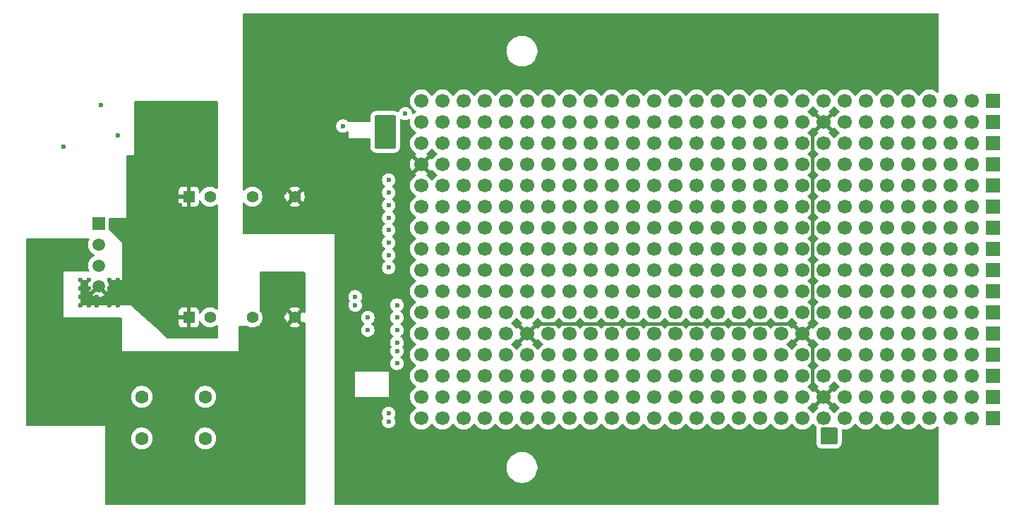
<source format=gbr>
%TF.GenerationSoftware,KiCad,Pcbnew,9.0.4*%
%TF.CreationDate,2025-09-08T19:15:53+09:00*%
%TF.ProjectId,CAN_Isolation,43414e5f-4973-46f6-9c61-74696f6e2e6b,Ver.1.0*%
%TF.SameCoordinates,Original*%
%TF.FileFunction,Copper,L3,Inr*%
%TF.FilePolarity,Positive*%
%FSLAX46Y46*%
G04 Gerber Fmt 4.6, Leading zero omitted, Abs format (unit mm)*
G04 Created by KiCad (PCBNEW 9.0.4) date 2025-09-08 19:15:53*
%MOMM*%
%LPD*%
G01*
G04 APERTURE LIST*
%TA.AperFunction,ComponentPad*%
%ADD10R,1.700000X1.700000*%
%TD*%
%TA.AperFunction,ComponentPad*%
%ADD11C,1.700000*%
%TD*%
%TA.AperFunction,ComponentPad*%
%ADD12R,1.508000X1.508000*%
%TD*%
%TA.AperFunction,ComponentPad*%
%ADD13C,1.508000*%
%TD*%
%TA.AperFunction,ComponentPad*%
%ADD14C,1.600000*%
%TD*%
%TA.AperFunction,ComponentPad*%
%ADD15R,1.397000X1.397000*%
%TD*%
%TA.AperFunction,ComponentPad*%
%ADD16C,1.397000*%
%TD*%
%TA.AperFunction,ViaPad*%
%ADD17C,0.600000*%
%TD*%
%TA.AperFunction,Conductor*%
%ADD18C,1.200000*%
%TD*%
%TA.AperFunction,Conductor*%
%ADD19C,0.400000*%
%TD*%
G04 APERTURE END LIST*
D10*
%TO.N,unconnected-(J6-Pin_1-Pad1)*%
%TO.C,J6*%
X205157095Y-88934905D03*
D11*
%TO.N,unconnected-(J6-Pin_2-Pad2)*%
X202617095Y-88934905D03*
%TO.N,unconnected-(J6-Pin_3-Pad3)*%
X200077095Y-88934905D03*
%TO.N,unconnected-(J6-Pin_4-Pad4)*%
X197537095Y-88934905D03*
%TO.N,unconnected-(J6-Pin_5-Pad5)*%
X194997095Y-88934905D03*
%TO.N,unconnected-(J6-Pin_6-Pad6)*%
X192457095Y-88934905D03*
%TO.N,unconnected-(J6-Pin_7-Pad7)*%
X189917095Y-88934905D03*
%TO.N,unconnected-(J6-Pin_8-Pad8)*%
X187377095Y-88934905D03*
%TO.N,unconnected-(J6-Pin_9-Pad9)*%
X184837095Y-88934905D03*
%TO.N,unconnected-(J6-Pin_10-Pad10)*%
X182297095Y-88934905D03*
%TO.N,unconnected-(J6-Pin_11-Pad11)*%
X179757095Y-88934905D03*
%TO.N,unconnected-(J6-Pin_12-Pad12)*%
X177217095Y-88934905D03*
%TO.N,unconnected-(J6-Pin_13-Pad13)*%
X174677095Y-88934905D03*
%TO.N,unconnected-(J6-Pin_14-Pad14)*%
X172137095Y-88934905D03*
%TO.N,unconnected-(J6-Pin_15-Pad15)*%
X169597095Y-88934905D03*
%TO.N,unconnected-(J6-Pin_16-Pad16)*%
X167057095Y-88934905D03*
%TO.N,unconnected-(J6-Pin_17-Pad17)*%
X164517095Y-88934905D03*
%TO.N,unconnected-(J6-Pin_18-Pad18)*%
X161977095Y-88934905D03*
%TO.N,unconnected-(J6-Pin_19-Pad19)*%
X159437095Y-88934905D03*
%TO.N,unconnected-(J6-Pin_20-Pad20)*%
X156897095Y-88934905D03*
%TO.N,unconnected-(J6-Pin_21-Pad21)*%
X154357095Y-88934905D03*
%TO.N,unconnected-(J6-Pin_22-Pad22)*%
X151817095Y-88934905D03*
%TO.N,unconnected-(J6-Pin_23-Pad23)*%
X149277095Y-88934905D03*
%TO.N,unconnected-(J6-Pin_24-Pad24)*%
X146737095Y-88934905D03*
%TO.N,unconnected-(J6-Pin_25-Pad25)*%
X144197095Y-88934905D03*
%TO.N,unconnected-(J6-Pin_26-Pad26)*%
X141657095Y-88934905D03*
%TO.N,unconnected-(J6-Pin_27-Pad27)*%
X139117095Y-88934905D03*
%TO.N,unconnected-(J6-Pin_28-Pad28)*%
X136577095Y-88934905D03*
%TD*%
D10*
%TO.N,unconnected-(J3-Pin_1-Pad1)*%
%TO.C,J3*%
X205157095Y-81314905D03*
D11*
%TO.N,RF_ANTFLAG*%
X202617095Y-81314905D03*
%TO.N,RF_SHDN*%
X200077095Y-81314905D03*
%TO.N,RF_LD*%
X197537095Y-81314905D03*
%TO.N,RF_SDATA*%
X194997095Y-81314905D03*
%TO.N,RF_SCLK*%
X192457095Y-81314905D03*
%TO.N,RF_CS*%
X189917095Y-81314905D03*
%TO.N,RF_GNDA*%
X187377095Y-81314905D03*
%TO.N,RF_GND*%
X184837095Y-81314905D03*
%TO.N,RF_3.3V*%
X182297095Y-81314905D03*
%TO.N,unconnected-(J3-Pin_11-Pad11)*%
X179757095Y-81314905D03*
%TO.N,unconnected-(J3-Pin_12-Pad12)*%
X177217095Y-81314905D03*
%TO.N,unconnected-(J3-Pin_13-Pad13)*%
X174677095Y-81314905D03*
%TO.N,unconnected-(J3-Pin_14-Pad14)*%
X172137095Y-81314905D03*
%TO.N,unconnected-(J3-Pin_15-Pad15)*%
X169597095Y-81314905D03*
%TO.N,unconnected-(J3-Pin_16-Pad16)*%
X167057095Y-81314905D03*
%TO.N,unconnected-(J3-Pin_17-Pad17)*%
X164517095Y-81314905D03*
%TO.N,unconnected-(J3-Pin_18-Pad18)*%
X161977095Y-81314905D03*
%TO.N,unconnected-(J3-Pin_19-Pad19)*%
X159437095Y-81314905D03*
%TO.N,unconnected-(J3-Pin_20-Pad20)*%
X156897095Y-81314905D03*
%TO.N,unconnected-(J3-Pin_21-Pad21)*%
X154357095Y-81314905D03*
%TO.N,unconnected-(J3-Pin_22-Pad22)*%
X151817095Y-81314905D03*
%TO.N,unconnected-(J3-Pin_23-Pad23)*%
X149277095Y-81314905D03*
%TO.N,unconnected-(J3-Pin_24-Pad24)*%
X146737095Y-81314905D03*
%TO.N,unconnected-(J3-Pin_25-Pad25)*%
X144197095Y-81314905D03*
%TO.N,unconnected-(J3-Pin_26-Pad26)*%
X141657095Y-81314905D03*
%TO.N,unconnected-(J3-Pin_27-Pad27)*%
X139117095Y-81314905D03*
%TO.N,unconnected-(J3-Pin_28-Pad28)*%
X136577095Y-81314905D03*
%TD*%
D12*
%TO.N,BAT_12V*%
%TO.C,J1*%
X97857095Y-93544905D03*
D13*
%TO.N,CAN_H*%
X97857095Y-96044905D03*
%TO.N,CAN_L*%
X97857095Y-98544905D03*
%TO.N,BAT_GND*%
X97857095Y-101044905D03*
%TD*%
D10*
%TO.N,unconnected-(J8-Pin_1-Pad1)*%
%TO.C,J8*%
X205157095Y-94014905D03*
D11*
%TO.N,unconnected-(J8-Pin_2-Pad2)*%
X202617095Y-94014905D03*
%TO.N,unconnected-(J8-Pin_3-Pad3)*%
X200077095Y-94014905D03*
%TO.N,unconnected-(J8-Pin_4-Pad4)*%
X197537095Y-94014905D03*
%TO.N,unconnected-(J8-Pin_5-Pad5)*%
X194997095Y-94014905D03*
%TO.N,unconnected-(J8-Pin_6-Pad6)*%
X192457095Y-94014905D03*
%TO.N,unconnected-(J8-Pin_7-Pad7)*%
X189917095Y-94014905D03*
%TO.N,unconnected-(J8-Pin_8-Pad8)*%
X187377095Y-94014905D03*
%TO.N,unconnected-(J8-Pin_9-Pad9)*%
X184837095Y-94014905D03*
%TO.N,unconnected-(J8-Pin_10-Pad10)*%
X182297095Y-94014905D03*
%TO.N,unconnected-(J8-Pin_11-Pad11)*%
X179757095Y-94014905D03*
%TO.N,unconnected-(J8-Pin_12-Pad12)*%
X177217095Y-94014905D03*
%TO.N,unconnected-(J8-Pin_13-Pad13)*%
X174677095Y-94014905D03*
%TO.N,unconnected-(J8-Pin_14-Pad14)*%
X172137095Y-94014905D03*
%TO.N,unconnected-(J8-Pin_15-Pad15)*%
X169597095Y-94014905D03*
%TO.N,unconnected-(J8-Pin_16-Pad16)*%
X167057095Y-94014905D03*
%TO.N,unconnected-(J8-Pin_17-Pad17)*%
X164517095Y-94014905D03*
%TO.N,unconnected-(J8-Pin_18-Pad18)*%
X161977095Y-94014905D03*
%TO.N,unconnected-(J8-Pin_19-Pad19)*%
X159437095Y-94014905D03*
%TO.N,unconnected-(J8-Pin_20-Pad20)*%
X156897095Y-94014905D03*
%TO.N,unconnected-(J8-Pin_21-Pad21)*%
X154357095Y-94014905D03*
%TO.N,unconnected-(J8-Pin_22-Pad22)*%
X151817095Y-94014905D03*
%TO.N,unconnected-(J8-Pin_23-Pad23)*%
X149277095Y-94014905D03*
%TO.N,unconnected-(J8-Pin_24-Pad24)*%
X146737095Y-94014905D03*
%TO.N,unconnected-(J8-Pin_25-Pad25)*%
X144197095Y-94014905D03*
%TO.N,unconnected-(J8-Pin_26-Pad26)*%
X141657095Y-94014905D03*
%TO.N,unconnected-(J8-Pin_27-Pad27)*%
X139117095Y-94014905D03*
%TO.N,unconnected-(J8-Pin_28-Pad28)*%
X136577095Y-94014905D03*
%TD*%
D10*
%TO.N,unconnected-(J11-Pin_1-Pad1)*%
%TO.C,J11*%
X205157095Y-101634905D03*
D11*
%TO.N,unconnected-(J11-Pin_2-Pad2)*%
X202617095Y-101634905D03*
%TO.N,unconnected-(J11-Pin_3-Pad3)*%
X200077095Y-101634905D03*
%TO.N,unconnected-(J11-Pin_4-Pad4)*%
X197537095Y-101634905D03*
%TO.N,unconnected-(J11-Pin_5-Pad5)*%
X194997095Y-101634905D03*
%TO.N,unconnected-(J11-Pin_6-Pad6)*%
X192457095Y-101634905D03*
%TO.N,unconnected-(J11-Pin_7-Pad7)*%
X189917095Y-101634905D03*
%TO.N,unconnected-(J11-Pin_8-Pad8)*%
X187377095Y-101634905D03*
%TO.N,unconnected-(J11-Pin_9-Pad9)*%
X184837095Y-101634905D03*
%TO.N,unconnected-(J11-Pin_10-Pad10)*%
X182297095Y-101634905D03*
%TO.N,unconnected-(J11-Pin_11-Pad11)*%
X179757095Y-101634905D03*
%TO.N,unconnected-(J11-Pin_12-Pad12)*%
X177217095Y-101634905D03*
%TO.N,unconnected-(J11-Pin_13-Pad13)*%
X174677095Y-101634905D03*
%TO.N,unconnected-(J11-Pin_14-Pad14)*%
X172137095Y-101634905D03*
%TO.N,unconnected-(J11-Pin_15-Pad15)*%
X169597095Y-101634905D03*
%TO.N,unconnected-(J11-Pin_16-Pad16)*%
X167057095Y-101634905D03*
%TO.N,unconnected-(J11-Pin_17-Pad17)*%
X164517095Y-101634905D03*
%TO.N,unconnected-(J11-Pin_18-Pad18)*%
X161977095Y-101634905D03*
%TO.N,unconnected-(J11-Pin_19-Pad19)*%
X159437095Y-101634905D03*
%TO.N,unconnected-(J11-Pin_20-Pad20)*%
X156897095Y-101634905D03*
%TO.N,unconnected-(J11-Pin_21-Pad21)*%
X154357095Y-101634905D03*
%TO.N,unconnected-(J11-Pin_22-Pad22)*%
X151817095Y-101634905D03*
%TO.N,unconnected-(J11-Pin_23-Pad23)*%
X149277095Y-101634905D03*
%TO.N,unconnected-(J11-Pin_24-Pad24)*%
X146737095Y-101634905D03*
%TO.N,unconnected-(J11-Pin_25-Pad25)*%
X144197095Y-101634905D03*
%TO.N,unconnected-(J11-Pin_26-Pad26)*%
X141657095Y-101634905D03*
%TO.N,unconnected-(J11-Pin_27-Pad27)*%
X139117095Y-101634905D03*
%TO.N,unconnected-(J11-Pin_28-Pad28)*%
X136577095Y-101634905D03*
%TD*%
D10*
%TO.N,unconnected-(J17-Pin_1-Pad1)*%
%TO.C,J17*%
X205157095Y-116874905D03*
D11*
%TO.N,unconnected-(J17-Pin_2-Pad2)*%
X202617095Y-116874905D03*
%TO.N,unconnected-(J17-Pin_3-Pad3)*%
X200077095Y-116874905D03*
%TO.N,unconnected-(J17-Pin_4-Pad4)*%
X197537095Y-116874905D03*
%TO.N,unconnected-(J17-Pin_5-Pad5)*%
X194997095Y-116874905D03*
%TO.N,unconnected-(J17-Pin_6-Pad6)*%
X192457095Y-116874905D03*
%TO.N,unconnected-(J17-Pin_7-Pad7)*%
X189917095Y-116874905D03*
%TO.N,unconnected-(J17-Pin_8-Pad8)*%
X187377095Y-116874905D03*
%TO.N,unconnected-(J17-Pin_9-Pad9)*%
X184837095Y-116874905D03*
%TO.N,unconnected-(J17-Pin_10-Pad10)*%
X182297095Y-116874905D03*
%TO.N,unconnected-(J17-Pin_11-Pad11)*%
X179757095Y-116874905D03*
%TO.N,unconnected-(J17-Pin_12-Pad12)*%
X177217095Y-116874905D03*
%TO.N,unconnected-(J17-Pin_13-Pad13)*%
X174677095Y-116874905D03*
%TO.N,unconnected-(J17-Pin_14-Pad14)*%
X172137095Y-116874905D03*
%TO.N,unconnected-(J17-Pin_15-Pad15)*%
X169597095Y-116874905D03*
%TO.N,unconnected-(J17-Pin_16-Pad16)*%
X167057095Y-116874905D03*
%TO.N,unconnected-(J17-Pin_17-Pad17)*%
X164517095Y-116874905D03*
%TO.N,unconnected-(J17-Pin_18-Pad18)*%
X161977095Y-116874905D03*
%TO.N,unconnected-(J17-Pin_19-Pad19)*%
X159437095Y-116874905D03*
%TO.N,unconnected-(J17-Pin_20-Pad20)*%
X156897095Y-116874905D03*
%TO.N,unconnected-(J17-Pin_21-Pad21)*%
X154357095Y-116874905D03*
%TO.N,unconnected-(J17-Pin_22-Pad22)*%
X151817095Y-116874905D03*
%TO.N,unconnected-(J17-Pin_23-Pad23)*%
X149277095Y-116874905D03*
%TO.N,unconnected-(J17-Pin_24-Pad24)*%
X146737095Y-116874905D03*
%TO.N,unconnected-(J17-Pin_25-Pad25)*%
X144197095Y-116874905D03*
%TO.N,unconnected-(J17-Pin_26-Pad26)*%
X141657095Y-116874905D03*
%TO.N,unconnected-(J17-Pin_27-Pad27)*%
X139117095Y-116874905D03*
%TO.N,unconnected-(J17-Pin_28-Pad28)*%
X136577095Y-116874905D03*
%TD*%
D10*
%TO.N,unconnected-(J15-Pin_1-Pad1)*%
%TO.C,J15*%
X205157095Y-111794905D03*
D11*
%TO.N,unconnected-(J15-Pin_2-Pad2)*%
X202617095Y-111794905D03*
%TO.N,unconnected-(J15-Pin_3-Pad3)*%
X200077095Y-111794905D03*
%TO.N,unconnected-(J15-Pin_4-Pad4)*%
X197537095Y-111794905D03*
%TO.N,unconnected-(J15-Pin_5-Pad5)*%
X194997095Y-111794905D03*
%TO.N,unconnected-(J15-Pin_6-Pad6)*%
X192457095Y-111794905D03*
%TO.N,unconnected-(J15-Pin_7-Pad7)*%
X189917095Y-111794905D03*
%TO.N,unconnected-(J15-Pin_8-Pad8)*%
X187377095Y-111794905D03*
%TO.N,unconnected-(J15-Pin_9-Pad9)*%
X184837095Y-111794905D03*
%TO.N,unconnected-(J15-Pin_10-Pad10)*%
X182297095Y-111794905D03*
%TO.N,unconnected-(J15-Pin_11-Pad11)*%
X179757095Y-111794905D03*
%TO.N,unconnected-(J15-Pin_12-Pad12)*%
X177217095Y-111794905D03*
%TO.N,unconnected-(J15-Pin_13-Pad13)*%
X174677095Y-111794905D03*
%TO.N,unconnected-(J15-Pin_14-Pad14)*%
X172137095Y-111794905D03*
%TO.N,unconnected-(J15-Pin_15-Pad15)*%
X169597095Y-111794905D03*
%TO.N,unconnected-(J15-Pin_16-Pad16)*%
X167057095Y-111794905D03*
%TO.N,unconnected-(J15-Pin_17-Pad17)*%
X164517095Y-111794905D03*
%TO.N,unconnected-(J15-Pin_18-Pad18)*%
X161977095Y-111794905D03*
%TO.N,unconnected-(J15-Pin_19-Pad19)*%
X159437095Y-111794905D03*
%TO.N,unconnected-(J15-Pin_20-Pad20)*%
X156897095Y-111794905D03*
%TO.N,unconnected-(J15-Pin_21-Pad21)*%
X154357095Y-111794905D03*
%TO.N,unconnected-(J15-Pin_22-Pad22)*%
X151817095Y-111794905D03*
%TO.N,unconnected-(J15-Pin_23-Pad23)*%
X149277095Y-111794905D03*
%TO.N,unconnected-(J15-Pin_24-Pad24)*%
X146737095Y-111794905D03*
%TO.N,unconnected-(J15-Pin_25-Pad25)*%
X144197095Y-111794905D03*
%TO.N,unconnected-(J15-Pin_26-Pad26)*%
X141657095Y-111794905D03*
%TO.N,unconnected-(J15-Pin_27-Pad27)*%
X139117095Y-111794905D03*
%TO.N,unconnected-(J15-Pin_28-Pad28)*%
X136577095Y-111794905D03*
%TD*%
D10*
%TO.N,unconnected-(J13-Pin_1-Pad1)*%
%TO.C,J13*%
X205157095Y-106714905D03*
D11*
%TO.N,unconnected-(J13-Pin_2-Pad2)*%
X202617095Y-106714905D03*
%TO.N,unconnected-(J13-Pin_3-Pad3)*%
X200077095Y-106714905D03*
%TO.N,unconnected-(J13-Pin_4-Pad4)*%
X197537095Y-106714905D03*
%TO.N,unconnected-(J13-Pin_5-Pad5)*%
X194997095Y-106714905D03*
%TO.N,unconnected-(J13-Pin_6-Pad6)*%
X192457095Y-106714905D03*
%TO.N,unconnected-(J13-Pin_7-Pad7)*%
X189917095Y-106714905D03*
%TO.N,unconnected-(J13-Pin_8-Pad8)*%
X187377095Y-106714905D03*
%TO.N,+5VD*%
X184837095Y-106714905D03*
%TO.N,RF_GND*%
X182297095Y-106714905D03*
%TO.N,RF_IDEL*%
X179757095Y-106714905D03*
%TO.N,RF_LED*%
X177217095Y-106714905D03*
%TO.N,RF_I1*%
X174677095Y-106714905D03*
%TO.N,RF_I0*%
X172137095Y-106714905D03*
%TO.N,RF_Q0*%
X169597095Y-106714905D03*
%TO.N,RF_Q1*%
X167057095Y-106714905D03*
%TO.N,RF_CLKOUT*%
X164517095Y-106714905D03*
%TO.N,unconnected-(J13-Pin_18-Pad18)*%
X161977095Y-106714905D03*
%TO.N,unconnected-(J13-Pin_19-Pad19)*%
X159437095Y-106714905D03*
%TO.N,unconnected-(J13-Pin_20-Pad20)*%
X156897095Y-106714905D03*
%TO.N,unconnected-(J13-Pin_21-Pad21)*%
X154357095Y-106714905D03*
%TO.N,CAN_CLK*%
X151817095Y-106714905D03*
%TO.N,RF_GND*%
X149277095Y-106714905D03*
%TO.N,unconnected-(J13-Pin_24-Pad24)*%
X146737095Y-106714905D03*
%TO.N,CAN_CS*%
X144197095Y-106714905D03*
%TO.N,CAN_SDO*%
X141657095Y-106714905D03*
%TO.N,CAN_SDI*%
X139117095Y-106714905D03*
%TO.N,CAN_SCK*%
X136577095Y-106714905D03*
%TD*%
D14*
%TO.N,Net-(C12-Pad1)*%
%TO.C,R12*%
X103037095Y-114294905D03*
%TO.N,CAN_L*%
X110657095Y-114294905D03*
%TD*%
D10*
%TO.N,RF_3.3V*%
%TO.C,J16*%
X205157095Y-114334905D03*
D11*
%TO.N,RF_LED*%
X202617095Y-114334905D03*
%TO.N,RF_IDEL*%
X200077095Y-114334905D03*
%TO.N,RF_I1*%
X197537095Y-114334905D03*
%TO.N,RF_I0*%
X194997095Y-114334905D03*
%TO.N,RF_Q0*%
X192457095Y-114334905D03*
%TO.N,RF_Q1*%
X189917095Y-114334905D03*
%TO.N,RF_CLKOUT*%
X187377095Y-114334905D03*
%TO.N,RF_GND*%
X184837095Y-114334905D03*
%TO.N,RF_GNDA*%
X182297095Y-114334905D03*
%TO.N,unconnected-(J16-Pin_11-Pad11)*%
X179757095Y-114334905D03*
%TO.N,unconnected-(J16-Pin_12-Pad12)*%
X177217095Y-114334905D03*
%TO.N,unconnected-(J16-Pin_13-Pad13)*%
X174677095Y-114334905D03*
%TO.N,unconnected-(J16-Pin_14-Pad14)*%
X172137095Y-114334905D03*
%TO.N,unconnected-(J16-Pin_15-Pad15)*%
X169597095Y-114334905D03*
%TO.N,unconnected-(J16-Pin_16-Pad16)*%
X167057095Y-114334905D03*
%TO.N,unconnected-(J16-Pin_17-Pad17)*%
X164517095Y-114334905D03*
%TO.N,unconnected-(J16-Pin_18-Pad18)*%
X161977095Y-114334905D03*
%TO.N,unconnected-(J16-Pin_19-Pad19)*%
X159437095Y-114334905D03*
%TO.N,unconnected-(J16-Pin_20-Pad20)*%
X156897095Y-114334905D03*
%TO.N,unconnected-(J16-Pin_21-Pad21)*%
X154357095Y-114334905D03*
%TO.N,unconnected-(J16-Pin_22-Pad22)*%
X151817095Y-114334905D03*
%TO.N,unconnected-(J16-Pin_23-Pad23)*%
X149277095Y-114334905D03*
%TO.N,unconnected-(J16-Pin_24-Pad24)*%
X146737095Y-114334905D03*
%TO.N,unconnected-(J16-Pin_25-Pad25)*%
X144197095Y-114334905D03*
%TO.N,unconnected-(J16-Pin_26-Pad26)*%
X141657095Y-114334905D03*
%TO.N,unconnected-(J16-Pin_27-Pad27)*%
X139117095Y-114334905D03*
%TO.N,unconnected-(J16-Pin_28-Pad28)*%
X136577095Y-114334905D03*
%TD*%
D10*
%TO.N,unconnected-(J7-Pin_1-Pad1)*%
%TO.C,J7*%
X205157095Y-91474905D03*
D11*
%TO.N,unconnected-(J7-Pin_2-Pad2)*%
X202617095Y-91474905D03*
%TO.N,unconnected-(J7-Pin_3-Pad3)*%
X200077095Y-91474905D03*
%TO.N,unconnected-(J7-Pin_4-Pad4)*%
X197537095Y-91474905D03*
%TO.N,unconnected-(J7-Pin_5-Pad5)*%
X194997095Y-91474905D03*
%TO.N,unconnected-(J7-Pin_6-Pad6)*%
X192457095Y-91474905D03*
%TO.N,unconnected-(J7-Pin_7-Pad7)*%
X189917095Y-91474905D03*
%TO.N,unconnected-(J7-Pin_8-Pad8)*%
X187377095Y-91474905D03*
%TO.N,unconnected-(J7-Pin_9-Pad9)*%
X184837095Y-91474905D03*
%TO.N,unconnected-(J7-Pin_10-Pad10)*%
X182297095Y-91474905D03*
%TO.N,unconnected-(J7-Pin_11-Pad11)*%
X179757095Y-91474905D03*
%TO.N,unconnected-(J7-Pin_12-Pad12)*%
X177217095Y-91474905D03*
%TO.N,unconnected-(J7-Pin_13-Pad13)*%
X174677095Y-91474905D03*
%TO.N,unconnected-(J7-Pin_14-Pad14)*%
X172137095Y-91474905D03*
%TO.N,unconnected-(J7-Pin_15-Pad15)*%
X169597095Y-91474905D03*
%TO.N,unconnected-(J7-Pin_16-Pad16)*%
X167057095Y-91474905D03*
%TO.N,unconnected-(J7-Pin_17-Pad17)*%
X164517095Y-91474905D03*
%TO.N,unconnected-(J7-Pin_18-Pad18)*%
X161977095Y-91474905D03*
%TO.N,unconnected-(J7-Pin_19-Pad19)*%
X159437095Y-91474905D03*
%TO.N,unconnected-(J7-Pin_20-Pad20)*%
X156897095Y-91474905D03*
%TO.N,unconnected-(J7-Pin_21-Pad21)*%
X154357095Y-91474905D03*
%TO.N,unconnected-(J7-Pin_22-Pad22)*%
X151817095Y-91474905D03*
%TO.N,unconnected-(J7-Pin_23-Pad23)*%
X149277095Y-91474905D03*
%TO.N,unconnected-(J7-Pin_24-Pad24)*%
X146737095Y-91474905D03*
%TO.N,unconnected-(J7-Pin_25-Pad25)*%
X144197095Y-91474905D03*
%TO.N,unconnected-(J7-Pin_26-Pad26)*%
X141657095Y-91474905D03*
%TO.N,unconnected-(J7-Pin_27-Pad27)*%
X139117095Y-91474905D03*
%TO.N,unconnected-(J7-Pin_28-Pad28)*%
X136577095Y-91474905D03*
%TD*%
D10*
%TO.N,unconnected-(J10-Pin_1-Pad1)*%
%TO.C,J10*%
X205157095Y-99094905D03*
D11*
%TO.N,unconnected-(J10-Pin_2-Pad2)*%
X202617095Y-99094905D03*
%TO.N,unconnected-(J10-Pin_3-Pad3)*%
X200077095Y-99094905D03*
%TO.N,unconnected-(J10-Pin_4-Pad4)*%
X197537095Y-99094905D03*
%TO.N,unconnected-(J10-Pin_5-Pad5)*%
X194997095Y-99094905D03*
%TO.N,unconnected-(J10-Pin_6-Pad6)*%
X192457095Y-99094905D03*
%TO.N,unconnected-(J10-Pin_7-Pad7)*%
X189917095Y-99094905D03*
%TO.N,unconnected-(J10-Pin_8-Pad8)*%
X187377095Y-99094905D03*
%TO.N,unconnected-(J10-Pin_9-Pad9)*%
X184837095Y-99094905D03*
%TO.N,unconnected-(J10-Pin_10-Pad10)*%
X182297095Y-99094905D03*
%TO.N,unconnected-(J10-Pin_11-Pad11)*%
X179757095Y-99094905D03*
%TO.N,unconnected-(J10-Pin_12-Pad12)*%
X177217095Y-99094905D03*
%TO.N,unconnected-(J10-Pin_13-Pad13)*%
X174677095Y-99094905D03*
%TO.N,unconnected-(J10-Pin_14-Pad14)*%
X172137095Y-99094905D03*
%TO.N,unconnected-(J10-Pin_15-Pad15)*%
X169597095Y-99094905D03*
%TO.N,unconnected-(J10-Pin_16-Pad16)*%
X167057095Y-99094905D03*
%TO.N,unconnected-(J10-Pin_17-Pad17)*%
X164517095Y-99094905D03*
%TO.N,unconnected-(J10-Pin_18-Pad18)*%
X161977095Y-99094905D03*
%TO.N,unconnected-(J10-Pin_19-Pad19)*%
X159437095Y-99094905D03*
%TO.N,unconnected-(J10-Pin_20-Pad20)*%
X156897095Y-99094905D03*
%TO.N,unconnected-(J10-Pin_21-Pad21)*%
X154357095Y-99094905D03*
%TO.N,unconnected-(J10-Pin_22-Pad22)*%
X151817095Y-99094905D03*
%TO.N,unconnected-(J10-Pin_23-Pad23)*%
X149277095Y-99094905D03*
%TO.N,unconnected-(J10-Pin_24-Pad24)*%
X146737095Y-99094905D03*
%TO.N,unconnected-(J10-Pin_25-Pad25)*%
X144197095Y-99094905D03*
%TO.N,unconnected-(J10-Pin_26-Pad26)*%
X141657095Y-99094905D03*
%TO.N,unconnected-(J10-Pin_27-Pad27)*%
X139117095Y-99094905D03*
%TO.N,unconnected-(J10-Pin_28-Pad28)*%
X136577095Y-99094905D03*
%TD*%
D15*
%TO.N,BAT_GND*%
%TO.C,U3*%
X108680095Y-90270905D03*
D16*
%TO.N,BAT_12V*%
X111220095Y-90270905D03*
%TO.N,RF_3.3V*%
X116300095Y-90270905D03*
%TO.N,RF_GND*%
X121380095Y-90270905D03*
%TD*%
D15*
%TO.N,BAT_GND*%
%TO.C,U4*%
X108680095Y-104770905D03*
D16*
%TO.N,BAT_12V*%
X111220095Y-104770905D03*
%TO.N,+5VCAN*%
X116300095Y-104770905D03*
%TO.N,GND_5VCAN*%
X121380095Y-104770905D03*
%TD*%
D10*
%TO.N,unconnected-(J9-Pin_1-Pad1)*%
%TO.C,J9*%
X205157095Y-96554905D03*
D11*
%TO.N,unconnected-(J9-Pin_2-Pad2)*%
X202617095Y-96554905D03*
%TO.N,unconnected-(J9-Pin_3-Pad3)*%
X200077095Y-96554905D03*
%TO.N,unconnected-(J9-Pin_4-Pad4)*%
X197537095Y-96554905D03*
%TO.N,unconnected-(J9-Pin_5-Pad5)*%
X194997095Y-96554905D03*
%TO.N,unconnected-(J9-Pin_6-Pad6)*%
X192457095Y-96554905D03*
%TO.N,unconnected-(J9-Pin_7-Pad7)*%
X189917095Y-96554905D03*
%TO.N,unconnected-(J9-Pin_8-Pad8)*%
X187377095Y-96554905D03*
%TO.N,unconnected-(J9-Pin_9-Pad9)*%
X184837095Y-96554905D03*
%TO.N,unconnected-(J9-Pin_10-Pad10)*%
X182297095Y-96554905D03*
%TO.N,unconnected-(J9-Pin_11-Pad11)*%
X179757095Y-96554905D03*
%TO.N,unconnected-(J9-Pin_12-Pad12)*%
X177217095Y-96554905D03*
%TO.N,unconnected-(J9-Pin_13-Pad13)*%
X174677095Y-96554905D03*
%TO.N,unconnected-(J9-Pin_14-Pad14)*%
X172137095Y-96554905D03*
%TO.N,unconnected-(J9-Pin_15-Pad15)*%
X169597095Y-96554905D03*
%TO.N,unconnected-(J9-Pin_16-Pad16)*%
X167057095Y-96554905D03*
%TO.N,unconnected-(J9-Pin_17-Pad17)*%
X164517095Y-96554905D03*
%TO.N,unconnected-(J9-Pin_18-Pad18)*%
X161977095Y-96554905D03*
%TO.N,unconnected-(J9-Pin_19-Pad19)*%
X159437095Y-96554905D03*
%TO.N,unconnected-(J9-Pin_20-Pad20)*%
X156897095Y-96554905D03*
%TO.N,unconnected-(J9-Pin_21-Pad21)*%
X154357095Y-96554905D03*
%TO.N,unconnected-(J9-Pin_22-Pad22)*%
X151817095Y-96554905D03*
%TO.N,unconnected-(J9-Pin_23-Pad23)*%
X149277095Y-96554905D03*
%TO.N,unconnected-(J9-Pin_24-Pad24)*%
X146737095Y-96554905D03*
%TO.N,unconnected-(J9-Pin_25-Pad25)*%
X144197095Y-96554905D03*
%TO.N,unconnected-(J9-Pin_26-Pad26)*%
X141657095Y-96554905D03*
%TO.N,unconnected-(J9-Pin_27-Pad27)*%
X139117095Y-96554905D03*
%TO.N,unconnected-(J9-Pin_28-Pad28)*%
X136577095Y-96554905D03*
%TD*%
D14*
%TO.N,CAN_H*%
%TO.C,R11*%
X110657095Y-119294905D03*
%TO.N,Net-(C12-Pad1)*%
X103037095Y-119294905D03*
%TD*%
D10*
%TO.N,unconnected-(J2-Pin_1-Pad1)*%
%TO.C,J2*%
X205157095Y-78774905D03*
D11*
%TO.N,unconnected-(J2-Pin_2-Pad2)*%
X202617095Y-78774905D03*
%TO.N,unconnected-(J2-Pin_3-Pad3)*%
X200077095Y-78774905D03*
%TO.N,unconnected-(J2-Pin_4-Pad4)*%
X197537095Y-78774905D03*
%TO.N,unconnected-(J2-Pin_5-Pad5)*%
X194997095Y-78774905D03*
%TO.N,unconnected-(J2-Pin_6-Pad6)*%
X192457095Y-78774905D03*
%TO.N,unconnected-(J2-Pin_7-Pad7)*%
X189917095Y-78774905D03*
%TO.N,unconnected-(J2-Pin_8-Pad8)*%
X187377095Y-78774905D03*
%TO.N,unconnected-(J2-Pin_9-Pad9)*%
X184837095Y-78774905D03*
%TO.N,unconnected-(J2-Pin_10-Pad10)*%
X182297095Y-78774905D03*
%TO.N,unconnected-(J2-Pin_11-Pad11)*%
X179757095Y-78774905D03*
%TO.N,unconnected-(J2-Pin_12-Pad12)*%
X177217095Y-78774905D03*
%TO.N,unconnected-(J2-Pin_13-Pad13)*%
X174677095Y-78774905D03*
%TO.N,unconnected-(J2-Pin_14-Pad14)*%
X172137095Y-78774905D03*
%TO.N,unconnected-(J2-Pin_15-Pad15)*%
X169597095Y-78774905D03*
%TO.N,unconnected-(J2-Pin_16-Pad16)*%
X167057095Y-78774905D03*
%TO.N,unconnected-(J2-Pin_17-Pad17)*%
X164517095Y-78774905D03*
%TO.N,unconnected-(J2-Pin_18-Pad18)*%
X161977095Y-78774905D03*
%TO.N,unconnected-(J2-Pin_19-Pad19)*%
X159437095Y-78774905D03*
%TO.N,unconnected-(J2-Pin_20-Pad20)*%
X156897095Y-78774905D03*
%TO.N,unconnected-(J2-Pin_21-Pad21)*%
X154357095Y-78774905D03*
%TO.N,unconnected-(J2-Pin_22-Pad22)*%
X151817095Y-78774905D03*
%TO.N,unconnected-(J2-Pin_23-Pad23)*%
X149277095Y-78774905D03*
%TO.N,unconnected-(J2-Pin_24-Pad24)*%
X146737095Y-78774905D03*
%TO.N,unconnected-(J2-Pin_25-Pad25)*%
X144197095Y-78774905D03*
%TO.N,unconnected-(J2-Pin_26-Pad26)*%
X141657095Y-78774905D03*
%TO.N,unconnected-(J2-Pin_27-Pad27)*%
X139117095Y-78774905D03*
%TO.N,unconnected-(J2-Pin_28-Pad28)*%
X136577095Y-78774905D03*
%TD*%
D10*
%TO.N,unconnected-(J5-Pin_1-Pad1)*%
%TO.C,J5*%
X205157095Y-86394905D03*
D11*
%TO.N,unconnected-(J5-Pin_2-Pad2)*%
X202617095Y-86394905D03*
%TO.N,unconnected-(J5-Pin_3-Pad3)*%
X200077095Y-86394905D03*
%TO.N,unconnected-(J5-Pin_4-Pad4)*%
X197537095Y-86394905D03*
%TO.N,unconnected-(J5-Pin_5-Pad5)*%
X194997095Y-86394905D03*
%TO.N,unconnected-(J5-Pin_6-Pad6)*%
X192457095Y-86394905D03*
%TO.N,unconnected-(J5-Pin_7-Pad7)*%
X189917095Y-86394905D03*
%TO.N,unconnected-(J5-Pin_8-Pad8)*%
X187377095Y-86394905D03*
%TO.N,RF_LD*%
X184837095Y-86394905D03*
%TO.N,RF_SHDN*%
X182297095Y-86394905D03*
%TO.N,RF_ANTFLAG*%
X179757095Y-86394905D03*
%TO.N,unconnected-(J5-Pin_12-Pad12)*%
X177217095Y-86394905D03*
%TO.N,unconnected-(J5-Pin_13-Pad13)*%
X174677095Y-86394905D03*
%TO.N,unconnected-(J5-Pin_14-Pad14)*%
X172137095Y-86394905D03*
%TO.N,unconnected-(J5-Pin_15-Pad15)*%
X169597095Y-86394905D03*
%TO.N,RF_SDATA*%
X167057095Y-86394905D03*
%TO.N,RF_SCLK*%
X164517095Y-86394905D03*
%TO.N,RF_CS*%
X161977095Y-86394905D03*
%TO.N,CAN_LED*%
X159437095Y-86394905D03*
%TO.N,CAN_GPIO0*%
X156897095Y-86394905D03*
%TO.N,CAN_GPIO1*%
X154357095Y-86394905D03*
%TO.N,CAN_INT*%
X151817095Y-86394905D03*
%TO.N,unconnected-(J5-Pin_23-Pad23)*%
X149277095Y-86394905D03*
%TO.N,unconnected-(J5-Pin_24-Pad24)*%
X146737095Y-86394905D03*
%TO.N,unconnected-(J5-Pin_25-Pad25)*%
X144197095Y-86394905D03*
%TO.N,unconnected-(J5-Pin_26-Pad26)*%
X141657095Y-86394905D03*
%TO.N,unconnected-(J5-Pin_27-Pad27)*%
X139117095Y-86394905D03*
%TO.N,RF_GND*%
X136577095Y-86394905D03*
%TD*%
D10*
%TO.N,unconnected-(J14-Pin_1-Pad1)*%
%TO.C,J14*%
X205157095Y-109254905D03*
D11*
%TO.N,unconnected-(J14-Pin_2-Pad2)*%
X202617095Y-109254905D03*
%TO.N,unconnected-(J14-Pin_3-Pad3)*%
X200077095Y-109254905D03*
%TO.N,unconnected-(J14-Pin_4-Pad4)*%
X197537095Y-109254905D03*
%TO.N,unconnected-(J14-Pin_5-Pad5)*%
X194997095Y-109254905D03*
%TO.N,unconnected-(J14-Pin_6-Pad6)*%
X192457095Y-109254905D03*
%TO.N,unconnected-(J14-Pin_7-Pad7)*%
X189917095Y-109254905D03*
%TO.N,unconnected-(J14-Pin_8-Pad8)*%
X187377095Y-109254905D03*
%TO.N,unconnected-(J14-Pin_9-Pad9)*%
X184837095Y-109254905D03*
%TO.N,unconnected-(J14-Pin_10-Pad10)*%
X182297095Y-109254905D03*
%TO.N,unconnected-(J14-Pin_11-Pad11)*%
X179757095Y-109254905D03*
%TO.N,unconnected-(J14-Pin_12-Pad12)*%
X177217095Y-109254905D03*
%TO.N,unconnected-(J14-Pin_13-Pad13)*%
X174677095Y-109254905D03*
%TO.N,unconnected-(J14-Pin_14-Pad14)*%
X172137095Y-109254905D03*
%TO.N,unconnected-(J14-Pin_15-Pad15)*%
X169597095Y-109254905D03*
%TO.N,unconnected-(J14-Pin_16-Pad16)*%
X167057095Y-109254905D03*
%TO.N,unconnected-(J14-Pin_17-Pad17)*%
X164517095Y-109254905D03*
%TO.N,unconnected-(J14-Pin_18-Pad18)*%
X161977095Y-109254905D03*
%TO.N,unconnected-(J14-Pin_19-Pad19)*%
X159437095Y-109254905D03*
%TO.N,unconnected-(J14-Pin_20-Pad20)*%
X156897095Y-109254905D03*
%TO.N,unconnected-(J14-Pin_21-Pad21)*%
X154357095Y-109254905D03*
%TO.N,unconnected-(J14-Pin_22-Pad22)*%
X151817095Y-109254905D03*
%TO.N,unconnected-(J14-Pin_23-Pad23)*%
X149277095Y-109254905D03*
%TO.N,unconnected-(J14-Pin_24-Pad24)*%
X146737095Y-109254905D03*
%TO.N,unconnected-(J14-Pin_25-Pad25)*%
X144197095Y-109254905D03*
%TO.N,unconnected-(J14-Pin_26-Pad26)*%
X141657095Y-109254905D03*
%TO.N,unconnected-(J14-Pin_27-Pad27)*%
X139117095Y-109254905D03*
%TO.N,unconnected-(J14-Pin_28-Pad28)*%
X136577095Y-109254905D03*
%TD*%
D10*
%TO.N,unconnected-(J4-Pin_1-Pad1)*%
%TO.C,J4*%
X205157095Y-83854905D03*
D11*
%TO.N,unconnected-(J4-Pin_2-Pad2)*%
X202617095Y-83854905D03*
%TO.N,unconnected-(J4-Pin_3-Pad3)*%
X200077095Y-83854905D03*
%TO.N,unconnected-(J4-Pin_4-Pad4)*%
X197537095Y-83854905D03*
%TO.N,unconnected-(J4-Pin_5-Pad5)*%
X194997095Y-83854905D03*
%TO.N,unconnected-(J4-Pin_6-Pad6)*%
X192457095Y-83854905D03*
%TO.N,unconnected-(J4-Pin_7-Pad7)*%
X189917095Y-83854905D03*
%TO.N,unconnected-(J4-Pin_8-Pad8)*%
X187377095Y-83854905D03*
%TO.N,unconnected-(J4-Pin_9-Pad9)*%
X184837095Y-83854905D03*
%TO.N,unconnected-(J4-Pin_10-Pad10)*%
X182297095Y-83854905D03*
%TO.N,unconnected-(J4-Pin_11-Pad11)*%
X179757095Y-83854905D03*
%TO.N,unconnected-(J4-Pin_12-Pad12)*%
X177217095Y-83854905D03*
%TO.N,unconnected-(J4-Pin_13-Pad13)*%
X174677095Y-83854905D03*
%TO.N,unconnected-(J4-Pin_14-Pad14)*%
X172137095Y-83854905D03*
%TO.N,unconnected-(J4-Pin_15-Pad15)*%
X169597095Y-83854905D03*
%TO.N,unconnected-(J4-Pin_16-Pad16)*%
X167057095Y-83854905D03*
%TO.N,unconnected-(J4-Pin_17-Pad17)*%
X164517095Y-83854905D03*
%TO.N,unconnected-(J4-Pin_18-Pad18)*%
X161977095Y-83854905D03*
%TO.N,unconnected-(J4-Pin_19-Pad19)*%
X159437095Y-83854905D03*
%TO.N,unconnected-(J4-Pin_20-Pad20)*%
X156897095Y-83854905D03*
%TO.N,unconnected-(J4-Pin_21-Pad21)*%
X154357095Y-83854905D03*
%TO.N,unconnected-(J4-Pin_22-Pad22)*%
X151817095Y-83854905D03*
%TO.N,unconnected-(J4-Pin_23-Pad23)*%
X149277095Y-83854905D03*
%TO.N,unconnected-(J4-Pin_24-Pad24)*%
X146737095Y-83854905D03*
%TO.N,unconnected-(J4-Pin_25-Pad25)*%
X144197095Y-83854905D03*
%TO.N,unconnected-(J4-Pin_26-Pad26)*%
X141657095Y-83854905D03*
%TO.N,unconnected-(J4-Pin_27-Pad27)*%
X139117095Y-83854905D03*
%TO.N,unconnected-(J4-Pin_28-Pad28)*%
X136577095Y-83854905D03*
%TD*%
D10*
%TO.N,unconnected-(J12-Pin_1-Pad1)*%
%TO.C,J12*%
X205157095Y-104174905D03*
D11*
%TO.N,unconnected-(J12-Pin_2-Pad2)*%
X202617095Y-104174905D03*
%TO.N,unconnected-(J12-Pin_3-Pad3)*%
X200077095Y-104174905D03*
%TO.N,unconnected-(J12-Pin_4-Pad4)*%
X197537095Y-104174905D03*
%TO.N,unconnected-(J12-Pin_5-Pad5)*%
X194997095Y-104174905D03*
%TO.N,unconnected-(J12-Pin_6-Pad6)*%
X192457095Y-104174905D03*
%TO.N,unconnected-(J12-Pin_7-Pad7)*%
X189917095Y-104174905D03*
%TO.N,unconnected-(J12-Pin_8-Pad8)*%
X187377095Y-104174905D03*
%TO.N,unconnected-(J12-Pin_9-Pad9)*%
X184837095Y-104174905D03*
%TO.N,unconnected-(J12-Pin_10-Pad10)*%
X182297095Y-104174905D03*
%TO.N,unconnected-(J12-Pin_11-Pad11)*%
X179757095Y-104174905D03*
%TO.N,unconnected-(J12-Pin_12-Pad12)*%
X177217095Y-104174905D03*
%TO.N,unconnected-(J12-Pin_13-Pad13)*%
X174677095Y-104174905D03*
%TO.N,unconnected-(J12-Pin_14-Pad14)*%
X172137095Y-104174905D03*
%TO.N,unconnected-(J12-Pin_15-Pad15)*%
X169597095Y-104174905D03*
%TO.N,unconnected-(J12-Pin_16-Pad16)*%
X167057095Y-104174905D03*
%TO.N,unconnected-(J12-Pin_17-Pad17)*%
X164517095Y-104174905D03*
%TO.N,unconnected-(J12-Pin_18-Pad18)*%
X161977095Y-104174905D03*
%TO.N,unconnected-(J12-Pin_19-Pad19)*%
X159437095Y-104174905D03*
%TO.N,unconnected-(J12-Pin_20-Pad20)*%
X156897095Y-104174905D03*
%TO.N,unconnected-(J12-Pin_21-Pad21)*%
X154357095Y-104174905D03*
%TO.N,unconnected-(J12-Pin_22-Pad22)*%
X151817095Y-104174905D03*
%TO.N,unconnected-(J12-Pin_23-Pad23)*%
X149277095Y-104174905D03*
%TO.N,unconnected-(J12-Pin_24-Pad24)*%
X146737095Y-104174905D03*
%TO.N,unconnected-(J12-Pin_25-Pad25)*%
X144197095Y-104174905D03*
%TO.N,unconnected-(J12-Pin_26-Pad26)*%
X141657095Y-104174905D03*
%TO.N,unconnected-(J12-Pin_27-Pad27)*%
X139117095Y-104174905D03*
%TO.N,unconnected-(J12-Pin_28-Pad28)*%
X136577095Y-104174905D03*
%TD*%
D17*
%TO.N,BAT_GND*%
X110657095Y-94270905D03*
X109657095Y-99294905D03*
X107657095Y-92294905D03*
X111657095Y-94294905D03*
X106657095Y-98294905D03*
X99157095Y-101294905D03*
X108657095Y-95294905D03*
X107657095Y-90294905D03*
X106657095Y-95294905D03*
X106657095Y-94294905D03*
X109657095Y-95294905D03*
X107657095Y-97294905D03*
X108657095Y-100294905D03*
X99157095Y-102294905D03*
X108657095Y-92294905D03*
X95657095Y-100294905D03*
X109657095Y-102294905D03*
X108657095Y-93294905D03*
X107657095Y-103294905D03*
X100157095Y-100294905D03*
X106657095Y-90294905D03*
X109657095Y-101294905D03*
X107657095Y-93294905D03*
X96657095Y-103294905D03*
X97657095Y-102294905D03*
X106657095Y-97294905D03*
X108657095Y-102294905D03*
X108657095Y-103294905D03*
X110657095Y-97294905D03*
X110657095Y-93294905D03*
X95657095Y-103294905D03*
X108657095Y-96294905D03*
X111657095Y-99294905D03*
X95657095Y-101294905D03*
X110657095Y-100294905D03*
X96657095Y-102294905D03*
X111657095Y-100294905D03*
X109657095Y-100294905D03*
X111657095Y-93294905D03*
X107657095Y-99294905D03*
X108657095Y-98294905D03*
X108657095Y-97294905D03*
X109657095Y-98294905D03*
X110657095Y-95294905D03*
X107657095Y-95294905D03*
X99157095Y-100294905D03*
X106657095Y-100294905D03*
X111657095Y-95294905D03*
X96657095Y-100294905D03*
X108657095Y-94294905D03*
X111657095Y-102294905D03*
X108657095Y-101294905D03*
X107657095Y-100294905D03*
X106657095Y-92294905D03*
X109657095Y-93294905D03*
X109657095Y-92294905D03*
X100157095Y-101294905D03*
X109657095Y-103294905D03*
X107657095Y-101294905D03*
X111657095Y-92294905D03*
X107657095Y-102294905D03*
X109657095Y-97294905D03*
X110657095Y-101294905D03*
X110657095Y-99294905D03*
X96657095Y-101294905D03*
X110657095Y-92294905D03*
X99157095Y-103294905D03*
X110657095Y-96294905D03*
X107657095Y-98294905D03*
X109657095Y-94294905D03*
X95657095Y-102294905D03*
X111657095Y-103294905D03*
X106657095Y-102294905D03*
X110657095Y-102294905D03*
X111657095Y-98294905D03*
X110657095Y-98294905D03*
X106657095Y-99294905D03*
X107657095Y-94294905D03*
X111657095Y-101294905D03*
X108657095Y-99294905D03*
X111657095Y-97294905D03*
X106657095Y-101294905D03*
X106657095Y-103294905D03*
X109657095Y-96294905D03*
X100157095Y-103294905D03*
X107657095Y-91294905D03*
X110657095Y-103294905D03*
X106657095Y-96294905D03*
X97657095Y-103294905D03*
X111657095Y-96294905D03*
X106657095Y-93294905D03*
X107657095Y-96294905D03*
X100157095Y-102294905D03*
X106657095Y-91294905D03*
%TO.N,RF_GND*%
X122157095Y-92794905D03*
X119157095Y-93794905D03*
X121157095Y-87794905D03*
X123157095Y-93794905D03*
X127657095Y-115794905D03*
X122157095Y-88794905D03*
X118157095Y-91794905D03*
X126657095Y-116794905D03*
X120157095Y-92794905D03*
X130157095Y-101294905D03*
X128657095Y-115794905D03*
X128657095Y-100294905D03*
X122157095Y-93794905D03*
X121157095Y-91794905D03*
X128157095Y-100794905D03*
X123157095Y-89794905D03*
X127657095Y-114794905D03*
X126657095Y-115794905D03*
X128157095Y-99794905D03*
X127657095Y-112794905D03*
X120157095Y-87794905D03*
X126657095Y-110794905D03*
X127657095Y-100294905D03*
X100159095Y-82885906D03*
X120157095Y-88794905D03*
X119157095Y-89794905D03*
X123157095Y-88794905D03*
X127657095Y-116794905D03*
X119157095Y-90794905D03*
X127657095Y-110794905D03*
X119157095Y-92794905D03*
X118157095Y-88794905D03*
X122157095Y-87794905D03*
X121157095Y-93794905D03*
X118157095Y-89794905D03*
X127657095Y-111794905D03*
X127657095Y-113794905D03*
X118157095Y-92794905D03*
X122157095Y-91794905D03*
X119157095Y-91794905D03*
X121157095Y-88794905D03*
X123157095Y-92794905D03*
X126657095Y-112794905D03*
X118157095Y-90794905D03*
X126657095Y-113794905D03*
X123157095Y-91794905D03*
X120157095Y-90794905D03*
X127657095Y-117794905D03*
X120157095Y-91794905D03*
X121157095Y-92794905D03*
X126657095Y-111794905D03*
X118157095Y-87794905D03*
X128657095Y-117794905D03*
X120157095Y-93794905D03*
X119157095Y-88794905D03*
X129157095Y-101294905D03*
X123157095Y-87794905D03*
X126657095Y-117794905D03*
X119157095Y-87794905D03*
X128657095Y-116794905D03*
X126657095Y-114794905D03*
X123157095Y-90794905D03*
X120157095Y-89794905D03*
%TO.N,RF_3.3V*%
X127157095Y-81794905D03*
X93657095Y-84294905D03*
%TO.N,GND_5VCAN*%
X120157095Y-107294905D03*
X113157095Y-114294905D03*
X111157095Y-109294905D03*
X118157095Y-114294905D03*
X97657095Y-114294905D03*
X115157095Y-109294905D03*
X96657095Y-109294905D03*
X107157095Y-110294905D03*
X116157095Y-108294905D03*
X95657095Y-111294905D03*
X122157095Y-106294905D03*
X97657095Y-113294905D03*
X122157095Y-111294905D03*
X97657095Y-117294905D03*
X120157095Y-109294905D03*
X93657095Y-113294905D03*
X95657095Y-112294905D03*
X97657095Y-108294905D03*
X121157095Y-106294905D03*
X117157095Y-109294905D03*
X108157095Y-109294905D03*
X118157095Y-111294905D03*
X94657095Y-110294905D03*
X122157095Y-107294905D03*
X118157095Y-112294905D03*
X108157095Y-110294905D03*
X118157095Y-102294905D03*
X120157095Y-102294905D03*
X97657095Y-109294905D03*
X106157095Y-109294905D03*
X113157095Y-112294905D03*
X122157095Y-110294905D03*
X95657095Y-114294905D03*
X113157095Y-109294905D03*
X96657095Y-110294905D03*
X97657095Y-106294905D03*
X96657095Y-115294905D03*
X96657095Y-113294905D03*
X103157095Y-109294905D03*
X119157095Y-113294905D03*
X119157095Y-102294905D03*
X96657095Y-117294905D03*
X117157095Y-114294905D03*
X102157095Y-109294905D03*
X114157095Y-109294905D03*
X99657095Y-116294905D03*
X94657095Y-114294905D03*
X100657095Y-115294905D03*
X114157095Y-114294905D03*
X100657095Y-117294905D03*
X93657095Y-110294905D03*
X115157095Y-112294905D03*
X94657095Y-109294905D03*
X121157095Y-108294905D03*
X114157095Y-111294905D03*
X95657095Y-113294905D03*
X98657095Y-117294905D03*
X120157095Y-106294905D03*
X119157095Y-108294905D03*
X114157095Y-110294905D03*
X99657095Y-115294905D03*
X112157095Y-110294905D03*
X111157095Y-112294905D03*
X96657095Y-111294905D03*
X99657095Y-113294905D03*
X109157095Y-109294905D03*
X121157095Y-109294905D03*
X100657095Y-119294905D03*
X96657095Y-114294905D03*
X120157095Y-105294905D03*
X96657095Y-107294905D03*
X115157095Y-107294905D03*
X121157095Y-111294905D03*
X117157095Y-111294905D03*
X96657095Y-116294905D03*
X94657095Y-108294905D03*
X111157095Y-111294905D03*
X117157095Y-113294905D03*
X116157095Y-111294905D03*
X95657095Y-115294905D03*
X112157095Y-112294905D03*
X115157095Y-106294905D03*
X100657095Y-120294905D03*
X97657095Y-111294905D03*
X97657095Y-110294905D03*
X105157095Y-109294905D03*
X114157095Y-113294905D03*
X114157095Y-112294905D03*
X94657095Y-113294905D03*
X122157095Y-109294905D03*
X99657095Y-114294905D03*
X93657095Y-106294905D03*
X121157095Y-110294905D03*
X120157095Y-108294905D03*
X120157095Y-110294905D03*
X118157095Y-103294905D03*
X112157095Y-109294905D03*
X119157095Y-104294905D03*
X95657095Y-109294905D03*
X118157095Y-107294905D03*
X93657095Y-107294905D03*
X104157095Y-109294905D03*
X122157095Y-108294905D03*
X113157095Y-111294905D03*
X118157095Y-104294905D03*
X113157095Y-110294905D03*
X117157095Y-108294905D03*
X105157095Y-110294905D03*
X100657095Y-118294905D03*
X119157095Y-110294905D03*
X119157095Y-109294905D03*
X102157095Y-110294905D03*
X95657095Y-106294905D03*
X120157095Y-104294905D03*
X97657095Y-112294905D03*
X117157095Y-107294905D03*
X98657095Y-109294905D03*
X95657095Y-107294905D03*
X98657095Y-110294905D03*
X94657095Y-106294905D03*
X99657095Y-118294905D03*
X115157095Y-114294905D03*
X100657095Y-116294905D03*
X103157095Y-110294905D03*
X94657095Y-112294905D03*
X116157095Y-113294905D03*
X92657095Y-110294905D03*
X99657095Y-119294905D03*
X96657095Y-112294905D03*
X118157095Y-113294905D03*
X116157095Y-109294905D03*
X116157095Y-110294905D03*
X119157095Y-106294905D03*
X121157095Y-107294905D03*
X107157095Y-109294905D03*
X92657095Y-113294905D03*
X111157095Y-110294905D03*
X96657095Y-108294905D03*
X97657095Y-107294905D03*
X98657095Y-114294905D03*
X119157095Y-107294905D03*
X118157095Y-106294905D03*
X94657095Y-115294905D03*
X110157095Y-109294905D03*
X110157095Y-111294905D03*
X120157095Y-111294905D03*
X118157095Y-109294905D03*
X99657095Y-117294905D03*
X109157095Y-110294905D03*
X115157095Y-108294905D03*
X95657095Y-116294905D03*
X115157095Y-113294905D03*
X119157095Y-111294905D03*
X93657095Y-114294905D03*
X116157095Y-106294905D03*
X94657095Y-111294905D03*
X117157095Y-112294905D03*
X116157095Y-107294905D03*
X116157095Y-114294905D03*
X120157095Y-103294905D03*
X118157095Y-105294905D03*
X99657095Y-120294905D03*
X119157095Y-112294905D03*
X117157095Y-110294905D03*
X98657095Y-115294905D03*
X118157095Y-110294905D03*
X97657095Y-115294905D03*
X117157095Y-106294905D03*
X113157095Y-113294905D03*
X94657095Y-107294905D03*
X115157095Y-111294905D03*
X104157095Y-110294905D03*
X98657095Y-116294905D03*
X119157095Y-103294905D03*
X118157095Y-108294905D03*
X98657095Y-113294905D03*
X112157095Y-111294905D03*
X106157095Y-110294905D03*
X116157095Y-112294905D03*
X115157095Y-110294905D03*
X95657095Y-110294905D03*
X119157095Y-105294905D03*
X110157095Y-110294905D03*
X95657095Y-108294905D03*
X96657095Y-106294905D03*
X97657095Y-116294905D03*
%TO.N,+5VD*%
X132657095Y-82294905D03*
X185000000Y-119500000D03*
X132657095Y-83294905D03*
X131657095Y-82294905D03*
X185500000Y-119000000D03*
X131657095Y-83294905D03*
X131657095Y-81294905D03*
X132657095Y-81294905D03*
X186000000Y-118500000D03*
%TO.N,CAN_CS*%
X133657095Y-103294905D03*
X132657095Y-98794905D03*
%TO.N,CAN_SDO*%
X133657095Y-104794905D03*
X132657095Y-97294905D03*
%TO.N,CAN_SDI*%
X133657095Y-106294905D03*
X132657095Y-95794905D03*
%TO.N,CAN_SCK*%
X132657095Y-94294905D03*
X133657095Y-107794905D03*
%TO.N,CAN_GPIO0*%
X132657095Y-92794905D03*
X133657095Y-108794905D03*
%TO.N,CAN_GPIO1*%
X133657095Y-110294905D03*
X132657095Y-91294905D03*
%TO.N,CAN_CLK*%
X130157095Y-104794905D03*
X132657095Y-88294905D03*
%TO.N,CAN_INT*%
X132657095Y-89794905D03*
X130157095Y-106294905D03*
%TO.N,Net-(U1-RXCAN)*%
X128657095Y-103294905D03*
X132657095Y-116294905D03*
%TO.N,Net-(U1-TXCAN)*%
X128657095Y-102294905D03*
X132657095Y-117294905D03*
%TO.N,CAN_LED*%
X134657095Y-80294905D03*
X98157095Y-79294905D03*
%TD*%
D18*
%TO.N,BAT_GND*%
X108680095Y-104770905D02*
X108681095Y-104770905D01*
D19*
%TO.N,RF_GND*%
X182297095Y-106714905D02*
X181093695Y-105511505D01*
X182297095Y-106714905D02*
X183500495Y-105511505D01*
X183500495Y-107918305D02*
X183500495Y-112998305D01*
X150480495Y-105511505D02*
X149277095Y-106714905D01*
X183500495Y-105511505D02*
X183500495Y-82651505D01*
X182297095Y-106714905D02*
X183500495Y-107918305D01*
X183500495Y-112998305D02*
X184837095Y-114334905D01*
X183500495Y-82651505D02*
X184837095Y-81314905D01*
X181093695Y-105511505D02*
X150480495Y-105511505D01*
%TD*%
%TA.AperFunction,Conductor*%
%TO.N,+5VD*%
G36*
X133443039Y-80519685D02*
G01*
X133488794Y-80572489D01*
X133500000Y-80624000D01*
X133500000Y-84376000D01*
X133480315Y-84443039D01*
X133427511Y-84488794D01*
X133376000Y-84500000D01*
X131124000Y-84500000D01*
X131056961Y-84480315D01*
X131011206Y-84427511D01*
X131000000Y-84376000D01*
X131000000Y-80624000D01*
X131019685Y-80556961D01*
X131072489Y-80511206D01*
X131124000Y-80500000D01*
X133376000Y-80500000D01*
X133443039Y-80519685D01*
G37*
%TD.AperFunction*%
%TD*%
%TA.AperFunction,Conductor*%
%TO.N,+5VD*%
G36*
X186443039Y-118019685D02*
G01*
X186488794Y-118072489D01*
X186500000Y-118124000D01*
X186500000Y-119876000D01*
X186480315Y-119943039D01*
X186427511Y-119988794D01*
X186376000Y-120000000D01*
X184624000Y-120000000D01*
X184556961Y-119980315D01*
X184511206Y-119927511D01*
X184500000Y-119876000D01*
X184500000Y-118124000D01*
X184519685Y-118056961D01*
X184572489Y-118011206D01*
X184624000Y-118000000D01*
X186376000Y-118000000D01*
X186443039Y-118019685D01*
G37*
%TD.AperFunction*%
%TD*%
%TA.AperFunction,Conductor*%
%TO.N,BAT_GND*%
G36*
X112100134Y-78814590D02*
G01*
X112145889Y-78867394D01*
X112157095Y-78918905D01*
X112157095Y-89226266D01*
X112137410Y-89293305D01*
X112084606Y-89339060D01*
X112015448Y-89349004D01*
X111960209Y-89326584D01*
X111848508Y-89245428D01*
X111680353Y-89159749D01*
X111680352Y-89159748D01*
X111680351Y-89159748D01*
X111500862Y-89101428D01*
X111500860Y-89101427D01*
X111500858Y-89101427D01*
X111314463Y-89071905D01*
X111314458Y-89071905D01*
X111125732Y-89071905D01*
X111125727Y-89071905D01*
X110939331Y-89101427D01*
X110759836Y-89159749D01*
X110591681Y-89245428D01*
X110525785Y-89293305D01*
X110438999Y-89356359D01*
X110438997Y-89356361D01*
X110438996Y-89356361D01*
X110305551Y-89489806D01*
X110305551Y-89489807D01*
X110305549Y-89489809D01*
X110257908Y-89555380D01*
X110194618Y-89642491D01*
X110113080Y-89802519D01*
X110065105Y-89853315D01*
X109997284Y-89870110D01*
X109931149Y-89847573D01*
X109887698Y-89792857D01*
X109878595Y-89746224D01*
X109878595Y-89524577D01*
X109878594Y-89524560D01*
X109872193Y-89465032D01*
X109872191Y-89465025D01*
X109821949Y-89330318D01*
X109821945Y-89330311D01*
X109735785Y-89215217D01*
X109735782Y-89215214D01*
X109620688Y-89129054D01*
X109620681Y-89129050D01*
X109485974Y-89078808D01*
X109485967Y-89078806D01*
X109426439Y-89072405D01*
X108930095Y-89072405D01*
X108930095Y-89901977D01*
X108851666Y-89856697D01*
X108738615Y-89826405D01*
X108621575Y-89826405D01*
X108508524Y-89856697D01*
X108430095Y-89901977D01*
X108430095Y-89072405D01*
X107933750Y-89072405D01*
X107874222Y-89078806D01*
X107874215Y-89078808D01*
X107739508Y-89129050D01*
X107739501Y-89129054D01*
X107624407Y-89215214D01*
X107624404Y-89215217D01*
X107538244Y-89330311D01*
X107538240Y-89330318D01*
X107487998Y-89465025D01*
X107487996Y-89465032D01*
X107481595Y-89524560D01*
X107481595Y-90020905D01*
X108311168Y-90020905D01*
X108265887Y-90099334D01*
X108235595Y-90212385D01*
X108235595Y-90329425D01*
X108265887Y-90442476D01*
X108311168Y-90520905D01*
X107481595Y-90520905D01*
X107481595Y-91017249D01*
X107487996Y-91076777D01*
X107487998Y-91076784D01*
X107538240Y-91211491D01*
X107538244Y-91211498D01*
X107624404Y-91326592D01*
X107624407Y-91326595D01*
X107739501Y-91412755D01*
X107739508Y-91412759D01*
X107874215Y-91463001D01*
X107874222Y-91463003D01*
X107933750Y-91469404D01*
X107933767Y-91469405D01*
X108430095Y-91469405D01*
X108430095Y-90639832D01*
X108508524Y-90685113D01*
X108621575Y-90715405D01*
X108738615Y-90715405D01*
X108851666Y-90685113D01*
X108930095Y-90639832D01*
X108930095Y-91469405D01*
X109426423Y-91469405D01*
X109426439Y-91469404D01*
X109485967Y-91463003D01*
X109485974Y-91463001D01*
X109620681Y-91412759D01*
X109620688Y-91412755D01*
X109735782Y-91326595D01*
X109735785Y-91326592D01*
X109821945Y-91211498D01*
X109821949Y-91211491D01*
X109872191Y-91076784D01*
X109872193Y-91076777D01*
X109878594Y-91017249D01*
X109878595Y-91017232D01*
X109878595Y-90795585D01*
X109898280Y-90728546D01*
X109951084Y-90682791D01*
X110020242Y-90672847D01*
X110083798Y-90701872D01*
X110113079Y-90739289D01*
X110194618Y-90899318D01*
X110305549Y-91052001D01*
X110438999Y-91185451D01*
X110591682Y-91296382D01*
X110759839Y-91382062D01*
X110939328Y-91440382D01*
X111009229Y-91451453D01*
X111125727Y-91469905D01*
X111125732Y-91469905D01*
X111314463Y-91469905D01*
X111418015Y-91453503D01*
X111500862Y-91440382D01*
X111680351Y-91382062D01*
X111848508Y-91296382D01*
X111960212Y-91215223D01*
X112026015Y-91191745D01*
X112094069Y-91207570D01*
X112142764Y-91257675D01*
X112157095Y-91315543D01*
X112157095Y-103726266D01*
X112137410Y-103793305D01*
X112084606Y-103839060D01*
X112015448Y-103849004D01*
X111960209Y-103826584D01*
X111848508Y-103745428D01*
X111680353Y-103659749D01*
X111680352Y-103659748D01*
X111680351Y-103659748D01*
X111500862Y-103601428D01*
X111500860Y-103601427D01*
X111500858Y-103601427D01*
X111314463Y-103571905D01*
X111314458Y-103571905D01*
X111125732Y-103571905D01*
X111125727Y-103571905D01*
X110939331Y-103601427D01*
X110759836Y-103659749D01*
X110591681Y-103745428D01*
X110525785Y-103793305D01*
X110438999Y-103856359D01*
X110438997Y-103856361D01*
X110438996Y-103856361D01*
X110305551Y-103989806D01*
X110305551Y-103989807D01*
X110305549Y-103989809D01*
X110257908Y-104055380D01*
X110194618Y-104142491D01*
X110113080Y-104302519D01*
X110065105Y-104353315D01*
X109997284Y-104370110D01*
X109931149Y-104347573D01*
X109887698Y-104292857D01*
X109878595Y-104246224D01*
X109878595Y-104024577D01*
X109878594Y-104024560D01*
X109872193Y-103965032D01*
X109872191Y-103965025D01*
X109821949Y-103830318D01*
X109821945Y-103830311D01*
X109735785Y-103715217D01*
X109735782Y-103715214D01*
X109620688Y-103629054D01*
X109620681Y-103629050D01*
X109485974Y-103578808D01*
X109485967Y-103578806D01*
X109426439Y-103572405D01*
X108930095Y-103572405D01*
X108930095Y-104401977D01*
X108851666Y-104356697D01*
X108738615Y-104326405D01*
X108621575Y-104326405D01*
X108508524Y-104356697D01*
X108430095Y-104401977D01*
X108430095Y-103572405D01*
X107933750Y-103572405D01*
X107874222Y-103578806D01*
X107874215Y-103578808D01*
X107739508Y-103629050D01*
X107739501Y-103629054D01*
X107624407Y-103715214D01*
X107624404Y-103715217D01*
X107538244Y-103830311D01*
X107538240Y-103830318D01*
X107487998Y-103965025D01*
X107487996Y-103965032D01*
X107481595Y-104024560D01*
X107481595Y-104520905D01*
X108311168Y-104520905D01*
X108265887Y-104599334D01*
X108235595Y-104712385D01*
X108235595Y-104829425D01*
X108265887Y-104942476D01*
X108311168Y-105020905D01*
X107481595Y-105020905D01*
X107481595Y-105517249D01*
X107487996Y-105576777D01*
X107487998Y-105576784D01*
X107538240Y-105711491D01*
X107538244Y-105711498D01*
X107624404Y-105826592D01*
X107624407Y-105826595D01*
X107739501Y-105912755D01*
X107739508Y-105912759D01*
X107874215Y-105963001D01*
X107874222Y-105963003D01*
X107933750Y-105969404D01*
X107933767Y-105969405D01*
X108430095Y-105969405D01*
X108430095Y-105139832D01*
X108508524Y-105185113D01*
X108621575Y-105215405D01*
X108738615Y-105215405D01*
X108851666Y-105185113D01*
X108930095Y-105139832D01*
X108930095Y-105969405D01*
X109426423Y-105969405D01*
X109426439Y-105969404D01*
X109485967Y-105963003D01*
X109485974Y-105963001D01*
X109620681Y-105912759D01*
X109620688Y-105912755D01*
X109735782Y-105826595D01*
X109735785Y-105826592D01*
X109821945Y-105711498D01*
X109821949Y-105711491D01*
X109872191Y-105576784D01*
X109872193Y-105576777D01*
X109878594Y-105517249D01*
X109878595Y-105517232D01*
X109878595Y-105295585D01*
X109898280Y-105228546D01*
X109951084Y-105182791D01*
X110020242Y-105172847D01*
X110083798Y-105201872D01*
X110113079Y-105239289D01*
X110194618Y-105399318D01*
X110305549Y-105552001D01*
X110438999Y-105685451D01*
X110591682Y-105796382D01*
X110759839Y-105882062D01*
X110939328Y-105940382D01*
X111009229Y-105951453D01*
X111125727Y-105969905D01*
X111125732Y-105969905D01*
X111314463Y-105969905D01*
X111418015Y-105953503D01*
X111500862Y-105940382D01*
X111680351Y-105882062D01*
X111848508Y-105796382D01*
X111960212Y-105715223D01*
X112026015Y-105691745D01*
X112094069Y-105707570D01*
X112142764Y-105757675D01*
X112157095Y-105815543D01*
X112157095Y-107170905D01*
X112137410Y-107237944D01*
X112084606Y-107283699D01*
X112033095Y-107294905D01*
X106204240Y-107294905D01*
X106137201Y-107275220D01*
X106121859Y-107263584D01*
X104658703Y-105963001D01*
X101657095Y-103294905D01*
X101657094Y-103294905D01*
X95781095Y-103294905D01*
X95714056Y-103275220D01*
X95668301Y-103222416D01*
X95657095Y-103170905D01*
X95657095Y-100418905D01*
X95676780Y-100351866D01*
X95729584Y-100306111D01*
X95781095Y-100294905D01*
X96629492Y-100294905D01*
X96696531Y-100314590D01*
X96742286Y-100367394D01*
X96752230Y-100436552D01*
X96739976Y-100475200D01*
X96694970Y-100563526D01*
X96633971Y-100751258D01*
X96603095Y-100946207D01*
X96603095Y-101143602D01*
X96633971Y-101338551D01*
X96694968Y-101526278D01*
X96784578Y-101702144D01*
X96810552Y-101737893D01*
X96810552Y-101737894D01*
X97374132Y-101174313D01*
X97391170Y-101237898D01*
X97456996Y-101351912D01*
X97550088Y-101445004D01*
X97664102Y-101510830D01*
X97727685Y-101527867D01*
X97164104Y-102091446D01*
X97164105Y-102091447D01*
X97199850Y-102117417D01*
X97199863Y-102117425D01*
X97375721Y-102207031D01*
X97563448Y-102268028D01*
X97758398Y-102298905D01*
X97955792Y-102298905D01*
X98150741Y-102268028D01*
X98338468Y-102207031D01*
X98514336Y-102117421D01*
X98550083Y-102091448D01*
X98550083Y-102091446D01*
X97986505Y-101527867D01*
X98050088Y-101510830D01*
X98164102Y-101445004D01*
X98257194Y-101351912D01*
X98323020Y-101237898D01*
X98340057Y-101174314D01*
X98903636Y-101737893D01*
X98903638Y-101737893D01*
X98929611Y-101702146D01*
X99019221Y-101526278D01*
X99080218Y-101338551D01*
X99111095Y-101143602D01*
X99111095Y-100946207D01*
X99080218Y-100751258D01*
X99019219Y-100563526D01*
X98974214Y-100475200D01*
X98961317Y-100406531D01*
X98987593Y-100341791D01*
X99044699Y-100301533D01*
X99084698Y-100294905D01*
X100657095Y-100294905D01*
X100657095Y-95794905D01*
X99147913Y-94285723D01*
X99114428Y-94224400D01*
X99111594Y-94198050D01*
X99111594Y-92918904D01*
X99131279Y-92851866D01*
X99184083Y-92806111D01*
X99235594Y-92794905D01*
X101157095Y-92794905D01*
X101157095Y-85418905D01*
X101176780Y-85351866D01*
X101229584Y-85306111D01*
X101281095Y-85294905D01*
X102157095Y-85294905D01*
X102157095Y-78918905D01*
X102176780Y-78851866D01*
X102229584Y-78806111D01*
X102281095Y-78794905D01*
X112033095Y-78794905D01*
X112100134Y-78814590D01*
G37*
%TD.AperFunction*%
%TD*%
%TA.AperFunction,Conductor*%
%TO.N,GND_5VCAN*%
G36*
X96695971Y-95314590D02*
G01*
X96741726Y-95367394D01*
X96751670Y-95436552D01*
X96739418Y-95475195D01*
X96694504Y-95563344D01*
X96694503Y-95563346D01*
X96694503Y-95563347D01*
X96633484Y-95751141D01*
X96602595Y-95946168D01*
X96602595Y-96143641D01*
X96633484Y-96338668D01*
X96694503Y-96526463D01*
X96694504Y-96526466D01*
X96784151Y-96702406D01*
X96784153Y-96702409D01*
X96900210Y-96862151D01*
X97039848Y-97001789D01*
X97189329Y-97110391D01*
X97199594Y-97117849D01*
X97330246Y-97184420D01*
X97381042Y-97232395D01*
X97397837Y-97300216D01*
X97375299Y-97366351D01*
X97330246Y-97405389D01*
X97213112Y-97465072D01*
X97199590Y-97471963D01*
X97039848Y-97588020D01*
X96900210Y-97727658D01*
X96784153Y-97887400D01*
X96694503Y-98063346D01*
X96633484Y-98251141D01*
X96602595Y-98446168D01*
X96602595Y-98643641D01*
X96633484Y-98838668D01*
X96680433Y-98983161D01*
X96694504Y-99026466D01*
X96739417Y-99114612D01*
X96752313Y-99183279D01*
X96726037Y-99248019D01*
X96668931Y-99288277D01*
X96628932Y-99294905D01*
X93657095Y-99294905D01*
X93657095Y-104794905D01*
X100533095Y-104794905D01*
X100600134Y-104814590D01*
X100645889Y-104867394D01*
X100657095Y-104918905D01*
X100657095Y-108794905D01*
X114657095Y-108794905D01*
X114657095Y-105918905D01*
X114676780Y-105851866D01*
X114729584Y-105806111D01*
X114781095Y-105794905D01*
X115639014Y-105794905D01*
X115695307Y-105808419D01*
X115839839Y-105882062D01*
X116019328Y-105940382D01*
X116089229Y-105951453D01*
X116205727Y-105969905D01*
X116205732Y-105969905D01*
X116394463Y-105969905D01*
X116498015Y-105953503D01*
X116580862Y-105940382D01*
X116760351Y-105882062D01*
X116904882Y-105808419D01*
X116961176Y-105794905D01*
X117157095Y-105794905D01*
X117157095Y-105660909D01*
X117176780Y-105593870D01*
X117193414Y-105573228D01*
X117214641Y-105552001D01*
X117325572Y-105399318D01*
X117411252Y-105231161D01*
X117469572Y-105051672D01*
X117490600Y-104918905D01*
X117499095Y-104865273D01*
X117499095Y-104676536D01*
X117469572Y-104490141D01*
X117469572Y-104490138D01*
X117411252Y-104310649D01*
X117325572Y-104142492D01*
X117214641Y-103989809D01*
X117193414Y-103968582D01*
X117178710Y-103941654D01*
X117162118Y-103915836D01*
X117161226Y-103909635D01*
X117159929Y-103907259D01*
X117157095Y-103880901D01*
X117157095Y-99418905D01*
X117176780Y-99351866D01*
X117229584Y-99306111D01*
X117281095Y-99294905D01*
X122533095Y-99294905D01*
X122600134Y-99314590D01*
X122645889Y-99367394D01*
X122657095Y-99418905D01*
X122657095Y-104120737D01*
X122637410Y-104187776D01*
X122584606Y-104233531D01*
X122515448Y-104243475D01*
X122451892Y-104214450D01*
X122422611Y-104177033D01*
X122405143Y-104142752D01*
X122386904Y-104117648D01*
X122386903Y-104117648D01*
X121817742Y-104686809D01*
X121794303Y-104599334D01*
X121735784Y-104497975D01*
X121653025Y-104415216D01*
X121551666Y-104356697D01*
X121464189Y-104333257D01*
X122033350Y-103764095D01*
X122033350Y-103764094D01*
X122008248Y-103745857D01*
X121840158Y-103660210D01*
X121840156Y-103660209D01*
X121660745Y-103601916D01*
X121474418Y-103572405D01*
X121285772Y-103572405D01*
X121099444Y-103601916D01*
X120920033Y-103660209D01*
X120920031Y-103660210D01*
X120751939Y-103745858D01*
X120751934Y-103745862D01*
X120726838Y-103764093D01*
X120726838Y-103764096D01*
X121296001Y-104333257D01*
X121208524Y-104356697D01*
X121107165Y-104415216D01*
X121024406Y-104497975D01*
X120965887Y-104599334D01*
X120942447Y-104686810D01*
X120373286Y-104117648D01*
X120373283Y-104117648D01*
X120355052Y-104142744D01*
X120355048Y-104142749D01*
X120269400Y-104310841D01*
X120269399Y-104310843D01*
X120211106Y-104490254D01*
X120181595Y-104676581D01*
X120181595Y-104865228D01*
X120211106Y-105051555D01*
X120269399Y-105230966D01*
X120269400Y-105230968D01*
X120355047Y-105399058D01*
X120373284Y-105424160D01*
X120373285Y-105424160D01*
X120942447Y-104854998D01*
X120965887Y-104942476D01*
X121024406Y-105043835D01*
X121107165Y-105126594D01*
X121208524Y-105185113D01*
X121296000Y-105208552D01*
X120726838Y-105777713D01*
X120726838Y-105777714D01*
X120751939Y-105795951D01*
X120920030Y-105881599D01*
X120920033Y-105881600D01*
X121099444Y-105939893D01*
X121285772Y-105969405D01*
X121474418Y-105969405D01*
X121660745Y-105939893D01*
X121840156Y-105881600D01*
X121840159Y-105881599D01*
X122008246Y-105795953D01*
X122033350Y-105777713D01*
X122033351Y-105777713D01*
X121464190Y-105208552D01*
X121551666Y-105185113D01*
X121653025Y-105126594D01*
X121735784Y-105043835D01*
X121794303Y-104942476D01*
X121817742Y-104854999D01*
X122386903Y-105424161D01*
X122386903Y-105424160D01*
X122405143Y-105399056D01*
X122422610Y-105364777D01*
X122470585Y-105313981D01*
X122538406Y-105297186D01*
X122604541Y-105319724D01*
X122647992Y-105374439D01*
X122657095Y-105421072D01*
X122657095Y-127170405D01*
X122637410Y-127237444D01*
X122584606Y-127283199D01*
X122533095Y-127294405D01*
X98781095Y-127294405D01*
X98714056Y-127274720D01*
X98668301Y-127221916D01*
X98657095Y-127170405D01*
X98657095Y-119192553D01*
X101736595Y-119192553D01*
X101736595Y-119397256D01*
X101768617Y-119599439D01*
X101831876Y-119794128D01*
X101924810Y-119976518D01*
X102045123Y-120142118D01*
X102189881Y-120286876D01*
X102344844Y-120399461D01*
X102355485Y-120407192D01*
X102471702Y-120466408D01*
X102537871Y-120500123D01*
X102537873Y-120500123D01*
X102537876Y-120500125D01*
X102642232Y-120534032D01*
X102732560Y-120563382D01*
X102833652Y-120579393D01*
X102934743Y-120595405D01*
X102934744Y-120595405D01*
X103139446Y-120595405D01*
X103139447Y-120595405D01*
X103341629Y-120563382D01*
X103536314Y-120500125D01*
X103718705Y-120407192D01*
X103811685Y-120339637D01*
X103884308Y-120286876D01*
X103884310Y-120286873D01*
X103884314Y-120286871D01*
X104029061Y-120142124D01*
X104029063Y-120142120D01*
X104029066Y-120142118D01*
X104081827Y-120069495D01*
X104149382Y-119976515D01*
X104242315Y-119794124D01*
X104305572Y-119599439D01*
X104337595Y-119397257D01*
X104337595Y-119192553D01*
X109356595Y-119192553D01*
X109356595Y-119397256D01*
X109388617Y-119599439D01*
X109451876Y-119794128D01*
X109544810Y-119976518D01*
X109665123Y-120142118D01*
X109809881Y-120286876D01*
X109964844Y-120399461D01*
X109975485Y-120407192D01*
X110091702Y-120466408D01*
X110157871Y-120500123D01*
X110157873Y-120500123D01*
X110157876Y-120500125D01*
X110262232Y-120534032D01*
X110352560Y-120563382D01*
X110453652Y-120579393D01*
X110554743Y-120595405D01*
X110554744Y-120595405D01*
X110759446Y-120595405D01*
X110759447Y-120595405D01*
X110961629Y-120563382D01*
X111156314Y-120500125D01*
X111338705Y-120407192D01*
X111431685Y-120339637D01*
X111504308Y-120286876D01*
X111504310Y-120286873D01*
X111504314Y-120286871D01*
X111649061Y-120142124D01*
X111649063Y-120142120D01*
X111649066Y-120142118D01*
X111701827Y-120069495D01*
X111769382Y-119976515D01*
X111862315Y-119794124D01*
X111925572Y-119599439D01*
X111957595Y-119397257D01*
X111957595Y-119192553D01*
X111925572Y-118990371D01*
X111862315Y-118795686D01*
X111862313Y-118795683D01*
X111862313Y-118795681D01*
X111828598Y-118729512D01*
X111769382Y-118613295D01*
X111761651Y-118602654D01*
X111649066Y-118447691D01*
X111504308Y-118302933D01*
X111338708Y-118182620D01*
X111338707Y-118182619D01*
X111338705Y-118182618D01*
X111281748Y-118153596D01*
X111156318Y-118089686D01*
X110961629Y-118026427D01*
X110787090Y-117998783D01*
X110759447Y-117994405D01*
X110554743Y-117994405D01*
X110530424Y-117998256D01*
X110352560Y-118026427D01*
X110157871Y-118089686D01*
X109975481Y-118182620D01*
X109809881Y-118302933D01*
X109665123Y-118447691D01*
X109544810Y-118613291D01*
X109451876Y-118795681D01*
X109388617Y-118990370D01*
X109356595Y-119192553D01*
X104337595Y-119192553D01*
X104305572Y-118990371D01*
X104242315Y-118795686D01*
X104242313Y-118795683D01*
X104242313Y-118795681D01*
X104208598Y-118729512D01*
X104149382Y-118613295D01*
X104141651Y-118602654D01*
X104029066Y-118447691D01*
X103884308Y-118302933D01*
X103718708Y-118182620D01*
X103718707Y-118182619D01*
X103718705Y-118182618D01*
X103661748Y-118153596D01*
X103536318Y-118089686D01*
X103341629Y-118026427D01*
X103167090Y-117998783D01*
X103139447Y-117994405D01*
X102934743Y-117994405D01*
X102910424Y-117998256D01*
X102732560Y-118026427D01*
X102537871Y-118089686D01*
X102355481Y-118182620D01*
X102189881Y-118302933D01*
X102045123Y-118447691D01*
X101924810Y-118613291D01*
X101831876Y-118795681D01*
X101768617Y-118990370D01*
X101736595Y-119192553D01*
X98657095Y-119192553D01*
X98657095Y-117794905D01*
X89281595Y-117794905D01*
X89214556Y-117775220D01*
X89168801Y-117722416D01*
X89157595Y-117670905D01*
X89157595Y-114192553D01*
X101736595Y-114192553D01*
X101736595Y-114397256D01*
X101768617Y-114599439D01*
X101831876Y-114794128D01*
X101924810Y-114976518D01*
X102045123Y-115142118D01*
X102189881Y-115286876D01*
X102344844Y-115399461D01*
X102355485Y-115407192D01*
X102471702Y-115466408D01*
X102537871Y-115500123D01*
X102537873Y-115500123D01*
X102537876Y-115500125D01*
X102642232Y-115534032D01*
X102732560Y-115563382D01*
X102833652Y-115579393D01*
X102934743Y-115595405D01*
X102934744Y-115595405D01*
X103139446Y-115595405D01*
X103139447Y-115595405D01*
X103341629Y-115563382D01*
X103536314Y-115500125D01*
X103718705Y-115407192D01*
X103811685Y-115339637D01*
X103884308Y-115286876D01*
X103884310Y-115286873D01*
X103884314Y-115286871D01*
X104029061Y-115142124D01*
X104029063Y-115142120D01*
X104029066Y-115142118D01*
X104081827Y-115069495D01*
X104149382Y-114976515D01*
X104242315Y-114794124D01*
X104305572Y-114599439D01*
X104337595Y-114397257D01*
X104337595Y-114192553D01*
X109356595Y-114192553D01*
X109356595Y-114397256D01*
X109388617Y-114599439D01*
X109451876Y-114794128D01*
X109544810Y-114976518D01*
X109665123Y-115142118D01*
X109809881Y-115286876D01*
X109964844Y-115399461D01*
X109975485Y-115407192D01*
X110091702Y-115466408D01*
X110157871Y-115500123D01*
X110157873Y-115500123D01*
X110157876Y-115500125D01*
X110262232Y-115534032D01*
X110352560Y-115563382D01*
X110453652Y-115579393D01*
X110554743Y-115595405D01*
X110554744Y-115595405D01*
X110759446Y-115595405D01*
X110759447Y-115595405D01*
X110961629Y-115563382D01*
X111156314Y-115500125D01*
X111338705Y-115407192D01*
X111431685Y-115339637D01*
X111504308Y-115286876D01*
X111504310Y-115286873D01*
X111504314Y-115286871D01*
X111649061Y-115142124D01*
X111649063Y-115142120D01*
X111649066Y-115142118D01*
X111701827Y-115069495D01*
X111769382Y-114976515D01*
X111862315Y-114794124D01*
X111925572Y-114599439D01*
X111957595Y-114397257D01*
X111957595Y-114192553D01*
X111925572Y-113990371D01*
X111862315Y-113795686D01*
X111862313Y-113795683D01*
X111862313Y-113795681D01*
X111828598Y-113729512D01*
X111769382Y-113613295D01*
X111761651Y-113602654D01*
X111649066Y-113447691D01*
X111504308Y-113302933D01*
X111338708Y-113182620D01*
X111338707Y-113182619D01*
X111338705Y-113182618D01*
X111281748Y-113153596D01*
X111156318Y-113089686D01*
X110961629Y-113026427D01*
X110787090Y-112998783D01*
X110759447Y-112994405D01*
X110554743Y-112994405D01*
X110530424Y-112998256D01*
X110352560Y-113026427D01*
X110157871Y-113089686D01*
X109975481Y-113182620D01*
X109809881Y-113302933D01*
X109665123Y-113447691D01*
X109544810Y-113613291D01*
X109451876Y-113795681D01*
X109388617Y-113990370D01*
X109356595Y-114192553D01*
X104337595Y-114192553D01*
X104305572Y-113990371D01*
X104242315Y-113795686D01*
X104242313Y-113795683D01*
X104242313Y-113795681D01*
X104208598Y-113729512D01*
X104149382Y-113613295D01*
X104141651Y-113602654D01*
X104029066Y-113447691D01*
X103884308Y-113302933D01*
X103718708Y-113182620D01*
X103718707Y-113182619D01*
X103718705Y-113182618D01*
X103661748Y-113153596D01*
X103536318Y-113089686D01*
X103341629Y-113026427D01*
X103167090Y-112998783D01*
X103139447Y-112994405D01*
X102934743Y-112994405D01*
X102910424Y-112998256D01*
X102732560Y-113026427D01*
X102537871Y-113089686D01*
X102355481Y-113182620D01*
X102189881Y-113302933D01*
X102045123Y-113447691D01*
X101924810Y-113613291D01*
X101831876Y-113795681D01*
X101768617Y-113990370D01*
X101736595Y-114192553D01*
X89157595Y-114192553D01*
X89157595Y-95418905D01*
X89177280Y-95351866D01*
X89230084Y-95306111D01*
X89281595Y-95294905D01*
X96628932Y-95294905D01*
X96695971Y-95314590D01*
G37*
%TD.AperFunction*%
%TD*%
%TA.AperFunction,Conductor*%
%TO.N,RF_GND*%
G36*
X198600134Y-68315090D02*
G01*
X198645889Y-68367894D01*
X198657095Y-68419405D01*
X198657095Y-77685647D01*
X198637410Y-77752686D01*
X198584606Y-77798441D01*
X198515448Y-77808385D01*
X198451892Y-77779360D01*
X198445414Y-77773328D01*
X198416881Y-77744795D01*
X198244915Y-77619856D01*
X198055509Y-77523349D01*
X198055508Y-77523348D01*
X198055507Y-77523348D01*
X197853338Y-77457659D01*
X197853336Y-77457658D01*
X197853335Y-77457658D01*
X197692052Y-77432113D01*
X197643382Y-77424405D01*
X197430808Y-77424405D01*
X197382137Y-77432113D01*
X197220855Y-77457658D01*
X197018680Y-77523349D01*
X196829274Y-77619856D01*
X196657308Y-77744795D01*
X196506985Y-77895118D01*
X196382044Y-78067087D01*
X196377579Y-78075851D01*
X196329604Y-78126647D01*
X196261783Y-78143441D01*
X196195648Y-78120903D01*
X196156611Y-78075851D01*
X196152145Y-78067087D01*
X196027204Y-77895118D01*
X195876881Y-77744795D01*
X195704915Y-77619856D01*
X195515509Y-77523349D01*
X195515508Y-77523348D01*
X195515507Y-77523348D01*
X195313338Y-77457659D01*
X195313336Y-77457658D01*
X195313335Y-77457658D01*
X195152052Y-77432113D01*
X195103382Y-77424405D01*
X194890808Y-77424405D01*
X194842137Y-77432113D01*
X194680855Y-77457658D01*
X194478680Y-77523349D01*
X194289274Y-77619856D01*
X194117308Y-77744795D01*
X193966985Y-77895118D01*
X193842044Y-78067087D01*
X193837579Y-78075851D01*
X193789604Y-78126647D01*
X193721783Y-78143441D01*
X193655648Y-78120903D01*
X193616611Y-78075851D01*
X193612145Y-78067087D01*
X193487204Y-77895118D01*
X193336881Y-77744795D01*
X193164915Y-77619856D01*
X192975509Y-77523349D01*
X192975508Y-77523348D01*
X192975507Y-77523348D01*
X192773338Y-77457659D01*
X192773336Y-77457658D01*
X192773335Y-77457658D01*
X192612052Y-77432113D01*
X192563382Y-77424405D01*
X192350808Y-77424405D01*
X192302137Y-77432113D01*
X192140855Y-77457658D01*
X191938680Y-77523349D01*
X191749274Y-77619856D01*
X191577308Y-77744795D01*
X191426985Y-77895118D01*
X191302044Y-78067087D01*
X191297579Y-78075851D01*
X191249604Y-78126647D01*
X191181783Y-78143441D01*
X191115648Y-78120903D01*
X191076611Y-78075851D01*
X191072145Y-78067087D01*
X190947204Y-77895118D01*
X190796881Y-77744795D01*
X190624915Y-77619856D01*
X190435509Y-77523349D01*
X190435508Y-77523348D01*
X190435507Y-77523348D01*
X190233338Y-77457659D01*
X190233336Y-77457658D01*
X190233335Y-77457658D01*
X190072052Y-77432113D01*
X190023382Y-77424405D01*
X189810808Y-77424405D01*
X189762137Y-77432113D01*
X189600855Y-77457658D01*
X189398680Y-77523349D01*
X189209274Y-77619856D01*
X189037308Y-77744795D01*
X188886985Y-77895118D01*
X188762044Y-78067087D01*
X188757579Y-78075851D01*
X188709604Y-78126647D01*
X188641783Y-78143441D01*
X188575648Y-78120903D01*
X188536611Y-78075851D01*
X188532145Y-78067087D01*
X188407204Y-77895118D01*
X188256881Y-77744795D01*
X188084915Y-77619856D01*
X187895509Y-77523349D01*
X187895508Y-77523348D01*
X187895507Y-77523348D01*
X187693338Y-77457659D01*
X187693336Y-77457658D01*
X187693335Y-77457658D01*
X187532052Y-77432113D01*
X187483382Y-77424405D01*
X187270808Y-77424405D01*
X187222137Y-77432113D01*
X187060855Y-77457658D01*
X186858680Y-77523349D01*
X186669274Y-77619856D01*
X186497308Y-77744795D01*
X186346985Y-77895118D01*
X186222044Y-78067087D01*
X186217579Y-78075851D01*
X186169604Y-78126647D01*
X186101783Y-78143441D01*
X186035648Y-78120903D01*
X185996611Y-78075851D01*
X185992145Y-78067087D01*
X185867204Y-77895118D01*
X185716881Y-77744795D01*
X185544915Y-77619856D01*
X185355509Y-77523349D01*
X185355508Y-77523348D01*
X185355507Y-77523348D01*
X185153338Y-77457659D01*
X185153336Y-77457658D01*
X185153335Y-77457658D01*
X184992052Y-77432113D01*
X184943382Y-77424405D01*
X184730808Y-77424405D01*
X184682137Y-77432113D01*
X184520855Y-77457658D01*
X184318680Y-77523349D01*
X184129274Y-77619856D01*
X183957308Y-77744795D01*
X183806985Y-77895118D01*
X183682044Y-78067087D01*
X183677579Y-78075851D01*
X183629604Y-78126647D01*
X183561783Y-78143441D01*
X183495648Y-78120903D01*
X183456611Y-78075851D01*
X183452145Y-78067087D01*
X183327204Y-77895118D01*
X183176881Y-77744795D01*
X183004915Y-77619856D01*
X182815509Y-77523349D01*
X182815508Y-77523348D01*
X182815507Y-77523348D01*
X182613338Y-77457659D01*
X182613336Y-77457658D01*
X182613335Y-77457658D01*
X182452052Y-77432113D01*
X182403382Y-77424405D01*
X182190808Y-77424405D01*
X182142137Y-77432113D01*
X181980855Y-77457658D01*
X181778680Y-77523349D01*
X181589274Y-77619856D01*
X181417308Y-77744795D01*
X181266985Y-77895118D01*
X181142044Y-78067087D01*
X181137579Y-78075851D01*
X181089604Y-78126647D01*
X181021783Y-78143441D01*
X180955648Y-78120903D01*
X180916611Y-78075851D01*
X180912145Y-78067087D01*
X180787204Y-77895118D01*
X180636881Y-77744795D01*
X180464915Y-77619856D01*
X180275509Y-77523349D01*
X180275508Y-77523348D01*
X180275507Y-77523348D01*
X180073338Y-77457659D01*
X180073336Y-77457658D01*
X180073335Y-77457658D01*
X179912052Y-77432113D01*
X179863382Y-77424405D01*
X179650808Y-77424405D01*
X179602137Y-77432113D01*
X179440855Y-77457658D01*
X179238680Y-77523349D01*
X179049274Y-77619856D01*
X178877308Y-77744795D01*
X178726985Y-77895118D01*
X178602044Y-78067087D01*
X178597579Y-78075851D01*
X178549604Y-78126647D01*
X178481783Y-78143441D01*
X178415648Y-78120903D01*
X178376611Y-78075851D01*
X178372145Y-78067087D01*
X178247204Y-77895118D01*
X178096881Y-77744795D01*
X177924915Y-77619856D01*
X177735509Y-77523349D01*
X177735508Y-77523348D01*
X177735507Y-77523348D01*
X177533338Y-77457659D01*
X177533336Y-77457658D01*
X177533335Y-77457658D01*
X177372052Y-77432113D01*
X177323382Y-77424405D01*
X177110808Y-77424405D01*
X177062137Y-77432113D01*
X176900855Y-77457658D01*
X176698680Y-77523349D01*
X176509274Y-77619856D01*
X176337308Y-77744795D01*
X176186985Y-77895118D01*
X176062044Y-78067087D01*
X176057579Y-78075851D01*
X176009604Y-78126647D01*
X175941783Y-78143441D01*
X175875648Y-78120903D01*
X175836611Y-78075851D01*
X175832145Y-78067087D01*
X175707204Y-77895118D01*
X175556881Y-77744795D01*
X175384915Y-77619856D01*
X175195509Y-77523349D01*
X175195508Y-77523348D01*
X175195507Y-77523348D01*
X174993338Y-77457659D01*
X174993336Y-77457658D01*
X174993335Y-77457658D01*
X174832052Y-77432113D01*
X174783382Y-77424405D01*
X174570808Y-77424405D01*
X174522137Y-77432113D01*
X174360855Y-77457658D01*
X174158680Y-77523349D01*
X173969274Y-77619856D01*
X173797308Y-77744795D01*
X173646985Y-77895118D01*
X173522044Y-78067087D01*
X173517579Y-78075851D01*
X173469604Y-78126647D01*
X173401783Y-78143441D01*
X173335648Y-78120903D01*
X173296611Y-78075851D01*
X173292145Y-78067087D01*
X173167204Y-77895118D01*
X173016881Y-77744795D01*
X172844915Y-77619856D01*
X172655509Y-77523349D01*
X172655508Y-77523348D01*
X172655507Y-77523348D01*
X172453338Y-77457659D01*
X172453336Y-77457658D01*
X172453335Y-77457658D01*
X172292052Y-77432113D01*
X172243382Y-77424405D01*
X172030808Y-77424405D01*
X171982137Y-77432113D01*
X171820855Y-77457658D01*
X171618680Y-77523349D01*
X171429274Y-77619856D01*
X171257308Y-77744795D01*
X171106985Y-77895118D01*
X170982044Y-78067087D01*
X170977579Y-78075851D01*
X170929604Y-78126647D01*
X170861783Y-78143441D01*
X170795648Y-78120903D01*
X170756611Y-78075851D01*
X170752145Y-78067087D01*
X170627204Y-77895118D01*
X170476881Y-77744795D01*
X170304915Y-77619856D01*
X170115509Y-77523349D01*
X170115508Y-77523348D01*
X170115507Y-77523348D01*
X169913338Y-77457659D01*
X169913336Y-77457658D01*
X169913335Y-77457658D01*
X169752052Y-77432113D01*
X169703382Y-77424405D01*
X169490808Y-77424405D01*
X169442137Y-77432113D01*
X169280855Y-77457658D01*
X169078680Y-77523349D01*
X168889274Y-77619856D01*
X168717308Y-77744795D01*
X168566985Y-77895118D01*
X168442044Y-78067087D01*
X168437579Y-78075851D01*
X168389604Y-78126647D01*
X168321783Y-78143441D01*
X168255648Y-78120903D01*
X168216611Y-78075851D01*
X168212145Y-78067087D01*
X168087204Y-77895118D01*
X167936881Y-77744795D01*
X167764915Y-77619856D01*
X167575509Y-77523349D01*
X167575508Y-77523348D01*
X167575507Y-77523348D01*
X167373338Y-77457659D01*
X167373336Y-77457658D01*
X167373335Y-77457658D01*
X167212052Y-77432113D01*
X167163382Y-77424405D01*
X166950808Y-77424405D01*
X166902137Y-77432113D01*
X166740855Y-77457658D01*
X166538680Y-77523349D01*
X166349274Y-77619856D01*
X166177308Y-77744795D01*
X166026985Y-77895118D01*
X165902044Y-78067087D01*
X165897579Y-78075851D01*
X165849604Y-78126647D01*
X165781783Y-78143441D01*
X165715648Y-78120903D01*
X165676611Y-78075851D01*
X165672145Y-78067087D01*
X165547204Y-77895118D01*
X165396881Y-77744795D01*
X165224915Y-77619856D01*
X165035509Y-77523349D01*
X165035508Y-77523348D01*
X165035507Y-77523348D01*
X164833338Y-77457659D01*
X164833336Y-77457658D01*
X164833335Y-77457658D01*
X164672052Y-77432113D01*
X164623382Y-77424405D01*
X164410808Y-77424405D01*
X164362137Y-77432113D01*
X164200855Y-77457658D01*
X163998680Y-77523349D01*
X163809274Y-77619856D01*
X163637308Y-77744795D01*
X163486985Y-77895118D01*
X163362044Y-78067087D01*
X163357579Y-78075851D01*
X163309604Y-78126647D01*
X163241783Y-78143441D01*
X163175648Y-78120903D01*
X163136611Y-78075851D01*
X163132145Y-78067087D01*
X163007204Y-77895118D01*
X162856881Y-77744795D01*
X162684915Y-77619856D01*
X162495509Y-77523349D01*
X162495508Y-77523348D01*
X162495507Y-77523348D01*
X162293338Y-77457659D01*
X162293336Y-77457658D01*
X162293335Y-77457658D01*
X162132052Y-77432113D01*
X162083382Y-77424405D01*
X161870808Y-77424405D01*
X161822137Y-77432113D01*
X161660855Y-77457658D01*
X161458680Y-77523349D01*
X161269274Y-77619856D01*
X161097308Y-77744795D01*
X160946985Y-77895118D01*
X160822044Y-78067087D01*
X160817579Y-78075851D01*
X160769604Y-78126647D01*
X160701783Y-78143441D01*
X160635648Y-78120903D01*
X160596611Y-78075851D01*
X160592145Y-78067087D01*
X160467204Y-77895118D01*
X160316881Y-77744795D01*
X160144915Y-77619856D01*
X159955509Y-77523349D01*
X159955508Y-77523348D01*
X159955507Y-77523348D01*
X159753338Y-77457659D01*
X159753336Y-77457658D01*
X159753335Y-77457658D01*
X159592052Y-77432113D01*
X159543382Y-77424405D01*
X159330808Y-77424405D01*
X159282137Y-77432113D01*
X159120855Y-77457658D01*
X158918680Y-77523349D01*
X158729274Y-77619856D01*
X158557308Y-77744795D01*
X158406985Y-77895118D01*
X158282044Y-78067087D01*
X158277579Y-78075851D01*
X158229604Y-78126647D01*
X158161783Y-78143441D01*
X158095648Y-78120903D01*
X158056611Y-78075851D01*
X158052145Y-78067087D01*
X157927204Y-77895118D01*
X157776881Y-77744795D01*
X157604915Y-77619856D01*
X157415509Y-77523349D01*
X157415508Y-77523348D01*
X157415507Y-77523348D01*
X157213338Y-77457659D01*
X157213336Y-77457658D01*
X157213335Y-77457658D01*
X157052052Y-77432113D01*
X157003382Y-77424405D01*
X156790808Y-77424405D01*
X156742137Y-77432113D01*
X156580855Y-77457658D01*
X156378680Y-77523349D01*
X156189274Y-77619856D01*
X156017308Y-77744795D01*
X155866985Y-77895118D01*
X155742044Y-78067087D01*
X155737579Y-78075851D01*
X155689604Y-78126647D01*
X155621783Y-78143441D01*
X155555648Y-78120903D01*
X155516611Y-78075851D01*
X155512145Y-78067087D01*
X155387204Y-77895118D01*
X155236881Y-77744795D01*
X155064915Y-77619856D01*
X154875509Y-77523349D01*
X154875508Y-77523348D01*
X154875507Y-77523348D01*
X154673338Y-77457659D01*
X154673336Y-77457658D01*
X154673335Y-77457658D01*
X154512052Y-77432113D01*
X154463382Y-77424405D01*
X154250808Y-77424405D01*
X154202137Y-77432113D01*
X154040855Y-77457658D01*
X153838680Y-77523349D01*
X153649274Y-77619856D01*
X153477308Y-77744795D01*
X153326985Y-77895118D01*
X153202044Y-78067087D01*
X153197579Y-78075851D01*
X153149604Y-78126647D01*
X153081783Y-78143441D01*
X153015648Y-78120903D01*
X152976611Y-78075851D01*
X152972145Y-78067087D01*
X152847204Y-77895118D01*
X152696881Y-77744795D01*
X152524915Y-77619856D01*
X152335509Y-77523349D01*
X152335508Y-77523348D01*
X152335507Y-77523348D01*
X152133338Y-77457659D01*
X152133336Y-77457658D01*
X152133335Y-77457658D01*
X151972052Y-77432113D01*
X151923382Y-77424405D01*
X151710808Y-77424405D01*
X151662137Y-77432113D01*
X151500855Y-77457658D01*
X151298680Y-77523349D01*
X151109274Y-77619856D01*
X150937308Y-77744795D01*
X150786985Y-77895118D01*
X150662044Y-78067087D01*
X150657579Y-78075851D01*
X150609604Y-78126647D01*
X150541783Y-78143441D01*
X150475648Y-78120903D01*
X150436611Y-78075851D01*
X150432145Y-78067087D01*
X150307204Y-77895118D01*
X150156881Y-77744795D01*
X149984915Y-77619856D01*
X149795509Y-77523349D01*
X149795508Y-77523348D01*
X149795507Y-77523348D01*
X149593338Y-77457659D01*
X149593336Y-77457658D01*
X149593335Y-77457658D01*
X149432052Y-77432113D01*
X149383382Y-77424405D01*
X149170808Y-77424405D01*
X149122137Y-77432113D01*
X148960855Y-77457658D01*
X148758680Y-77523349D01*
X148569274Y-77619856D01*
X148397308Y-77744795D01*
X148246985Y-77895118D01*
X148122044Y-78067087D01*
X148117579Y-78075851D01*
X148069604Y-78126647D01*
X148001783Y-78143441D01*
X147935648Y-78120903D01*
X147896611Y-78075851D01*
X147892145Y-78067087D01*
X147767204Y-77895118D01*
X147616881Y-77744795D01*
X147444915Y-77619856D01*
X147255509Y-77523349D01*
X147255508Y-77523348D01*
X147255507Y-77523348D01*
X147053338Y-77457659D01*
X147053336Y-77457658D01*
X147053335Y-77457658D01*
X146892052Y-77432113D01*
X146843382Y-77424405D01*
X146630808Y-77424405D01*
X146582137Y-77432113D01*
X146420855Y-77457658D01*
X146218680Y-77523349D01*
X146029274Y-77619856D01*
X145857308Y-77744795D01*
X145706985Y-77895118D01*
X145582044Y-78067087D01*
X145577579Y-78075851D01*
X145529604Y-78126647D01*
X145461783Y-78143441D01*
X145395648Y-78120903D01*
X145356611Y-78075851D01*
X145352145Y-78067087D01*
X145227204Y-77895118D01*
X145076881Y-77744795D01*
X144904915Y-77619856D01*
X144715509Y-77523349D01*
X144715508Y-77523348D01*
X144715507Y-77523348D01*
X144513338Y-77457659D01*
X144513336Y-77457658D01*
X144513335Y-77457658D01*
X144352052Y-77432113D01*
X144303382Y-77424405D01*
X144090808Y-77424405D01*
X144042137Y-77432113D01*
X143880855Y-77457658D01*
X143678680Y-77523349D01*
X143489274Y-77619856D01*
X143317308Y-77744795D01*
X143166985Y-77895118D01*
X143042044Y-78067087D01*
X143037579Y-78075851D01*
X142989604Y-78126647D01*
X142921783Y-78143441D01*
X142855648Y-78120903D01*
X142816611Y-78075851D01*
X142812145Y-78067087D01*
X142687204Y-77895118D01*
X142536881Y-77744795D01*
X142364915Y-77619856D01*
X142175509Y-77523349D01*
X142175508Y-77523348D01*
X142175507Y-77523348D01*
X141973338Y-77457659D01*
X141973336Y-77457658D01*
X141973335Y-77457658D01*
X141812052Y-77432113D01*
X141763382Y-77424405D01*
X141550808Y-77424405D01*
X141502137Y-77432113D01*
X141340855Y-77457658D01*
X141138680Y-77523349D01*
X140949274Y-77619856D01*
X140777308Y-77744795D01*
X140626985Y-77895118D01*
X140502044Y-78067087D01*
X140497579Y-78075851D01*
X140449604Y-78126647D01*
X140381783Y-78143441D01*
X140315648Y-78120903D01*
X140276611Y-78075851D01*
X140272145Y-78067087D01*
X140147204Y-77895118D01*
X139996881Y-77744795D01*
X139824915Y-77619856D01*
X139635509Y-77523349D01*
X139635508Y-77523348D01*
X139635507Y-77523348D01*
X139433338Y-77457659D01*
X139433336Y-77457658D01*
X139433335Y-77457658D01*
X139272052Y-77432113D01*
X139223382Y-77424405D01*
X139010808Y-77424405D01*
X138962137Y-77432113D01*
X138800855Y-77457658D01*
X138598680Y-77523349D01*
X138409274Y-77619856D01*
X138237308Y-77744795D01*
X138086985Y-77895118D01*
X137962044Y-78067087D01*
X137957579Y-78075851D01*
X137909604Y-78126647D01*
X137841783Y-78143441D01*
X137775648Y-78120903D01*
X137736611Y-78075851D01*
X137732145Y-78067087D01*
X137607204Y-77895118D01*
X137456881Y-77744795D01*
X137284915Y-77619856D01*
X137095509Y-77523349D01*
X137095508Y-77523348D01*
X137095507Y-77523348D01*
X136893338Y-77457659D01*
X136893336Y-77457658D01*
X136893335Y-77457658D01*
X136732052Y-77432113D01*
X136683382Y-77424405D01*
X136470808Y-77424405D01*
X136422137Y-77432113D01*
X136260855Y-77457658D01*
X136058680Y-77523349D01*
X135869274Y-77619856D01*
X135697308Y-77744795D01*
X135546985Y-77895118D01*
X135422046Y-78067084D01*
X135325539Y-78256490D01*
X135259848Y-78458665D01*
X135226595Y-78668618D01*
X135226595Y-78881191D01*
X135259848Y-79091144D01*
X135325539Y-79293319D01*
X135422046Y-79482725D01*
X135546985Y-79654691D01*
X135697308Y-79805014D01*
X135869277Y-79929955D01*
X135878041Y-79934421D01*
X135928837Y-79982396D01*
X135945631Y-80050217D01*
X135923093Y-80116352D01*
X135878041Y-80155389D01*
X135869277Y-80159854D01*
X135697308Y-80284795D01*
X135697304Y-80284799D01*
X135669276Y-80312828D01*
X135607953Y-80346313D01*
X135538261Y-80341329D01*
X135482328Y-80299457D01*
X135457911Y-80233993D01*
X135457595Y-80225147D01*
X135457595Y-80216060D01*
X135457594Y-80216058D01*
X135446499Y-80160281D01*
X135426832Y-80061408D01*
X135422680Y-80051383D01*
X135366492Y-79915732D01*
X135366485Y-79915719D01*
X135278884Y-79784616D01*
X135278881Y-79784612D01*
X135167387Y-79673118D01*
X135167383Y-79673115D01*
X135036280Y-79585514D01*
X135036267Y-79585507D01*
X134890596Y-79525169D01*
X134890584Y-79525166D01*
X134735940Y-79494405D01*
X134735937Y-79494405D01*
X134578253Y-79494405D01*
X134578250Y-79494405D01*
X134423605Y-79525166D01*
X134423593Y-79525169D01*
X134277922Y-79585507D01*
X134277909Y-79585514D01*
X134146806Y-79673115D01*
X134146802Y-79673118D01*
X134035308Y-79784612D01*
X134035305Y-79784616D01*
X133947704Y-79915719D01*
X133947697Y-79915732D01*
X133897380Y-80037211D01*
X133853539Y-80091615D01*
X133787245Y-80113680D01*
X133724598Y-80097690D01*
X133724404Y-80098117D01*
X133722040Y-80097037D01*
X133719546Y-80096401D01*
X133716427Y-80094474D01*
X133585465Y-80034664D01*
X133585460Y-80034662D01*
X133585459Y-80034662D01*
X133518420Y-80014977D01*
X133518422Y-80014977D01*
X133518417Y-80014976D01*
X133456347Y-80006052D01*
X133376000Y-79994500D01*
X131124000Y-79994500D01*
X131123991Y-79994500D01*
X131123990Y-79994501D01*
X131016549Y-80006052D01*
X131016537Y-80006054D01*
X130965027Y-80017260D01*
X130862502Y-80051383D01*
X130862496Y-80051386D01*
X130741462Y-80129171D01*
X130741451Y-80129179D01*
X130688659Y-80174923D01*
X130594433Y-80283664D01*
X130594430Y-80283668D01*
X130534664Y-80414534D01*
X130514976Y-80481582D01*
X130494500Y-80624001D01*
X130494500Y-81170905D01*
X130474815Y-81237944D01*
X130422011Y-81283699D01*
X130370500Y-81294905D01*
X127840536Y-81294905D01*
X127773497Y-81275220D01*
X127752855Y-81258586D01*
X127667387Y-81173118D01*
X127667383Y-81173115D01*
X127536280Y-81085514D01*
X127536267Y-81085507D01*
X127390596Y-81025169D01*
X127390584Y-81025166D01*
X127235940Y-80994405D01*
X127235937Y-80994405D01*
X127078253Y-80994405D01*
X127078250Y-80994405D01*
X126923605Y-81025166D01*
X126923593Y-81025169D01*
X126777922Y-81085507D01*
X126777909Y-81085514D01*
X126646806Y-81173115D01*
X126646802Y-81173118D01*
X126535308Y-81284612D01*
X126535305Y-81284616D01*
X126447704Y-81415719D01*
X126447697Y-81415732D01*
X126387359Y-81561403D01*
X126387356Y-81561415D01*
X126356595Y-81716058D01*
X126356595Y-81873751D01*
X126387356Y-82028394D01*
X126387359Y-82028406D01*
X126447697Y-82174077D01*
X126447704Y-82174090D01*
X126535305Y-82305193D01*
X126535308Y-82305197D01*
X126646802Y-82416691D01*
X126646806Y-82416694D01*
X126777909Y-82504295D01*
X126777922Y-82504302D01*
X126923593Y-82564640D01*
X126923598Y-82564642D01*
X127069948Y-82593753D01*
X127078248Y-82595404D01*
X127078251Y-82595405D01*
X127078253Y-82595405D01*
X127235939Y-82595405D01*
X127235940Y-82595404D01*
X127390592Y-82564642D01*
X127514836Y-82513179D01*
X127536267Y-82504302D01*
X127536267Y-82504301D01*
X127536274Y-82504299D01*
X127665003Y-82418285D01*
X127731680Y-82397407D01*
X127799060Y-82415891D01*
X127845751Y-82467870D01*
X127857894Y-82521387D01*
X127857894Y-83294905D01*
X130370500Y-83294905D01*
X130437539Y-83314590D01*
X130483294Y-83367394D01*
X130494500Y-83418905D01*
X130494500Y-84376000D01*
X130494501Y-84376009D01*
X130506052Y-84483450D01*
X130506054Y-84483462D01*
X130517260Y-84534972D01*
X130551383Y-84637497D01*
X130551386Y-84637503D01*
X130629171Y-84758537D01*
X130629179Y-84758548D01*
X130674923Y-84811340D01*
X130674926Y-84811343D01*
X130674930Y-84811347D01*
X130783664Y-84905567D01*
X130783667Y-84905568D01*
X130783668Y-84905569D01*
X130877925Y-84948616D01*
X130914541Y-84965338D01*
X130981580Y-84985023D01*
X130981584Y-84985024D01*
X131124000Y-85005500D01*
X131124003Y-85005500D01*
X133375990Y-85005500D01*
X133376000Y-85005500D01*
X133483456Y-84993947D01*
X133534967Y-84982741D01*
X133569197Y-84971347D01*
X133637497Y-84948616D01*
X133637501Y-84948613D01*
X133637504Y-84948613D01*
X133758543Y-84870825D01*
X133811347Y-84825070D01*
X133905567Y-84716336D01*
X133965338Y-84585459D01*
X133985023Y-84518420D01*
X133985024Y-84518416D01*
X134005500Y-84376000D01*
X134005500Y-81054264D01*
X134025185Y-80987225D01*
X134077989Y-80941470D01*
X134147147Y-80931526D01*
X134198390Y-80951161D01*
X134277916Y-81004299D01*
X134277918Y-81004300D01*
X134277922Y-81004302D01*
X134398543Y-81054264D01*
X134423598Y-81064642D01*
X134578248Y-81095404D01*
X134578251Y-81095405D01*
X134578253Y-81095405D01*
X134735939Y-81095405D01*
X134735940Y-81095404D01*
X134890592Y-81064642D01*
X135036274Y-81004299D01*
X135049598Y-80995395D01*
X135116275Y-80974517D01*
X135183656Y-80993000D01*
X135230347Y-81044978D01*
X135241525Y-81113948D01*
X135240964Y-81117895D01*
X135226595Y-81208618D01*
X135226595Y-81421191D01*
X135259848Y-81631144D01*
X135325539Y-81833319D01*
X135422046Y-82022725D01*
X135546985Y-82194691D01*
X135697308Y-82345014D01*
X135869277Y-82469955D01*
X135878041Y-82474421D01*
X135928837Y-82522396D01*
X135945631Y-82590217D01*
X135923093Y-82656352D01*
X135878041Y-82695389D01*
X135869277Y-82699854D01*
X135697308Y-82824795D01*
X135546985Y-82975118D01*
X135422046Y-83147084D01*
X135325539Y-83336490D01*
X135259848Y-83538665D01*
X135226595Y-83748618D01*
X135226595Y-83961191D01*
X135259848Y-84171144D01*
X135325539Y-84373319D01*
X135422046Y-84562725D01*
X135546985Y-84734691D01*
X135697308Y-84885014D01*
X135869274Y-85009953D01*
X135869276Y-85009954D01*
X135869279Y-85009956D01*
X135878588Y-85014699D01*
X135929385Y-85062671D01*
X135946182Y-85130492D01*
X135923647Y-85196627D01*
X135878600Y-85235665D01*
X135869541Y-85240281D01*
X135869535Y-85240285D01*
X135815377Y-85279632D01*
X135815377Y-85279633D01*
X136447686Y-85911942D01*
X136384102Y-85928980D01*
X136270088Y-85994806D01*
X136176996Y-86087898D01*
X136111170Y-86201912D01*
X136094132Y-86265496D01*
X135461823Y-85633187D01*
X135461822Y-85633187D01*
X135422475Y-85687344D01*
X135325999Y-85876687D01*
X135260337Y-86078774D01*
X135260337Y-86078777D01*
X135227095Y-86288658D01*
X135227095Y-86501151D01*
X135260337Y-86711032D01*
X135260337Y-86711035D01*
X135325999Y-86913122D01*
X135422470Y-87102455D01*
X135461823Y-87156621D01*
X136094132Y-86524313D01*
X136111170Y-86587898D01*
X136176996Y-86701912D01*
X136270088Y-86795004D01*
X136384102Y-86860830D01*
X136447685Y-86877867D01*
X135815377Y-87510174D01*
X135815377Y-87510175D01*
X135869547Y-87549531D01*
X135869546Y-87549531D01*
X135878590Y-87554139D01*
X135929387Y-87602113D01*
X135946182Y-87669934D01*
X135923645Y-87736069D01*
X135878594Y-87775107D01*
X135869277Y-87779854D01*
X135697308Y-87904795D01*
X135546985Y-88055118D01*
X135422046Y-88227084D01*
X135325539Y-88416490D01*
X135259848Y-88618665D01*
X135226595Y-88828618D01*
X135226595Y-89041192D01*
X135235022Y-89094395D01*
X135259011Y-89245862D01*
X135259849Y-89251148D01*
X135294034Y-89356359D01*
X135325539Y-89453319D01*
X135422046Y-89642725D01*
X135546985Y-89814691D01*
X135697308Y-89965014D01*
X135869277Y-90089955D01*
X135878041Y-90094421D01*
X135928837Y-90142396D01*
X135945631Y-90210217D01*
X135923093Y-90276352D01*
X135878041Y-90315389D01*
X135869277Y-90319854D01*
X135697308Y-90444795D01*
X135546985Y-90595118D01*
X135422046Y-90767084D01*
X135325539Y-90956490D01*
X135325538Y-90956492D01*
X135325538Y-90956493D01*
X135309322Y-91006399D01*
X135259848Y-91158665D01*
X135240993Y-91277713D01*
X135226595Y-91368618D01*
X135226595Y-91581192D01*
X135259849Y-91791148D01*
X135315376Y-91962043D01*
X135325539Y-91993319D01*
X135422046Y-92182725D01*
X135546985Y-92354691D01*
X135697308Y-92505014D01*
X135869277Y-92629955D01*
X135878041Y-92634421D01*
X135928837Y-92682396D01*
X135945631Y-92750217D01*
X135923093Y-92816352D01*
X135878041Y-92855389D01*
X135869277Y-92859854D01*
X135697308Y-92984795D01*
X135546985Y-93135118D01*
X135422046Y-93307084D01*
X135325539Y-93496490D01*
X135259848Y-93698665D01*
X135246235Y-93784616D01*
X135226595Y-93908618D01*
X135226595Y-94121192D01*
X135259849Y-94331148D01*
X135323942Y-94528406D01*
X135325539Y-94533319D01*
X135422046Y-94722725D01*
X135546985Y-94894691D01*
X135697308Y-95045014D01*
X135869277Y-95169955D01*
X135878041Y-95174421D01*
X135928837Y-95222396D01*
X135945631Y-95290217D01*
X135923093Y-95356352D01*
X135878041Y-95395389D01*
X135869277Y-95399854D01*
X135697308Y-95524795D01*
X135546985Y-95675118D01*
X135422046Y-95847084D01*
X135325539Y-96036490D01*
X135259848Y-96238665D01*
X135226595Y-96448618D01*
X135226595Y-96661191D01*
X135246143Y-96784616D01*
X135259849Y-96871148D01*
X135274335Y-96915732D01*
X135325539Y-97073319D01*
X135422046Y-97262725D01*
X135546985Y-97434691D01*
X135697308Y-97585014D01*
X135869277Y-97709955D01*
X135878041Y-97714421D01*
X135928837Y-97762396D01*
X135945631Y-97830217D01*
X135923093Y-97896352D01*
X135878041Y-97935389D01*
X135869277Y-97939854D01*
X135697308Y-98064795D01*
X135546985Y-98215118D01*
X135422046Y-98387084D01*
X135325539Y-98576490D01*
X135259848Y-98778665D01*
X135244788Y-98873751D01*
X135226595Y-98988618D01*
X135226595Y-99201192D01*
X135259849Y-99411148D01*
X135309722Y-99564642D01*
X135325539Y-99613319D01*
X135422046Y-99802725D01*
X135546985Y-99974691D01*
X135697308Y-100125014D01*
X135869277Y-100249955D01*
X135878041Y-100254421D01*
X135928837Y-100302396D01*
X135945631Y-100370217D01*
X135923093Y-100436352D01*
X135878041Y-100475389D01*
X135869277Y-100479854D01*
X135697308Y-100604795D01*
X135546985Y-100755118D01*
X135422046Y-100927084D01*
X135325539Y-101116490D01*
X135259848Y-101318665D01*
X135226595Y-101528618D01*
X135226595Y-101741191D01*
X135254239Y-101915732D01*
X135259849Y-101951148D01*
X135295673Y-102061403D01*
X135325539Y-102153319D01*
X135422046Y-102342725D01*
X135546985Y-102514691D01*
X135697308Y-102665014D01*
X135869277Y-102789955D01*
X135878041Y-102794421D01*
X135928837Y-102842396D01*
X135945631Y-102910217D01*
X135923093Y-102976352D01*
X135878041Y-103015389D01*
X135869277Y-103019854D01*
X135697308Y-103144795D01*
X135546985Y-103295118D01*
X135422046Y-103467084D01*
X135325539Y-103656490D01*
X135325538Y-103656492D01*
X135325538Y-103656493D01*
X135307095Y-103713254D01*
X135259848Y-103858665D01*
X135243475Y-103962043D01*
X135226595Y-104068618D01*
X135226595Y-104281192D01*
X135259849Y-104491148D01*
X135320087Y-104676542D01*
X135325539Y-104693319D01*
X135422046Y-104882725D01*
X135546985Y-105054691D01*
X135697308Y-105205014D01*
X135869277Y-105329955D01*
X135878041Y-105334421D01*
X135928837Y-105382396D01*
X135945631Y-105450217D01*
X135923093Y-105516352D01*
X135878041Y-105555389D01*
X135869277Y-105559854D01*
X135697308Y-105684795D01*
X135546985Y-105835118D01*
X135422046Y-106007084D01*
X135325539Y-106196490D01*
X135259848Y-106398665D01*
X135226595Y-106608618D01*
X135226595Y-106821191D01*
X135255596Y-107004299D01*
X135259849Y-107031148D01*
X135305977Y-107173116D01*
X135325539Y-107233319D01*
X135422046Y-107422725D01*
X135546985Y-107594691D01*
X135697308Y-107745014D01*
X135869277Y-107869955D01*
X135878041Y-107874421D01*
X135928837Y-107922396D01*
X135945631Y-107990217D01*
X135923093Y-108056352D01*
X135878041Y-108095389D01*
X135869277Y-108099854D01*
X135697308Y-108224795D01*
X135546985Y-108375118D01*
X135422046Y-108547084D01*
X135325539Y-108736490D01*
X135259848Y-108938665D01*
X135226595Y-109148618D01*
X135226595Y-109361191D01*
X135253078Y-109528402D01*
X135259849Y-109571148D01*
X135292981Y-109673118D01*
X135325539Y-109773319D01*
X135422046Y-109962725D01*
X135546985Y-110134691D01*
X135697308Y-110285014D01*
X135869277Y-110409955D01*
X135878041Y-110414421D01*
X135928837Y-110462396D01*
X135945631Y-110530217D01*
X135923093Y-110596352D01*
X135878041Y-110635389D01*
X135869277Y-110639854D01*
X135697308Y-110764795D01*
X135546985Y-110915118D01*
X135422046Y-111087084D01*
X135325539Y-111276490D01*
X135259848Y-111478665D01*
X135226595Y-111688618D01*
X135226595Y-111901191D01*
X135259848Y-112111144D01*
X135325539Y-112313319D01*
X135422046Y-112502725D01*
X135546985Y-112674691D01*
X135697308Y-112825014D01*
X135869277Y-112949955D01*
X135878041Y-112954421D01*
X135928837Y-113002396D01*
X135945631Y-113070217D01*
X135923093Y-113136352D01*
X135878041Y-113175389D01*
X135869277Y-113179854D01*
X135697308Y-113304795D01*
X135546985Y-113455118D01*
X135422046Y-113627084D01*
X135325539Y-113816490D01*
X135259848Y-114018665D01*
X135226595Y-114228618D01*
X135226595Y-114441192D01*
X135259849Y-114651148D01*
X135267301Y-114674084D01*
X135325539Y-114853319D01*
X135422046Y-115042725D01*
X135546985Y-115214691D01*
X135697308Y-115365014D01*
X135869277Y-115489955D01*
X135878041Y-115494421D01*
X135928837Y-115542396D01*
X135945631Y-115610217D01*
X135923093Y-115676352D01*
X135878041Y-115715389D01*
X135869277Y-115719854D01*
X135697308Y-115844795D01*
X135546985Y-115995118D01*
X135422046Y-116167084D01*
X135325539Y-116356490D01*
X135259848Y-116558665D01*
X135241568Y-116674082D01*
X135226595Y-116768618D01*
X135226595Y-116981192D01*
X135259849Y-117191148D01*
X135319179Y-117373747D01*
X135325539Y-117393319D01*
X135422046Y-117582725D01*
X135546985Y-117754691D01*
X135697308Y-117905014D01*
X135869274Y-118029953D01*
X135869276Y-118029954D01*
X135869279Y-118029956D01*
X136058683Y-118126462D01*
X136260852Y-118192151D01*
X136470808Y-118225405D01*
X136470809Y-118225405D01*
X136683381Y-118225405D01*
X136683382Y-118225405D01*
X136893338Y-118192151D01*
X137095507Y-118126462D01*
X137284911Y-118029956D01*
X137351490Y-117981584D01*
X137456881Y-117905014D01*
X137456883Y-117905011D01*
X137456887Y-117905009D01*
X137607199Y-117754697D01*
X137607201Y-117754693D01*
X137607204Y-117754691D01*
X137732143Y-117582725D01*
X137732142Y-117582725D01*
X137732146Y-117582721D01*
X137736609Y-117573959D01*
X137784583Y-117523164D01*
X137852403Y-117506368D01*
X137918539Y-117528904D01*
X137957581Y-117573961D01*
X137962046Y-117582725D01*
X138086985Y-117754691D01*
X138237308Y-117905014D01*
X138409274Y-118029953D01*
X138409276Y-118029954D01*
X138409279Y-118029956D01*
X138598683Y-118126462D01*
X138800852Y-118192151D01*
X139010808Y-118225405D01*
X139010809Y-118225405D01*
X139223381Y-118225405D01*
X139223382Y-118225405D01*
X139433338Y-118192151D01*
X139635507Y-118126462D01*
X139824911Y-118029956D01*
X139891490Y-117981584D01*
X139996881Y-117905014D01*
X139996883Y-117905011D01*
X139996887Y-117905009D01*
X140147199Y-117754697D01*
X140147201Y-117754693D01*
X140147204Y-117754691D01*
X140272143Y-117582725D01*
X140272142Y-117582725D01*
X140272146Y-117582721D01*
X140276609Y-117573959D01*
X140324583Y-117523164D01*
X140392403Y-117506368D01*
X140458539Y-117528904D01*
X140497581Y-117573961D01*
X140502046Y-117582725D01*
X140626985Y-117754691D01*
X140777308Y-117905014D01*
X140949274Y-118029953D01*
X140949276Y-118029954D01*
X140949279Y-118029956D01*
X141138683Y-118126462D01*
X141340852Y-118192151D01*
X141550808Y-118225405D01*
X141550809Y-118225405D01*
X141763381Y-118225405D01*
X141763382Y-118225405D01*
X141973338Y-118192151D01*
X142175507Y-118126462D01*
X142364911Y-118029956D01*
X142431490Y-117981584D01*
X142536881Y-117905014D01*
X142536883Y-117905011D01*
X142536887Y-117905009D01*
X142687199Y-117754697D01*
X142687201Y-117754693D01*
X142687204Y-117754691D01*
X142812143Y-117582725D01*
X142812142Y-117582725D01*
X142812146Y-117582721D01*
X142816609Y-117573959D01*
X142864583Y-117523164D01*
X142932403Y-117506368D01*
X142998539Y-117528904D01*
X143037581Y-117573961D01*
X143042046Y-117582725D01*
X143166985Y-117754691D01*
X143317308Y-117905014D01*
X143489274Y-118029953D01*
X143489276Y-118029954D01*
X143489279Y-118029956D01*
X143678683Y-118126462D01*
X143880852Y-118192151D01*
X144090808Y-118225405D01*
X144090809Y-118225405D01*
X144303381Y-118225405D01*
X144303382Y-118225405D01*
X144513338Y-118192151D01*
X144715507Y-118126462D01*
X144904911Y-118029956D01*
X144971490Y-117981584D01*
X145076881Y-117905014D01*
X145076883Y-117905011D01*
X145076887Y-117905009D01*
X145227199Y-117754697D01*
X145227201Y-117754693D01*
X145227204Y-117754691D01*
X145352143Y-117582725D01*
X145352142Y-117582725D01*
X145352146Y-117582721D01*
X145356609Y-117573959D01*
X145404583Y-117523164D01*
X145472403Y-117506368D01*
X145538539Y-117528904D01*
X145577581Y-117573961D01*
X145582046Y-117582725D01*
X145706985Y-117754691D01*
X145857308Y-117905014D01*
X146029274Y-118029953D01*
X146029276Y-118029954D01*
X146029279Y-118029956D01*
X146218683Y-118126462D01*
X146420852Y-118192151D01*
X146630808Y-118225405D01*
X146630809Y-118225405D01*
X146843381Y-118225405D01*
X146843382Y-118225405D01*
X147053338Y-118192151D01*
X147255507Y-118126462D01*
X147444911Y-118029956D01*
X147511490Y-117981584D01*
X147616881Y-117905014D01*
X147616883Y-117905011D01*
X147616887Y-117905009D01*
X147767199Y-117754697D01*
X147767201Y-117754693D01*
X147767204Y-117754691D01*
X147892143Y-117582725D01*
X147892142Y-117582725D01*
X147892146Y-117582721D01*
X147896609Y-117573959D01*
X147944583Y-117523164D01*
X148012403Y-117506368D01*
X148078539Y-117528904D01*
X148117581Y-117573961D01*
X148122046Y-117582725D01*
X148246985Y-117754691D01*
X148397308Y-117905014D01*
X148569274Y-118029953D01*
X148569276Y-118029954D01*
X148569279Y-118029956D01*
X148758683Y-118126462D01*
X148960852Y-118192151D01*
X149170808Y-118225405D01*
X149170809Y-118225405D01*
X149383381Y-118225405D01*
X149383382Y-118225405D01*
X149593338Y-118192151D01*
X149795507Y-118126462D01*
X149984911Y-118029956D01*
X150051490Y-117981584D01*
X150156881Y-117905014D01*
X150156883Y-117905011D01*
X150156887Y-117905009D01*
X150307199Y-117754697D01*
X150307201Y-117754693D01*
X150307204Y-117754691D01*
X150432143Y-117582725D01*
X150432142Y-117582725D01*
X150432146Y-117582721D01*
X150436609Y-117573959D01*
X150484583Y-117523164D01*
X150552403Y-117506368D01*
X150618539Y-117528904D01*
X150657581Y-117573961D01*
X150662046Y-117582725D01*
X150786985Y-117754691D01*
X150937308Y-117905014D01*
X151109274Y-118029953D01*
X151109276Y-118029954D01*
X151109279Y-118029956D01*
X151298683Y-118126462D01*
X151500852Y-118192151D01*
X151710808Y-118225405D01*
X151710809Y-118225405D01*
X151923381Y-118225405D01*
X151923382Y-118225405D01*
X152133338Y-118192151D01*
X152335507Y-118126462D01*
X152524911Y-118029956D01*
X152591490Y-117981584D01*
X152696881Y-117905014D01*
X152696883Y-117905011D01*
X152696887Y-117905009D01*
X152847199Y-117754697D01*
X152847201Y-117754693D01*
X152847204Y-117754691D01*
X152972143Y-117582725D01*
X152972142Y-117582725D01*
X152972146Y-117582721D01*
X152976609Y-117573959D01*
X153024583Y-117523164D01*
X153092403Y-117506368D01*
X153158539Y-117528904D01*
X153197581Y-117573961D01*
X153202046Y-117582725D01*
X153326985Y-117754691D01*
X153477308Y-117905014D01*
X153649274Y-118029953D01*
X153649276Y-118029954D01*
X153649279Y-118029956D01*
X153838683Y-118126462D01*
X154040852Y-118192151D01*
X154250808Y-118225405D01*
X154250809Y-118225405D01*
X154463381Y-118225405D01*
X154463382Y-118225405D01*
X154673338Y-118192151D01*
X154875507Y-118126462D01*
X155064911Y-118029956D01*
X155131490Y-117981584D01*
X155236881Y-117905014D01*
X155236883Y-117905011D01*
X155236887Y-117905009D01*
X155387199Y-117754697D01*
X155387201Y-117754693D01*
X155387204Y-117754691D01*
X155512143Y-117582725D01*
X155512142Y-117582725D01*
X155512146Y-117582721D01*
X155516609Y-117573959D01*
X155564583Y-117523164D01*
X155632403Y-117506368D01*
X155698539Y-117528904D01*
X155737581Y-117573961D01*
X155742046Y-117582725D01*
X155866985Y-117754691D01*
X156017308Y-117905014D01*
X156189274Y-118029953D01*
X156189276Y-118029954D01*
X156189279Y-118029956D01*
X156378683Y-118126462D01*
X156580852Y-118192151D01*
X156790808Y-118225405D01*
X156790809Y-118225405D01*
X157003381Y-118225405D01*
X157003382Y-118225405D01*
X157213338Y-118192151D01*
X157415507Y-118126462D01*
X157604911Y-118029956D01*
X157671490Y-117981584D01*
X157776881Y-117905014D01*
X157776883Y-117905011D01*
X157776887Y-117905009D01*
X157927199Y-117754697D01*
X157927201Y-117754693D01*
X157927204Y-117754691D01*
X158052143Y-117582725D01*
X158052142Y-117582725D01*
X158052146Y-117582721D01*
X158056609Y-117573959D01*
X158104583Y-117523164D01*
X158172403Y-117506368D01*
X158238539Y-117528904D01*
X158277581Y-117573961D01*
X158282046Y-117582725D01*
X158406985Y-117754691D01*
X158557308Y-117905014D01*
X158729274Y-118029953D01*
X158729276Y-118029954D01*
X158729279Y-118029956D01*
X158918683Y-118126462D01*
X159120852Y-118192151D01*
X159330808Y-118225405D01*
X159330809Y-118225405D01*
X159543381Y-118225405D01*
X159543382Y-118225405D01*
X159753338Y-118192151D01*
X159955507Y-118126462D01*
X160144911Y-118029956D01*
X160211490Y-117981584D01*
X160316881Y-117905014D01*
X160316883Y-117905011D01*
X160316887Y-117905009D01*
X160467199Y-117754697D01*
X160467201Y-117754693D01*
X160467204Y-117754691D01*
X160592143Y-117582725D01*
X160592142Y-117582725D01*
X160592146Y-117582721D01*
X160596609Y-117573959D01*
X160644583Y-117523164D01*
X160712403Y-117506368D01*
X160778539Y-117528904D01*
X160817581Y-117573961D01*
X160822046Y-117582725D01*
X160946985Y-117754691D01*
X161097308Y-117905014D01*
X161269274Y-118029953D01*
X161269276Y-118029954D01*
X161269279Y-118029956D01*
X161458683Y-118126462D01*
X161660852Y-118192151D01*
X161870808Y-118225405D01*
X161870809Y-118225405D01*
X162083381Y-118225405D01*
X162083382Y-118225405D01*
X162293338Y-118192151D01*
X162495507Y-118126462D01*
X162684911Y-118029956D01*
X162751490Y-117981584D01*
X162856881Y-117905014D01*
X162856883Y-117905011D01*
X162856887Y-117905009D01*
X163007199Y-117754697D01*
X163007201Y-117754693D01*
X163007204Y-117754691D01*
X163132143Y-117582725D01*
X163132142Y-117582725D01*
X163132146Y-117582721D01*
X163136609Y-117573959D01*
X163184583Y-117523164D01*
X163252403Y-117506368D01*
X163318539Y-117528904D01*
X163357581Y-117573961D01*
X163362046Y-117582725D01*
X163486985Y-117754691D01*
X163637308Y-117905014D01*
X163809274Y-118029953D01*
X163809276Y-118029954D01*
X163809279Y-118029956D01*
X163998683Y-118126462D01*
X164200852Y-118192151D01*
X164410808Y-118225405D01*
X164410809Y-118225405D01*
X164623381Y-118225405D01*
X164623382Y-118225405D01*
X164833338Y-118192151D01*
X165035507Y-118126462D01*
X165224911Y-118029956D01*
X165291490Y-117981584D01*
X165396881Y-117905014D01*
X165396883Y-117905011D01*
X165396887Y-117905009D01*
X165547199Y-117754697D01*
X165547201Y-117754693D01*
X165547204Y-117754691D01*
X165672143Y-117582725D01*
X165672142Y-117582725D01*
X165672146Y-117582721D01*
X165676609Y-117573959D01*
X165724583Y-117523164D01*
X165792403Y-117506368D01*
X165858539Y-117528904D01*
X165897581Y-117573961D01*
X165902046Y-117582725D01*
X166026985Y-117754691D01*
X166177308Y-117905014D01*
X166349274Y-118029953D01*
X166349276Y-118029954D01*
X166349279Y-118029956D01*
X166538683Y-118126462D01*
X166740852Y-118192151D01*
X166950808Y-118225405D01*
X166950809Y-118225405D01*
X167163381Y-118225405D01*
X167163382Y-118225405D01*
X167373338Y-118192151D01*
X167575507Y-118126462D01*
X167764911Y-118029956D01*
X167831490Y-117981584D01*
X167936881Y-117905014D01*
X167936883Y-117905011D01*
X167936887Y-117905009D01*
X168087199Y-117754697D01*
X168087201Y-117754693D01*
X168087204Y-117754691D01*
X168212143Y-117582725D01*
X168212142Y-117582725D01*
X168212146Y-117582721D01*
X168216609Y-117573959D01*
X168264583Y-117523164D01*
X168332403Y-117506368D01*
X168398539Y-117528904D01*
X168437581Y-117573961D01*
X168442046Y-117582725D01*
X168566985Y-117754691D01*
X168717308Y-117905014D01*
X168889274Y-118029953D01*
X168889276Y-118029954D01*
X168889279Y-118029956D01*
X169078683Y-118126462D01*
X169280852Y-118192151D01*
X169490808Y-118225405D01*
X169490809Y-118225405D01*
X169703381Y-118225405D01*
X169703382Y-118225405D01*
X169913338Y-118192151D01*
X170115507Y-118126462D01*
X170304911Y-118029956D01*
X170371490Y-117981584D01*
X170476881Y-117905014D01*
X170476883Y-117905011D01*
X170476887Y-117905009D01*
X170627199Y-117754697D01*
X170627201Y-117754693D01*
X170627204Y-117754691D01*
X170752143Y-117582725D01*
X170752142Y-117582725D01*
X170752146Y-117582721D01*
X170756609Y-117573959D01*
X170804583Y-117523164D01*
X170872403Y-117506368D01*
X170938539Y-117528904D01*
X170977581Y-117573961D01*
X170982046Y-117582725D01*
X171106985Y-117754691D01*
X171257308Y-117905014D01*
X171429274Y-118029953D01*
X171429276Y-118029954D01*
X171429279Y-118029956D01*
X171618683Y-118126462D01*
X171820852Y-118192151D01*
X172030808Y-118225405D01*
X172030809Y-118225405D01*
X172243381Y-118225405D01*
X172243382Y-118225405D01*
X172453338Y-118192151D01*
X172655507Y-118126462D01*
X172844911Y-118029956D01*
X172911490Y-117981584D01*
X173016881Y-117905014D01*
X173016883Y-117905011D01*
X173016887Y-117905009D01*
X173167199Y-117754697D01*
X173167201Y-117754693D01*
X173167204Y-117754691D01*
X173292143Y-117582725D01*
X173292142Y-117582725D01*
X173292146Y-117582721D01*
X173296609Y-117573959D01*
X173344583Y-117523164D01*
X173412403Y-117506368D01*
X173478539Y-117528904D01*
X173517581Y-117573961D01*
X173522046Y-117582725D01*
X173646985Y-117754691D01*
X173797308Y-117905014D01*
X173969274Y-118029953D01*
X173969276Y-118029954D01*
X173969279Y-118029956D01*
X174158683Y-118126462D01*
X174360852Y-118192151D01*
X174570808Y-118225405D01*
X174570809Y-118225405D01*
X174783381Y-118225405D01*
X174783382Y-118225405D01*
X174993338Y-118192151D01*
X175195507Y-118126462D01*
X175384911Y-118029956D01*
X175451490Y-117981584D01*
X175556881Y-117905014D01*
X175556883Y-117905011D01*
X175556887Y-117905009D01*
X175707199Y-117754697D01*
X175707201Y-117754693D01*
X175707204Y-117754691D01*
X175832143Y-117582725D01*
X175832142Y-117582725D01*
X175832146Y-117582721D01*
X175836609Y-117573959D01*
X175884583Y-117523164D01*
X175952403Y-117506368D01*
X176018539Y-117528904D01*
X176057581Y-117573961D01*
X176062046Y-117582725D01*
X176186985Y-117754691D01*
X176337308Y-117905014D01*
X176509274Y-118029953D01*
X176509276Y-118029954D01*
X176509279Y-118029956D01*
X176698683Y-118126462D01*
X176900852Y-118192151D01*
X177110808Y-118225405D01*
X177110809Y-118225405D01*
X177323381Y-118225405D01*
X177323382Y-118225405D01*
X177533338Y-118192151D01*
X177735507Y-118126462D01*
X177924911Y-118029956D01*
X177991490Y-117981584D01*
X178096881Y-117905014D01*
X178096883Y-117905011D01*
X178096887Y-117905009D01*
X178247199Y-117754697D01*
X178247201Y-117754693D01*
X178247204Y-117754691D01*
X178372143Y-117582725D01*
X178372142Y-117582725D01*
X178372146Y-117582721D01*
X178376609Y-117573959D01*
X178424583Y-117523164D01*
X178492403Y-117506368D01*
X178558539Y-117528904D01*
X178597581Y-117573961D01*
X178602046Y-117582725D01*
X178726985Y-117754691D01*
X178877308Y-117905014D01*
X179049274Y-118029953D01*
X179049276Y-118029954D01*
X179049279Y-118029956D01*
X179238683Y-118126462D01*
X179440852Y-118192151D01*
X179650808Y-118225405D01*
X179650809Y-118225405D01*
X179863381Y-118225405D01*
X179863382Y-118225405D01*
X180073338Y-118192151D01*
X180275507Y-118126462D01*
X180464911Y-118029956D01*
X180531490Y-117981584D01*
X180636881Y-117905014D01*
X180636883Y-117905011D01*
X180636887Y-117905009D01*
X180787199Y-117754697D01*
X180787201Y-117754693D01*
X180787204Y-117754691D01*
X180912143Y-117582725D01*
X180912142Y-117582725D01*
X180912146Y-117582721D01*
X180916609Y-117573959D01*
X180964583Y-117523164D01*
X181032403Y-117506368D01*
X181098539Y-117528904D01*
X181137581Y-117573961D01*
X181142046Y-117582725D01*
X181266985Y-117754691D01*
X181417308Y-117905014D01*
X181589274Y-118029953D01*
X181589276Y-118029954D01*
X181589279Y-118029956D01*
X181778683Y-118126462D01*
X181980852Y-118192151D01*
X182190808Y-118225405D01*
X182190809Y-118225405D01*
X182403381Y-118225405D01*
X182403382Y-118225405D01*
X182613338Y-118192151D01*
X182815507Y-118126462D01*
X183004911Y-118029956D01*
X183071490Y-117981584D01*
X183176881Y-117905014D01*
X183176883Y-117905011D01*
X183176887Y-117905009D01*
X183327199Y-117754697D01*
X183327201Y-117754693D01*
X183327204Y-117754691D01*
X183452143Y-117582725D01*
X183452142Y-117582725D01*
X183452146Y-117582721D01*
X183456609Y-117573959D01*
X183504583Y-117523164D01*
X183572403Y-117506368D01*
X183638539Y-117528904D01*
X183677581Y-117573961D01*
X183682046Y-117582725D01*
X183806984Y-117754689D01*
X183806988Y-117754693D01*
X183806991Y-117754697D01*
X183957303Y-117905009D01*
X183957310Y-117905014D01*
X183958988Y-117906233D01*
X183959474Y-117906863D01*
X183961003Y-117908169D01*
X183960728Y-117908490D01*
X184001658Y-117961560D01*
X184008848Y-118024202D01*
X184003034Y-118064642D01*
X183994500Y-118124000D01*
X183994500Y-119876000D01*
X183994501Y-119876009D01*
X184006052Y-119983450D01*
X184006054Y-119983462D01*
X184017260Y-120034972D01*
X184051383Y-120137497D01*
X184051386Y-120137503D01*
X184129171Y-120258537D01*
X184129179Y-120258548D01*
X184174923Y-120311340D01*
X184174926Y-120311343D01*
X184174930Y-120311347D01*
X184283664Y-120405567D01*
X184283667Y-120405568D01*
X184283668Y-120405569D01*
X184377925Y-120448616D01*
X184414541Y-120465338D01*
X184481580Y-120485023D01*
X184481584Y-120485024D01*
X184624000Y-120505500D01*
X184624003Y-120505500D01*
X186375990Y-120505500D01*
X186376000Y-120505500D01*
X186483456Y-120493947D01*
X186534967Y-120482741D01*
X186569197Y-120471347D01*
X186637497Y-120448616D01*
X186637501Y-120448613D01*
X186637504Y-120448613D01*
X186758543Y-120370825D01*
X186811347Y-120325070D01*
X186905567Y-120216336D01*
X186965338Y-120085459D01*
X186985023Y-120018420D01*
X186985024Y-120018416D01*
X187005500Y-119876000D01*
X187005500Y-118328569D01*
X187025185Y-118261530D01*
X187077989Y-118215775D01*
X187147147Y-118205831D01*
X187148867Y-118206091D01*
X187270808Y-118225405D01*
X187270809Y-118225405D01*
X187483381Y-118225405D01*
X187483382Y-118225405D01*
X187693338Y-118192151D01*
X187895507Y-118126462D01*
X188084911Y-118029956D01*
X188151490Y-117981584D01*
X188256881Y-117905014D01*
X188256883Y-117905011D01*
X188256887Y-117905009D01*
X188407199Y-117754697D01*
X188407201Y-117754693D01*
X188407204Y-117754691D01*
X188532143Y-117582725D01*
X188532142Y-117582725D01*
X188532146Y-117582721D01*
X188536609Y-117573959D01*
X188584583Y-117523164D01*
X188652403Y-117506368D01*
X188718539Y-117528904D01*
X188757581Y-117573961D01*
X188762046Y-117582725D01*
X188886985Y-117754691D01*
X189037308Y-117905014D01*
X189209274Y-118029953D01*
X189209276Y-118029954D01*
X189209279Y-118029956D01*
X189398683Y-118126462D01*
X189600852Y-118192151D01*
X189810808Y-118225405D01*
X189810809Y-118225405D01*
X190023381Y-118225405D01*
X190023382Y-118225405D01*
X190233338Y-118192151D01*
X190435507Y-118126462D01*
X190624911Y-118029956D01*
X190691490Y-117981584D01*
X190796881Y-117905014D01*
X190796883Y-117905011D01*
X190796887Y-117905009D01*
X190947199Y-117754697D01*
X190947201Y-117754693D01*
X190947204Y-117754691D01*
X191072143Y-117582725D01*
X191072142Y-117582725D01*
X191072146Y-117582721D01*
X191076609Y-117573959D01*
X191124583Y-117523164D01*
X191192403Y-117506368D01*
X191258539Y-117528904D01*
X191297581Y-117573961D01*
X191302046Y-117582725D01*
X191426985Y-117754691D01*
X191577308Y-117905014D01*
X191749274Y-118029953D01*
X191749276Y-118029954D01*
X191749279Y-118029956D01*
X191938683Y-118126462D01*
X192140852Y-118192151D01*
X192350808Y-118225405D01*
X192350809Y-118225405D01*
X192563381Y-118225405D01*
X192563382Y-118225405D01*
X192773338Y-118192151D01*
X192975507Y-118126462D01*
X193164911Y-118029956D01*
X193231490Y-117981584D01*
X193336881Y-117905014D01*
X193336883Y-117905011D01*
X193336887Y-117905009D01*
X193487199Y-117754697D01*
X193487201Y-117754693D01*
X193487204Y-117754691D01*
X193612143Y-117582725D01*
X193612142Y-117582725D01*
X193612146Y-117582721D01*
X193616609Y-117573959D01*
X193664583Y-117523164D01*
X193732403Y-117506368D01*
X193798539Y-117528904D01*
X193837581Y-117573961D01*
X193842046Y-117582725D01*
X193966985Y-117754691D01*
X194117308Y-117905014D01*
X194289274Y-118029953D01*
X194289276Y-118029954D01*
X194289279Y-118029956D01*
X194478683Y-118126462D01*
X194680852Y-118192151D01*
X194890808Y-118225405D01*
X194890809Y-118225405D01*
X195103381Y-118225405D01*
X195103382Y-118225405D01*
X195313338Y-118192151D01*
X195515507Y-118126462D01*
X195704911Y-118029956D01*
X195771490Y-117981584D01*
X195876881Y-117905014D01*
X195876883Y-117905011D01*
X195876887Y-117905009D01*
X196027199Y-117754697D01*
X196027201Y-117754693D01*
X196027204Y-117754691D01*
X196152143Y-117582725D01*
X196152142Y-117582725D01*
X196152146Y-117582721D01*
X196156609Y-117573959D01*
X196204583Y-117523164D01*
X196272403Y-117506368D01*
X196338539Y-117528904D01*
X196377581Y-117573961D01*
X196382046Y-117582725D01*
X196506985Y-117754691D01*
X196657308Y-117905014D01*
X196829274Y-118029953D01*
X196829276Y-118029954D01*
X196829279Y-118029956D01*
X197018683Y-118126462D01*
X197220852Y-118192151D01*
X197430808Y-118225405D01*
X197430809Y-118225405D01*
X197643381Y-118225405D01*
X197643382Y-118225405D01*
X197853338Y-118192151D01*
X198055507Y-118126462D01*
X198244911Y-118029956D01*
X198311490Y-117981584D01*
X198416881Y-117905014D01*
X198416883Y-117905011D01*
X198416887Y-117905009D01*
X198445414Y-117876482D01*
X198506737Y-117842997D01*
X198576429Y-117847981D01*
X198632362Y-117889853D01*
X198656779Y-117955317D01*
X198657095Y-117964163D01*
X198657095Y-127170405D01*
X198637410Y-127237444D01*
X198584606Y-127283199D01*
X198533095Y-127294405D01*
X126281095Y-127294405D01*
X126214056Y-127274720D01*
X126168301Y-127221916D01*
X126157095Y-127170405D01*
X126157095Y-122673616D01*
X146806595Y-122673616D01*
X146806595Y-122916193D01*
X146838256Y-123156690D01*
X146901042Y-123391009D01*
X146993868Y-123615110D01*
X146993871Y-123615117D01*
X147115159Y-123825194D01*
X147115161Y-123825197D01*
X147115162Y-123825198D01*
X147262828Y-124017641D01*
X147262834Y-124017648D01*
X147434351Y-124189165D01*
X147434357Y-124189170D01*
X147626806Y-124336841D01*
X147836883Y-124458129D01*
X148060995Y-124550959D01*
X148295306Y-124613743D01*
X148475681Y-124637489D01*
X148535806Y-124645405D01*
X148535807Y-124645405D01*
X148778384Y-124645405D01*
X148826483Y-124639072D01*
X149018884Y-124613743D01*
X149253195Y-124550959D01*
X149477307Y-124458129D01*
X149687384Y-124336841D01*
X149879833Y-124189170D01*
X150051360Y-124017643D01*
X150199031Y-123825194D01*
X150320319Y-123615117D01*
X150413149Y-123391005D01*
X150475933Y-123156694D01*
X150507595Y-122916193D01*
X150507595Y-122673617D01*
X150475933Y-122433116D01*
X150413149Y-122198805D01*
X150320319Y-121974693D01*
X150199031Y-121764616D01*
X150051360Y-121572167D01*
X150051355Y-121572161D01*
X149879838Y-121400644D01*
X149879831Y-121400638D01*
X149687388Y-121252972D01*
X149687387Y-121252971D01*
X149687384Y-121252969D01*
X149477307Y-121131681D01*
X149477300Y-121131678D01*
X149253199Y-121038852D01*
X149018880Y-120976066D01*
X148778384Y-120944405D01*
X148778383Y-120944405D01*
X148535807Y-120944405D01*
X148535806Y-120944405D01*
X148295309Y-120976066D01*
X148060990Y-121038852D01*
X147836889Y-121131678D01*
X147836880Y-121131682D01*
X147626801Y-121252972D01*
X147434358Y-121400638D01*
X147434351Y-121400644D01*
X147262834Y-121572161D01*
X147262828Y-121572168D01*
X147115162Y-121764611D01*
X146993872Y-121974690D01*
X146993868Y-121974699D01*
X146901042Y-122198800D01*
X146838256Y-122433119D01*
X146806595Y-122673616D01*
X126157095Y-122673616D01*
X126157095Y-116216058D01*
X131856595Y-116216058D01*
X131856595Y-116373751D01*
X131887356Y-116528394D01*
X131887359Y-116528406D01*
X131947697Y-116674077D01*
X131947704Y-116674090D01*
X131982399Y-116726014D01*
X132003277Y-116792691D01*
X131984793Y-116860072D01*
X131982399Y-116863796D01*
X131947704Y-116915719D01*
X131947697Y-116915732D01*
X131887359Y-117061403D01*
X131887356Y-117061415D01*
X131856595Y-117216058D01*
X131856595Y-117373751D01*
X131887356Y-117528394D01*
X131887359Y-117528406D01*
X131947697Y-117674077D01*
X131947704Y-117674090D01*
X132035305Y-117805193D01*
X132035308Y-117805197D01*
X132146802Y-117916691D01*
X132146806Y-117916694D01*
X132277909Y-118004295D01*
X132277922Y-118004302D01*
X132423593Y-118064640D01*
X132423598Y-118064642D01*
X132578248Y-118095404D01*
X132578251Y-118095405D01*
X132578253Y-118095405D01*
X132735939Y-118095405D01*
X132735940Y-118095404D01*
X132890592Y-118064642D01*
X133036274Y-118004299D01*
X133167384Y-117916694D01*
X133278884Y-117805194D01*
X133366489Y-117674084D01*
X133426832Y-117528402D01*
X133457595Y-117373747D01*
X133457595Y-117216063D01*
X133457595Y-117216060D01*
X133457594Y-117216058D01*
X133426833Y-117061415D01*
X133426832Y-117061408D01*
X133393606Y-116981192D01*
X133366491Y-116915730D01*
X133366489Y-116915727D01*
X133366489Y-116915726D01*
X133331789Y-116863794D01*
X133310911Y-116797120D01*
X133329395Y-116729740D01*
X133331771Y-116726041D01*
X133366489Y-116674084D01*
X133426832Y-116528402D01*
X133457595Y-116373747D01*
X133457595Y-116216063D01*
X133457595Y-116216060D01*
X133457594Y-116216058D01*
X133426833Y-116061415D01*
X133426832Y-116061408D01*
X133392899Y-115979486D01*
X133366492Y-115915732D01*
X133366485Y-115915719D01*
X133278884Y-115784616D01*
X133278881Y-115784612D01*
X133167387Y-115673118D01*
X133167383Y-115673115D01*
X133036280Y-115585514D01*
X133036267Y-115585507D01*
X132890596Y-115525169D01*
X132890584Y-115525166D01*
X132735940Y-115494405D01*
X132735937Y-115494405D01*
X132578253Y-115494405D01*
X132578250Y-115494405D01*
X132423605Y-115525166D01*
X132423593Y-115525169D01*
X132277922Y-115585507D01*
X132277909Y-115585514D01*
X132146806Y-115673115D01*
X132146802Y-115673118D01*
X132035308Y-115784612D01*
X132035305Y-115784616D01*
X131947704Y-115915719D01*
X131947697Y-115915732D01*
X131887359Y-116061403D01*
X131887356Y-116061415D01*
X131856595Y-116216058D01*
X126157095Y-116216058D01*
X126157095Y-114294905D01*
X128657095Y-114294905D01*
X132657095Y-114294905D01*
X132657095Y-111294905D01*
X128657095Y-111294905D01*
X128657095Y-114294905D01*
X126157095Y-114294905D01*
X126157095Y-104716058D01*
X129356595Y-104716058D01*
X129356595Y-104873751D01*
X129387356Y-105028394D01*
X129387359Y-105028406D01*
X129447697Y-105174077D01*
X129447704Y-105174090D01*
X129535305Y-105305193D01*
X129535308Y-105305197D01*
X129646802Y-105416691D01*
X129646805Y-105416693D01*
X129646806Y-105416694D01*
X129661425Y-105426462D01*
X129684384Y-105441803D01*
X129729188Y-105495416D01*
X129737895Y-105564741D01*
X129707740Y-105627768D01*
X129684384Y-105648007D01*
X129646802Y-105673118D01*
X129535308Y-105784612D01*
X129535305Y-105784616D01*
X129447704Y-105915719D01*
X129447697Y-105915732D01*
X129387359Y-106061403D01*
X129387356Y-106061415D01*
X129356595Y-106216058D01*
X129356595Y-106373751D01*
X129387356Y-106528394D01*
X129387359Y-106528406D01*
X129447697Y-106674077D01*
X129447704Y-106674090D01*
X129535305Y-106805193D01*
X129535308Y-106805197D01*
X129646802Y-106916691D01*
X129646806Y-106916694D01*
X129777909Y-107004295D01*
X129777922Y-107004302D01*
X129875948Y-107044905D01*
X129923598Y-107064642D01*
X130078248Y-107095404D01*
X130078251Y-107095405D01*
X130078253Y-107095405D01*
X130235939Y-107095405D01*
X130235940Y-107095404D01*
X130390592Y-107064642D01*
X130536274Y-107004299D01*
X130667384Y-106916694D01*
X130778884Y-106805194D01*
X130866489Y-106674084D01*
X130926832Y-106528402D01*
X130957595Y-106373747D01*
X130957595Y-106216063D01*
X130957595Y-106216060D01*
X130957594Y-106216058D01*
X130931324Y-106083992D01*
X130926832Y-106061408D01*
X130926623Y-106060903D01*
X130866492Y-105915732D01*
X130866485Y-105915719D01*
X130778884Y-105784616D01*
X130778881Y-105784612D01*
X130667387Y-105673118D01*
X130667379Y-105673112D01*
X130629807Y-105648007D01*
X130585001Y-105594395D01*
X130576294Y-105525070D01*
X130606448Y-105462043D01*
X130629807Y-105441803D01*
X130656374Y-105424050D01*
X130667384Y-105416694D01*
X130778884Y-105305194D01*
X130866489Y-105174084D01*
X130926832Y-105028402D01*
X130957595Y-104873747D01*
X130957595Y-104716063D01*
X130957595Y-104716060D01*
X130957594Y-104716058D01*
X130953071Y-104693319D01*
X130926832Y-104561408D01*
X130897728Y-104491144D01*
X130866492Y-104415732D01*
X130866485Y-104415719D01*
X130778884Y-104284616D01*
X130778881Y-104284612D01*
X130667387Y-104173118D01*
X130667383Y-104173115D01*
X130536280Y-104085514D01*
X130536267Y-104085507D01*
X130390596Y-104025169D01*
X130390584Y-104025166D01*
X130235940Y-103994405D01*
X130235937Y-103994405D01*
X130078253Y-103994405D01*
X130078250Y-103994405D01*
X129923605Y-104025166D01*
X129923593Y-104025169D01*
X129777922Y-104085507D01*
X129777909Y-104085514D01*
X129646806Y-104173115D01*
X129646802Y-104173118D01*
X129535308Y-104284612D01*
X129535305Y-104284616D01*
X129447704Y-104415719D01*
X129447697Y-104415732D01*
X129387359Y-104561403D01*
X129387356Y-104561415D01*
X129356595Y-104716058D01*
X126157095Y-104716058D01*
X126157095Y-102216058D01*
X127856595Y-102216058D01*
X127856595Y-102373751D01*
X127887356Y-102528394D01*
X127887359Y-102528406D01*
X127947697Y-102674077D01*
X127947704Y-102674090D01*
X127982399Y-102726014D01*
X128003277Y-102792691D01*
X127984793Y-102860072D01*
X127982399Y-102863796D01*
X127947704Y-102915719D01*
X127947697Y-102915732D01*
X127887359Y-103061403D01*
X127887356Y-103061415D01*
X127856595Y-103216058D01*
X127856595Y-103373751D01*
X127887356Y-103528394D01*
X127887359Y-103528406D01*
X127947697Y-103674077D01*
X127947704Y-103674090D01*
X128035305Y-103805193D01*
X128035308Y-103805197D01*
X128146802Y-103916691D01*
X128146806Y-103916694D01*
X128277909Y-104004295D01*
X128277922Y-104004302D01*
X128375948Y-104044905D01*
X128423598Y-104064642D01*
X128578248Y-104095404D01*
X128578251Y-104095405D01*
X128578253Y-104095405D01*
X128735939Y-104095405D01*
X128735940Y-104095404D01*
X128890592Y-104064642D01*
X129036274Y-104004299D01*
X129167384Y-103916694D01*
X129278884Y-103805194D01*
X129366489Y-103674084D01*
X129426832Y-103528402D01*
X129457595Y-103373747D01*
X129457595Y-103216063D01*
X129457595Y-103216060D01*
X129457594Y-103216058D01*
X132856595Y-103216058D01*
X132856595Y-103373751D01*
X132887356Y-103528394D01*
X132887359Y-103528406D01*
X132947697Y-103674077D01*
X132947704Y-103674090D01*
X133035305Y-103805193D01*
X133035308Y-103805197D01*
X133146802Y-103916691D01*
X133146805Y-103916693D01*
X133146806Y-103916694D01*
X133172314Y-103933738D01*
X133184384Y-103941803D01*
X133229188Y-103995416D01*
X133237895Y-104064741D01*
X133207740Y-104127768D01*
X133184384Y-104148007D01*
X133146802Y-104173118D01*
X133035308Y-104284612D01*
X133035305Y-104284616D01*
X132947704Y-104415719D01*
X132947697Y-104415732D01*
X132887359Y-104561403D01*
X132887356Y-104561415D01*
X132856595Y-104716058D01*
X132856595Y-104873751D01*
X132887356Y-105028394D01*
X132887359Y-105028406D01*
X132947697Y-105174077D01*
X132947704Y-105174090D01*
X133035305Y-105305193D01*
X133035308Y-105305197D01*
X133146802Y-105416691D01*
X133146805Y-105416693D01*
X133146806Y-105416694D01*
X133161425Y-105426462D01*
X133184384Y-105441803D01*
X133229188Y-105495416D01*
X133237895Y-105564741D01*
X133207740Y-105627768D01*
X133184384Y-105648007D01*
X133146802Y-105673118D01*
X133035308Y-105784612D01*
X133035305Y-105784616D01*
X132947704Y-105915719D01*
X132947697Y-105915732D01*
X132887359Y-106061403D01*
X132887356Y-106061415D01*
X132856595Y-106216058D01*
X132856595Y-106373751D01*
X132887356Y-106528394D01*
X132887359Y-106528406D01*
X132947697Y-106674077D01*
X132947704Y-106674090D01*
X133035305Y-106805193D01*
X133035308Y-106805197D01*
X133146802Y-106916691D01*
X133146805Y-106916693D01*
X133146806Y-106916694D01*
X133172314Y-106933738D01*
X133184384Y-106941803D01*
X133229188Y-106995416D01*
X133237895Y-107064741D01*
X133207740Y-107127768D01*
X133184384Y-107148007D01*
X133146802Y-107173118D01*
X133035308Y-107284612D01*
X133035305Y-107284616D01*
X132947704Y-107415719D01*
X132947697Y-107415732D01*
X132887359Y-107561403D01*
X132887356Y-107561415D01*
X132856595Y-107716058D01*
X132856595Y-107873751D01*
X132887356Y-108028394D01*
X132887359Y-108028406D01*
X132947697Y-108174077D01*
X132947704Y-108174090D01*
X132982399Y-108226014D01*
X133003277Y-108292691D01*
X132984793Y-108360072D01*
X132982399Y-108363796D01*
X132947704Y-108415719D01*
X132947697Y-108415732D01*
X132887359Y-108561403D01*
X132887356Y-108561415D01*
X132856595Y-108716058D01*
X132856595Y-108873751D01*
X132887356Y-109028394D01*
X132887359Y-109028406D01*
X132947697Y-109174077D01*
X132947704Y-109174090D01*
X133035305Y-109305193D01*
X133035308Y-109305197D01*
X133146802Y-109416691D01*
X133146805Y-109416693D01*
X133146806Y-109416694D01*
X133172314Y-109433738D01*
X133184384Y-109441803D01*
X133229188Y-109495416D01*
X133237895Y-109564741D01*
X133207740Y-109627768D01*
X133184384Y-109648007D01*
X133146802Y-109673118D01*
X133035308Y-109784612D01*
X133035305Y-109784616D01*
X132947704Y-109915719D01*
X132947697Y-109915732D01*
X132887359Y-110061403D01*
X132887356Y-110061415D01*
X132856595Y-110216058D01*
X132856595Y-110373751D01*
X132887356Y-110528394D01*
X132887359Y-110528406D01*
X132947697Y-110674077D01*
X132947704Y-110674090D01*
X133035305Y-110805193D01*
X133035308Y-110805197D01*
X133146802Y-110916691D01*
X133146806Y-110916694D01*
X133277909Y-111004295D01*
X133277922Y-111004302D01*
X133415790Y-111061408D01*
X133423598Y-111064642D01*
X133536421Y-111087084D01*
X133578248Y-111095404D01*
X133578251Y-111095405D01*
X133578253Y-111095405D01*
X133735939Y-111095405D01*
X133735940Y-111095404D01*
X133890592Y-111064642D01*
X134036274Y-111004299D01*
X134167384Y-110916694D01*
X134278884Y-110805194D01*
X134366489Y-110674084D01*
X134426832Y-110528402D01*
X134457595Y-110373747D01*
X134457595Y-110216063D01*
X134457595Y-110216060D01*
X134457594Y-110216058D01*
X134445007Y-110152778D01*
X134426832Y-110061408D01*
X134426830Y-110061403D01*
X134366492Y-109915732D01*
X134366485Y-109915719D01*
X134278884Y-109784616D01*
X134278881Y-109784612D01*
X134167387Y-109673118D01*
X134167379Y-109673112D01*
X134129807Y-109648007D01*
X134085001Y-109594395D01*
X134076294Y-109525070D01*
X134106448Y-109462043D01*
X134129807Y-109441803D01*
X134156374Y-109424050D01*
X134167384Y-109416694D01*
X134278884Y-109305194D01*
X134366489Y-109174084D01*
X134426832Y-109028402D01*
X134457595Y-108873747D01*
X134457595Y-108716063D01*
X134457595Y-108716060D01*
X134457594Y-108716058D01*
X134437432Y-108614699D01*
X134426832Y-108561408D01*
X134413161Y-108528402D01*
X134366491Y-108415730D01*
X134366489Y-108415727D01*
X134366489Y-108415726D01*
X134331789Y-108363794D01*
X134310911Y-108297120D01*
X134329395Y-108229740D01*
X134331771Y-108226041D01*
X134366489Y-108174084D01*
X134426832Y-108028402D01*
X134457595Y-107873747D01*
X134457595Y-107716063D01*
X134457595Y-107716060D01*
X134457594Y-107716058D01*
X134426832Y-107561408D01*
X134391713Y-107476622D01*
X134366492Y-107415732D01*
X134366485Y-107415719D01*
X134278884Y-107284616D01*
X134278881Y-107284612D01*
X134167387Y-107173118D01*
X134167379Y-107173112D01*
X134129807Y-107148007D01*
X134085001Y-107094395D01*
X134076294Y-107025070D01*
X134106448Y-106962043D01*
X134129807Y-106941803D01*
X134156374Y-106924050D01*
X134167384Y-106916694D01*
X134278884Y-106805194D01*
X134366489Y-106674084D01*
X134426832Y-106528402D01*
X134457595Y-106373747D01*
X134457595Y-106216063D01*
X134457595Y-106216060D01*
X134457594Y-106216058D01*
X134431324Y-106083992D01*
X134426832Y-106061408D01*
X134426623Y-106060903D01*
X134366492Y-105915732D01*
X134366485Y-105915719D01*
X134278884Y-105784616D01*
X134278881Y-105784612D01*
X134167387Y-105673118D01*
X134167379Y-105673112D01*
X134129807Y-105648007D01*
X134085001Y-105594395D01*
X134076294Y-105525070D01*
X134106448Y-105462043D01*
X134129807Y-105441803D01*
X134156374Y-105424050D01*
X134167384Y-105416694D01*
X134278884Y-105305194D01*
X134366489Y-105174084D01*
X134426832Y-105028402D01*
X134457595Y-104873747D01*
X134457595Y-104716063D01*
X134457595Y-104716060D01*
X134457594Y-104716058D01*
X134453071Y-104693319D01*
X134426832Y-104561408D01*
X134397728Y-104491144D01*
X134366492Y-104415732D01*
X134366485Y-104415719D01*
X134278884Y-104284616D01*
X134278881Y-104284612D01*
X134167387Y-104173118D01*
X134167379Y-104173112D01*
X134129807Y-104148007D01*
X134085001Y-104094395D01*
X134076294Y-104025070D01*
X134106448Y-103962043D01*
X134129807Y-103941803D01*
X134156374Y-103924050D01*
X134167384Y-103916694D01*
X134278884Y-103805194D01*
X134366489Y-103674084D01*
X134426832Y-103528402D01*
X134457595Y-103373747D01*
X134457595Y-103216063D01*
X134457595Y-103216060D01*
X134457594Y-103216058D01*
X134443419Y-103144795D01*
X134426832Y-103061408D01*
X134407771Y-103015391D01*
X134366492Y-102915732D01*
X134366485Y-102915719D01*
X134278884Y-102784616D01*
X134278881Y-102784612D01*
X134167387Y-102673118D01*
X134167383Y-102673115D01*
X134036280Y-102585514D01*
X134036267Y-102585507D01*
X133890596Y-102525169D01*
X133890584Y-102525166D01*
X133735940Y-102494405D01*
X133735937Y-102494405D01*
X133578253Y-102494405D01*
X133578250Y-102494405D01*
X133423605Y-102525166D01*
X133423593Y-102525169D01*
X133277922Y-102585507D01*
X133277909Y-102585514D01*
X133146806Y-102673115D01*
X133146802Y-102673118D01*
X133035308Y-102784612D01*
X133035305Y-102784616D01*
X132947704Y-102915719D01*
X132947697Y-102915732D01*
X132887359Y-103061403D01*
X132887356Y-103061415D01*
X132856595Y-103216058D01*
X129457594Y-103216058D01*
X129443419Y-103144795D01*
X129426832Y-103061408D01*
X129407771Y-103015391D01*
X129366491Y-102915730D01*
X129366489Y-102915727D01*
X129366489Y-102915726D01*
X129331789Y-102863794D01*
X129310911Y-102797120D01*
X129329395Y-102729740D01*
X129331771Y-102726041D01*
X129366489Y-102674084D01*
X129426832Y-102528402D01*
X129457595Y-102373747D01*
X129457595Y-102216063D01*
X129457595Y-102216060D01*
X129457594Y-102216058D01*
X129426833Y-102061415D01*
X129426832Y-102061408D01*
X129426830Y-102061403D01*
X129366492Y-101915732D01*
X129366485Y-101915719D01*
X129278884Y-101784616D01*
X129278881Y-101784612D01*
X129167387Y-101673118D01*
X129167383Y-101673115D01*
X129036280Y-101585514D01*
X129036267Y-101585507D01*
X128890596Y-101525169D01*
X128890584Y-101525166D01*
X128735940Y-101494405D01*
X128735937Y-101494405D01*
X128578253Y-101494405D01*
X128578250Y-101494405D01*
X128423605Y-101525166D01*
X128423593Y-101525169D01*
X128277922Y-101585507D01*
X128277909Y-101585514D01*
X128146806Y-101673115D01*
X128146802Y-101673118D01*
X128035308Y-101784612D01*
X128035305Y-101784616D01*
X127947704Y-101915719D01*
X127947697Y-101915732D01*
X127887359Y-102061403D01*
X127887356Y-102061415D01*
X127856595Y-102216058D01*
X126157095Y-102216058D01*
X126157095Y-94794905D01*
X115281095Y-94794905D01*
X115214056Y-94775220D01*
X115168301Y-94722416D01*
X115157095Y-94670905D01*
X115157095Y-91119193D01*
X115176780Y-91052154D01*
X115229584Y-91006399D01*
X115298742Y-90996455D01*
X115362298Y-91025480D01*
X115381411Y-91046306D01*
X115385549Y-91052001D01*
X115518999Y-91185451D01*
X115671682Y-91296382D01*
X115839839Y-91382062D01*
X116019328Y-91440382D01*
X116089229Y-91451453D01*
X116205727Y-91469905D01*
X116205732Y-91469905D01*
X116394463Y-91469905D01*
X116498015Y-91453503D01*
X116580862Y-91440382D01*
X116760351Y-91382062D01*
X116928508Y-91296382D01*
X117081191Y-91185451D01*
X117214641Y-91052001D01*
X117325572Y-90899318D01*
X117411252Y-90731161D01*
X117469572Y-90551672D01*
X117483768Y-90462043D01*
X117499095Y-90365273D01*
X117499095Y-90176581D01*
X120181595Y-90176581D01*
X120181595Y-90365228D01*
X120211106Y-90551555D01*
X120269399Y-90730966D01*
X120269400Y-90730968D01*
X120355047Y-90899058D01*
X120373284Y-90924160D01*
X120373285Y-90924160D01*
X120942447Y-90354998D01*
X120965887Y-90442476D01*
X121024406Y-90543835D01*
X121107165Y-90626594D01*
X121208524Y-90685113D01*
X121296000Y-90708552D01*
X120726838Y-91277713D01*
X120726838Y-91277714D01*
X120751939Y-91295951D01*
X120920030Y-91381599D01*
X120920033Y-91381600D01*
X121099444Y-91439893D01*
X121285772Y-91469405D01*
X121474418Y-91469405D01*
X121660745Y-91439893D01*
X121840156Y-91381600D01*
X121840159Y-91381599D01*
X122008246Y-91295953D01*
X122033350Y-91277713D01*
X122033351Y-91277713D01*
X121464190Y-90708552D01*
X121551666Y-90685113D01*
X121653025Y-90626594D01*
X121735784Y-90543835D01*
X121794303Y-90442476D01*
X121817742Y-90354999D01*
X122386903Y-90924161D01*
X122386903Y-90924160D01*
X122405143Y-90899056D01*
X122490789Y-90730969D01*
X122490790Y-90730966D01*
X122549083Y-90551555D01*
X122578595Y-90365228D01*
X122578595Y-90176581D01*
X122549083Y-89990254D01*
X122490790Y-89810843D01*
X122490789Y-89810840D01*
X122405141Y-89642749D01*
X122386904Y-89617648D01*
X122386903Y-89617648D01*
X121817742Y-90186809D01*
X121794303Y-90099334D01*
X121735784Y-89997975D01*
X121653025Y-89915216D01*
X121551666Y-89856697D01*
X121464189Y-89833257D01*
X122033350Y-89264095D01*
X122033350Y-89264094D01*
X122008248Y-89245857D01*
X121840158Y-89160210D01*
X121840156Y-89160209D01*
X121660745Y-89101916D01*
X121474418Y-89072405D01*
X121285772Y-89072405D01*
X121099444Y-89101916D01*
X120920033Y-89160209D01*
X120920031Y-89160210D01*
X120751939Y-89245858D01*
X120751934Y-89245862D01*
X120726838Y-89264093D01*
X120726838Y-89264096D01*
X121296001Y-89833257D01*
X121208524Y-89856697D01*
X121107165Y-89915216D01*
X121024406Y-89997975D01*
X120965887Y-90099334D01*
X120942447Y-90186810D01*
X120373286Y-89617648D01*
X120373283Y-89617648D01*
X120355052Y-89642744D01*
X120355048Y-89642749D01*
X120269400Y-89810841D01*
X120269399Y-89810843D01*
X120211106Y-89990254D01*
X120181595Y-90176581D01*
X117499095Y-90176581D01*
X117499095Y-90176536D01*
X117475631Y-90028394D01*
X117469572Y-89990138D01*
X117411252Y-89810649D01*
X117325572Y-89642492D01*
X117214641Y-89489809D01*
X117081191Y-89356359D01*
X116928508Y-89245428D01*
X116760351Y-89159748D01*
X116580862Y-89101428D01*
X116580860Y-89101427D01*
X116580858Y-89101427D01*
X116394463Y-89071905D01*
X116394458Y-89071905D01*
X116205732Y-89071905D01*
X116205727Y-89071905D01*
X116019331Y-89101427D01*
X115839836Y-89159749D01*
X115671681Y-89245428D01*
X115617750Y-89284612D01*
X115518999Y-89356359D01*
X115518997Y-89356361D01*
X115518996Y-89356361D01*
X115385551Y-89489806D01*
X115385551Y-89489807D01*
X115385549Y-89489809D01*
X115381411Y-89495505D01*
X115326079Y-89538169D01*
X115256466Y-89544145D01*
X115194672Y-89511537D01*
X115160317Y-89450698D01*
X115157095Y-89422616D01*
X115157095Y-88216058D01*
X131856595Y-88216058D01*
X131856595Y-88373751D01*
X131887356Y-88528394D01*
X131887359Y-88528406D01*
X131947697Y-88674077D01*
X131947704Y-88674090D01*
X132035305Y-88805193D01*
X132035308Y-88805197D01*
X132146802Y-88916691D01*
X132146805Y-88916693D01*
X132146806Y-88916694D01*
X132172314Y-88933738D01*
X132184384Y-88941803D01*
X132229188Y-88995416D01*
X132237895Y-89064741D01*
X132207740Y-89127768D01*
X132184384Y-89148007D01*
X132146802Y-89173118D01*
X132035308Y-89284612D01*
X132035305Y-89284616D01*
X131947704Y-89415719D01*
X131947697Y-89415732D01*
X131887359Y-89561403D01*
X131887356Y-89561415D01*
X131856595Y-89716058D01*
X131856595Y-89873751D01*
X131887356Y-90028394D01*
X131887359Y-90028406D01*
X131947697Y-90174077D01*
X131947704Y-90174090D01*
X132035305Y-90305193D01*
X132035308Y-90305197D01*
X132146802Y-90416691D01*
X132146805Y-90416693D01*
X132146806Y-90416694D01*
X132172314Y-90433738D01*
X132184384Y-90441803D01*
X132229188Y-90495416D01*
X132237895Y-90564741D01*
X132207740Y-90627768D01*
X132184384Y-90648007D01*
X132146802Y-90673118D01*
X132035308Y-90784612D01*
X132035305Y-90784616D01*
X131947704Y-90915719D01*
X131947697Y-90915732D01*
X131887359Y-91061403D01*
X131887356Y-91061415D01*
X131856595Y-91216058D01*
X131856595Y-91373751D01*
X131887356Y-91528394D01*
X131887359Y-91528406D01*
X131947697Y-91674077D01*
X131947704Y-91674090D01*
X132035305Y-91805193D01*
X132035308Y-91805197D01*
X132146802Y-91916691D01*
X132146805Y-91916693D01*
X132146806Y-91916694D01*
X132172314Y-91933738D01*
X132184384Y-91941803D01*
X132229188Y-91995416D01*
X132237895Y-92064741D01*
X132207740Y-92127768D01*
X132184384Y-92148007D01*
X132146802Y-92173118D01*
X132035308Y-92284612D01*
X132035305Y-92284616D01*
X131947704Y-92415719D01*
X131947697Y-92415732D01*
X131887359Y-92561403D01*
X131887356Y-92561415D01*
X131856595Y-92716058D01*
X131856595Y-92873751D01*
X131887356Y-93028394D01*
X131887359Y-93028406D01*
X131947697Y-93174077D01*
X131947704Y-93174090D01*
X132035305Y-93305193D01*
X132035308Y-93305197D01*
X132146802Y-93416691D01*
X132146805Y-93416693D01*
X132146806Y-93416694D01*
X132172314Y-93433738D01*
X132184384Y-93441803D01*
X132229188Y-93495416D01*
X132237895Y-93564741D01*
X132207740Y-93627768D01*
X132184384Y-93648007D01*
X132146802Y-93673118D01*
X132035308Y-93784612D01*
X132035305Y-93784616D01*
X131947704Y-93915719D01*
X131947697Y-93915732D01*
X131887359Y-94061403D01*
X131887356Y-94061415D01*
X131856595Y-94216058D01*
X131856595Y-94373751D01*
X131887356Y-94528394D01*
X131887359Y-94528406D01*
X131947697Y-94674077D01*
X131947704Y-94674090D01*
X132035305Y-94805193D01*
X132035308Y-94805197D01*
X132146802Y-94916691D01*
X132146805Y-94916693D01*
X132146806Y-94916694D01*
X132168926Y-94931474D01*
X132184384Y-94941803D01*
X132229188Y-94995416D01*
X132237895Y-95064741D01*
X132207740Y-95127768D01*
X132184384Y-95148007D01*
X132146802Y-95173118D01*
X132035308Y-95284612D01*
X132035305Y-95284616D01*
X131947704Y-95415719D01*
X131947697Y-95415732D01*
X131887359Y-95561403D01*
X131887356Y-95561415D01*
X131856595Y-95716058D01*
X131856595Y-95873751D01*
X131887356Y-96028394D01*
X131887359Y-96028406D01*
X131947697Y-96174077D01*
X131947704Y-96174090D01*
X132035305Y-96305193D01*
X132035308Y-96305197D01*
X132146802Y-96416691D01*
X132146805Y-96416693D01*
X132146806Y-96416694D01*
X132172314Y-96433738D01*
X132184384Y-96441803D01*
X132229188Y-96495416D01*
X132237895Y-96564741D01*
X132207740Y-96627768D01*
X132184384Y-96648007D01*
X132146802Y-96673118D01*
X132035308Y-96784612D01*
X132035305Y-96784616D01*
X131947704Y-96915719D01*
X131947697Y-96915732D01*
X131887359Y-97061403D01*
X131887356Y-97061415D01*
X131856595Y-97216058D01*
X131856595Y-97373751D01*
X131887356Y-97528394D01*
X131887359Y-97528406D01*
X131947697Y-97674077D01*
X131947704Y-97674090D01*
X132035305Y-97805193D01*
X132035308Y-97805197D01*
X132146802Y-97916691D01*
X132146805Y-97916693D01*
X132146806Y-97916694D01*
X132172314Y-97933738D01*
X132184384Y-97941803D01*
X132229188Y-97995416D01*
X132237895Y-98064741D01*
X132207740Y-98127768D01*
X132184384Y-98148007D01*
X132146802Y-98173118D01*
X132035308Y-98284612D01*
X132035305Y-98284616D01*
X131947704Y-98415719D01*
X131947697Y-98415732D01*
X131887359Y-98561403D01*
X131887356Y-98561415D01*
X131856595Y-98716058D01*
X131856595Y-98873751D01*
X131887356Y-99028394D01*
X131887359Y-99028406D01*
X131947697Y-99174077D01*
X131947704Y-99174090D01*
X132035305Y-99305193D01*
X132035308Y-99305197D01*
X132146802Y-99416691D01*
X132146806Y-99416694D01*
X132277909Y-99504295D01*
X132277922Y-99504302D01*
X132404074Y-99556555D01*
X132423598Y-99564642D01*
X132578248Y-99595404D01*
X132578251Y-99595405D01*
X132578253Y-99595405D01*
X132735939Y-99595405D01*
X132735940Y-99595404D01*
X132890592Y-99564642D01*
X133036274Y-99504299D01*
X133167384Y-99416694D01*
X133278884Y-99305194D01*
X133366489Y-99174084D01*
X133426832Y-99028402D01*
X133457595Y-98873747D01*
X133457595Y-98716063D01*
X133457595Y-98716060D01*
X133457594Y-98716058D01*
X133441123Y-98633254D01*
X133426832Y-98561408D01*
X133376918Y-98440903D01*
X133366492Y-98415732D01*
X133366485Y-98415719D01*
X133278884Y-98284616D01*
X133278881Y-98284612D01*
X133167387Y-98173118D01*
X133167379Y-98173112D01*
X133129807Y-98148007D01*
X133085001Y-98094395D01*
X133076294Y-98025070D01*
X133106448Y-97962043D01*
X133129807Y-97941803D01*
X133156374Y-97924050D01*
X133167384Y-97916694D01*
X133278884Y-97805194D01*
X133366489Y-97674084D01*
X133426832Y-97528402D01*
X133457595Y-97373747D01*
X133457595Y-97216063D01*
X133457595Y-97216060D01*
X133457594Y-97216058D01*
X133426833Y-97061415D01*
X133426832Y-97061408D01*
X133426830Y-97061403D01*
X133366492Y-96915732D01*
X133366485Y-96915719D01*
X133278884Y-96784616D01*
X133278881Y-96784612D01*
X133167387Y-96673118D01*
X133167379Y-96673112D01*
X133129807Y-96648007D01*
X133085001Y-96594395D01*
X133076294Y-96525070D01*
X133106448Y-96462043D01*
X133129807Y-96441803D01*
X133156374Y-96424050D01*
X133167384Y-96416694D01*
X133278884Y-96305194D01*
X133366489Y-96174084D01*
X133426832Y-96028402D01*
X133457595Y-95873747D01*
X133457595Y-95716063D01*
X133457595Y-95716060D01*
X133457594Y-95716058D01*
X133442134Y-95638335D01*
X133426832Y-95561408D01*
X133385894Y-95462573D01*
X133366492Y-95415732D01*
X133366485Y-95415719D01*
X133278884Y-95284616D01*
X133278881Y-95284612D01*
X133167387Y-95173118D01*
X133167379Y-95173112D01*
X133129807Y-95148007D01*
X133085001Y-95094395D01*
X133076294Y-95025070D01*
X133106448Y-94962043D01*
X133129807Y-94941803D01*
X133156374Y-94924050D01*
X133167384Y-94916694D01*
X133278884Y-94805194D01*
X133366489Y-94674084D01*
X133426832Y-94528402D01*
X133457595Y-94373747D01*
X133457595Y-94216063D01*
X133457595Y-94216060D01*
X133457594Y-94216058D01*
X133438724Y-94121192D01*
X133426832Y-94061408D01*
X133426830Y-94061403D01*
X133366492Y-93915732D01*
X133366485Y-93915719D01*
X133278884Y-93784616D01*
X133278881Y-93784612D01*
X133167387Y-93673118D01*
X133167379Y-93673112D01*
X133129807Y-93648007D01*
X133085001Y-93594395D01*
X133076294Y-93525070D01*
X133106448Y-93462043D01*
X133129807Y-93441803D01*
X133156374Y-93424050D01*
X133167384Y-93416694D01*
X133278884Y-93305194D01*
X133366489Y-93174084D01*
X133426832Y-93028402D01*
X133457595Y-92873747D01*
X133457595Y-92716063D01*
X133457595Y-92716060D01*
X133457594Y-92716058D01*
X133449121Y-92673461D01*
X133426832Y-92561408D01*
X133426830Y-92561403D01*
X133366492Y-92415732D01*
X133366485Y-92415719D01*
X133278884Y-92284616D01*
X133278881Y-92284612D01*
X133167387Y-92173118D01*
X133167379Y-92173112D01*
X133129807Y-92148007D01*
X133085001Y-92094395D01*
X133076294Y-92025070D01*
X133106448Y-91962043D01*
X133129807Y-91941803D01*
X133156374Y-91924050D01*
X133167384Y-91916694D01*
X133278884Y-91805194D01*
X133366489Y-91674084D01*
X133426832Y-91528402D01*
X133457595Y-91373747D01*
X133457595Y-91216063D01*
X133457595Y-91216060D01*
X133457594Y-91216058D01*
X133426833Y-91061415D01*
X133426832Y-91061408D01*
X133399928Y-90996455D01*
X133366492Y-90915732D01*
X133366485Y-90915719D01*
X133278884Y-90784616D01*
X133278881Y-90784612D01*
X133167387Y-90673118D01*
X133167379Y-90673112D01*
X133129807Y-90648007D01*
X133085001Y-90594395D01*
X133076294Y-90525070D01*
X133106448Y-90462043D01*
X133129807Y-90441803D01*
X133156374Y-90424050D01*
X133167384Y-90416694D01*
X133278884Y-90305194D01*
X133366489Y-90174084D01*
X133379615Y-90142396D01*
X133426830Y-90028406D01*
X133426832Y-90028402D01*
X133457595Y-89873747D01*
X133457595Y-89716063D01*
X133457595Y-89716060D01*
X133457594Y-89716058D01*
X133442961Y-89642492D01*
X133426832Y-89561408D01*
X133426830Y-89561403D01*
X133366492Y-89415732D01*
X133366485Y-89415719D01*
X133278884Y-89284616D01*
X133278881Y-89284612D01*
X133167387Y-89173118D01*
X133167379Y-89173112D01*
X133129807Y-89148007D01*
X133085001Y-89094395D01*
X133076294Y-89025070D01*
X133106448Y-88962043D01*
X133129807Y-88941803D01*
X133156374Y-88924050D01*
X133167384Y-88916694D01*
X133278884Y-88805194D01*
X133366489Y-88674084D01*
X133426832Y-88528402D01*
X133457595Y-88373747D01*
X133457595Y-88216063D01*
X133457595Y-88216060D01*
X133457594Y-88216058D01*
X133426833Y-88061415D01*
X133426832Y-88061408D01*
X133390622Y-87973988D01*
X133366492Y-87915732D01*
X133366485Y-87915719D01*
X133278884Y-87784616D01*
X133278881Y-87784612D01*
X133167387Y-87673118D01*
X133167383Y-87673115D01*
X133036280Y-87585514D01*
X133036267Y-87585507D01*
X132890596Y-87525169D01*
X132890584Y-87525166D01*
X132735940Y-87494405D01*
X132735937Y-87494405D01*
X132578253Y-87494405D01*
X132578250Y-87494405D01*
X132423605Y-87525166D01*
X132423593Y-87525169D01*
X132277922Y-87585507D01*
X132277909Y-87585514D01*
X132146806Y-87673115D01*
X132146802Y-87673118D01*
X132035308Y-87784612D01*
X132035305Y-87784616D01*
X131947704Y-87915719D01*
X131947697Y-87915732D01*
X131887359Y-88061403D01*
X131887356Y-88061415D01*
X131856595Y-88216058D01*
X115157095Y-88216058D01*
X115157095Y-72673616D01*
X146806595Y-72673616D01*
X146806595Y-72916193D01*
X146838256Y-73156690D01*
X146901042Y-73391009D01*
X146993868Y-73615110D01*
X146993871Y-73615117D01*
X147115159Y-73825194D01*
X147115161Y-73825197D01*
X147115162Y-73825198D01*
X147262828Y-74017641D01*
X147262834Y-74017648D01*
X147434351Y-74189165D01*
X147434357Y-74189170D01*
X147626806Y-74336841D01*
X147836883Y-74458129D01*
X148060995Y-74550959D01*
X148295306Y-74613743D01*
X148475681Y-74637489D01*
X148535806Y-74645405D01*
X148535807Y-74645405D01*
X148778384Y-74645405D01*
X148826483Y-74639072D01*
X149018884Y-74613743D01*
X149253195Y-74550959D01*
X149477307Y-74458129D01*
X149687384Y-74336841D01*
X149879833Y-74189170D01*
X150051360Y-74017643D01*
X150199031Y-73825194D01*
X150320319Y-73615117D01*
X150413149Y-73391005D01*
X150475933Y-73156694D01*
X150507595Y-72916193D01*
X150507595Y-72673617D01*
X150475933Y-72433116D01*
X150413149Y-72198805D01*
X150320319Y-71974693D01*
X150199031Y-71764616D01*
X150051360Y-71572167D01*
X150051355Y-71572161D01*
X149879838Y-71400644D01*
X149879831Y-71400638D01*
X149687388Y-71252972D01*
X149687387Y-71252971D01*
X149687384Y-71252969D01*
X149477307Y-71131681D01*
X149477300Y-71131678D01*
X149253199Y-71038852D01*
X149018880Y-70976066D01*
X148778384Y-70944405D01*
X148778383Y-70944405D01*
X148535807Y-70944405D01*
X148535806Y-70944405D01*
X148295309Y-70976066D01*
X148060990Y-71038852D01*
X147836889Y-71131678D01*
X147836880Y-71131682D01*
X147626801Y-71252972D01*
X147434358Y-71400638D01*
X147434351Y-71400644D01*
X147262834Y-71572161D01*
X147262828Y-71572168D01*
X147115162Y-71764611D01*
X146993872Y-71974690D01*
X146993868Y-71974699D01*
X146901042Y-72198800D01*
X146838256Y-72433119D01*
X146806595Y-72673616D01*
X115157095Y-72673616D01*
X115157095Y-68419405D01*
X115176780Y-68352366D01*
X115229584Y-68306611D01*
X115281095Y-68295405D01*
X198533095Y-68295405D01*
X198600134Y-68315090D01*
G37*
%TD.AperFunction*%
%TA.AperFunction,Conductor*%
G36*
X184371170Y-114527898D02*
G01*
X184436996Y-114641912D01*
X184530088Y-114735004D01*
X184644102Y-114800830D01*
X184707685Y-114817867D01*
X184075377Y-115450174D01*
X184075377Y-115450175D01*
X184129547Y-115489531D01*
X184129546Y-115489531D01*
X184138590Y-115494139D01*
X184189387Y-115542113D01*
X184206182Y-115609934D01*
X184183645Y-115676069D01*
X184138594Y-115715107D01*
X184129277Y-115719854D01*
X183957308Y-115844795D01*
X183806985Y-115995118D01*
X183682044Y-116167087D01*
X183677579Y-116175851D01*
X183629604Y-116226647D01*
X183561783Y-116243441D01*
X183495648Y-116220903D01*
X183456611Y-116175851D01*
X183452145Y-116167087D01*
X183327204Y-115995118D01*
X183176881Y-115844795D01*
X183004915Y-115719856D01*
X183004210Y-115719496D01*
X182996149Y-115715390D01*
X182945354Y-115667417D01*
X182928558Y-115599597D01*
X182951094Y-115533461D01*
X182996149Y-115494420D01*
X183004911Y-115489956D01*
X183059667Y-115450174D01*
X183176881Y-115365014D01*
X183176883Y-115365011D01*
X183176887Y-115365009D01*
X183327199Y-115214697D01*
X183327201Y-115214693D01*
X183327204Y-115214691D01*
X183412985Y-115096622D01*
X183452146Y-115042721D01*
X183456888Y-115033413D01*
X183504858Y-114982616D01*
X183572678Y-114965816D01*
X183638814Y-114988350D01*
X183677858Y-115033405D01*
X183682468Y-115042452D01*
X183721823Y-115096621D01*
X184354132Y-114464313D01*
X184371170Y-114527898D01*
G37*
%TD.AperFunction*%
%TA.AperFunction,Conductor*%
G36*
X185952365Y-115096622D02*
G01*
X185952365Y-115096621D01*
X185991717Y-115042460D01*
X185996327Y-115033412D01*
X186044300Y-114982614D01*
X186112120Y-114965817D01*
X186178256Y-114988352D01*
X186217299Y-115033409D01*
X186222044Y-115042722D01*
X186346985Y-115214691D01*
X186497308Y-115365014D01*
X186669277Y-115489955D01*
X186678041Y-115494421D01*
X186728837Y-115542396D01*
X186745631Y-115610217D01*
X186723093Y-115676352D01*
X186678041Y-115715389D01*
X186669277Y-115719854D01*
X186497308Y-115844795D01*
X186346985Y-115995118D01*
X186222044Y-116167087D01*
X186217579Y-116175851D01*
X186169604Y-116226647D01*
X186101783Y-116243441D01*
X186035648Y-116220903D01*
X185996611Y-116175851D01*
X185992145Y-116167087D01*
X185867204Y-115995118D01*
X185716881Y-115844795D01*
X185544912Y-115719854D01*
X185535599Y-115715109D01*
X185484802Y-115667135D01*
X185468007Y-115599314D01*
X185490544Y-115533179D01*
X185535602Y-115494137D01*
X185544650Y-115489527D01*
X185598811Y-115450175D01*
X185598812Y-115450175D01*
X184966503Y-114817867D01*
X185030088Y-114800830D01*
X185144102Y-114735004D01*
X185237194Y-114641912D01*
X185303020Y-114527898D01*
X185320057Y-114464313D01*
X185952365Y-115096622D01*
G37*
%TD.AperFunction*%
%TA.AperFunction,Conductor*%
G36*
X183638539Y-112448904D02*
G01*
X183677581Y-112493961D01*
X183682046Y-112502725D01*
X183806985Y-112674691D01*
X183957308Y-112825014D01*
X184129274Y-112949953D01*
X184129276Y-112949954D01*
X184129279Y-112949956D01*
X184138588Y-112954699D01*
X184189385Y-113002671D01*
X184206182Y-113070492D01*
X184183647Y-113136627D01*
X184138600Y-113175665D01*
X184129541Y-113180281D01*
X184129535Y-113180285D01*
X184075377Y-113219632D01*
X184075377Y-113219633D01*
X184707686Y-113851942D01*
X184644102Y-113868980D01*
X184530088Y-113934806D01*
X184436996Y-114027898D01*
X184371170Y-114141912D01*
X184354132Y-114205496D01*
X183721823Y-113573187D01*
X183721822Y-113573187D01*
X183682475Y-113627345D01*
X183682471Y-113627351D01*
X183677855Y-113636410D01*
X183629876Y-113687202D01*
X183562054Y-113703992D01*
X183495921Y-113681448D01*
X183456889Y-113636398D01*
X183452146Y-113627089D01*
X183452144Y-113627086D01*
X183452143Y-113627084D01*
X183327204Y-113455118D01*
X183176881Y-113304795D01*
X183004915Y-113179856D01*
X182996695Y-113175668D01*
X182996149Y-113175390D01*
X182945354Y-113127417D01*
X182928558Y-113059597D01*
X182951094Y-112993461D01*
X182996149Y-112954420D01*
X183004911Y-112949956D01*
X183052025Y-112915726D01*
X183176881Y-112825014D01*
X183176883Y-112825011D01*
X183176887Y-112825009D01*
X183327199Y-112674697D01*
X183327201Y-112674693D01*
X183327204Y-112674691D01*
X183452143Y-112502725D01*
X183452142Y-112502725D01*
X183452146Y-112502721D01*
X183456609Y-112493959D01*
X183504583Y-112443164D01*
X183572403Y-112426368D01*
X183638539Y-112448904D01*
G37*
%TD.AperFunction*%
%TA.AperFunction,Conductor*%
G36*
X186124321Y-112430429D02*
G01*
X186136905Y-112429890D01*
X186156769Y-112441486D01*
X186178539Y-112448904D01*
X186187814Y-112459608D01*
X186197246Y-112465114D01*
X186217581Y-112493961D01*
X186222046Y-112502725D01*
X186346985Y-112674691D01*
X186497308Y-112825014D01*
X186669277Y-112949955D01*
X186678041Y-112954421D01*
X186728837Y-113002396D01*
X186745631Y-113070217D01*
X186723093Y-113136352D01*
X186678041Y-113175389D01*
X186669277Y-113179854D01*
X186497308Y-113304795D01*
X186346985Y-113455118D01*
X186222044Y-113627087D01*
X186217297Y-113636404D01*
X186169322Y-113687198D01*
X186101500Y-113703992D01*
X186035366Y-113681453D01*
X185996329Y-113636400D01*
X185991721Y-113627357D01*
X185952365Y-113573187D01*
X185952364Y-113573187D01*
X185320057Y-114205495D01*
X185303020Y-114141912D01*
X185237194Y-114027898D01*
X185144102Y-113934806D01*
X185030088Y-113868980D01*
X184966504Y-113851942D01*
X185598811Y-113219633D01*
X185544642Y-113180278D01*
X185544642Y-113180277D01*
X185535595Y-113175668D01*
X185484801Y-113127693D01*
X185468007Y-113059871D01*
X185490546Y-112993737D01*
X185535603Y-112954698D01*
X185544911Y-112949956D01*
X185631242Y-112887233D01*
X185716881Y-112825014D01*
X185716883Y-112825011D01*
X185716887Y-112825009D01*
X185867199Y-112674697D01*
X185867201Y-112674693D01*
X185867204Y-112674691D01*
X185992143Y-112502725D01*
X185992142Y-112502725D01*
X185992146Y-112502721D01*
X185996609Y-112493959D01*
X186005255Y-112484805D01*
X186009992Y-112473137D01*
X186028791Y-112459884D01*
X186044583Y-112443164D01*
X186056805Y-112440136D01*
X186067099Y-112432881D01*
X186090080Y-112431896D01*
X186112403Y-112426368D01*
X186124321Y-112430429D01*
G37*
%TD.AperFunction*%
%TA.AperFunction,Conductor*%
G36*
X183638539Y-109908904D02*
G01*
X183677581Y-109953961D01*
X183682046Y-109962725D01*
X183806985Y-110134691D01*
X183957308Y-110285014D01*
X184129277Y-110409955D01*
X184138041Y-110414421D01*
X184188837Y-110462396D01*
X184205631Y-110530217D01*
X184183093Y-110596352D01*
X184138041Y-110635389D01*
X184129277Y-110639854D01*
X183957308Y-110764795D01*
X183806985Y-110915118D01*
X183682044Y-111087087D01*
X183677579Y-111095851D01*
X183629604Y-111146647D01*
X183561783Y-111163441D01*
X183495648Y-111140903D01*
X183456611Y-111095851D01*
X183452145Y-111087087D01*
X183327204Y-110915118D01*
X183176881Y-110764795D01*
X183004915Y-110639856D01*
X183004210Y-110639496D01*
X182996149Y-110635390D01*
X182945354Y-110587417D01*
X182928558Y-110519597D01*
X182951094Y-110453461D01*
X182996149Y-110414420D01*
X183004911Y-110409956D01*
X183054749Y-110373747D01*
X183176881Y-110285014D01*
X183176883Y-110285011D01*
X183176887Y-110285009D01*
X183327199Y-110134697D01*
X183327201Y-110134693D01*
X183327204Y-110134691D01*
X183452143Y-109962725D01*
X183452142Y-109962725D01*
X183452146Y-109962721D01*
X183456609Y-109953959D01*
X183504583Y-109903164D01*
X183572403Y-109886368D01*
X183638539Y-109908904D01*
G37*
%TD.AperFunction*%
%TA.AperFunction,Conductor*%
G36*
X148811170Y-106907898D02*
G01*
X148876996Y-107021912D01*
X148970088Y-107115004D01*
X149084102Y-107180830D01*
X149147685Y-107197867D01*
X148515377Y-107830174D01*
X148515377Y-107830175D01*
X148569547Y-107869531D01*
X148569546Y-107869531D01*
X148578590Y-107874139D01*
X148629387Y-107922113D01*
X148646182Y-107989934D01*
X148623645Y-108056069D01*
X148578594Y-108095107D01*
X148569277Y-108099854D01*
X148397308Y-108224795D01*
X148246985Y-108375118D01*
X148122044Y-108547087D01*
X148117579Y-108555851D01*
X148069604Y-108606647D01*
X148001783Y-108623441D01*
X147935648Y-108600903D01*
X147896611Y-108555851D01*
X147892145Y-108547087D01*
X147767204Y-108375118D01*
X147616881Y-108224795D01*
X147444915Y-108099856D01*
X147444210Y-108099496D01*
X147436149Y-108095390D01*
X147385354Y-108047417D01*
X147368558Y-107979597D01*
X147391094Y-107913461D01*
X147436149Y-107874420D01*
X147444911Y-107869956D01*
X147499667Y-107830174D01*
X147616881Y-107745014D01*
X147616883Y-107745011D01*
X147616887Y-107745009D01*
X147767199Y-107594697D01*
X147767201Y-107594693D01*
X147767204Y-107594691D01*
X147852985Y-107476622D01*
X147892146Y-107422721D01*
X147896888Y-107413413D01*
X147944858Y-107362616D01*
X148012678Y-107345816D01*
X148078814Y-107368350D01*
X148117858Y-107413405D01*
X148122468Y-107422452D01*
X148161823Y-107476621D01*
X148794132Y-106844313D01*
X148811170Y-106907898D01*
G37*
%TD.AperFunction*%
%TA.AperFunction,Conductor*%
G36*
X150392365Y-107476622D02*
G01*
X150392365Y-107476621D01*
X150431717Y-107422460D01*
X150436327Y-107413412D01*
X150484300Y-107362614D01*
X150552120Y-107345817D01*
X150618256Y-107368352D01*
X150657299Y-107413409D01*
X150662044Y-107422722D01*
X150786985Y-107594691D01*
X150937308Y-107745014D01*
X151109277Y-107869955D01*
X151118041Y-107874421D01*
X151168837Y-107922396D01*
X151185631Y-107990217D01*
X151163093Y-108056352D01*
X151118041Y-108095389D01*
X151109277Y-108099854D01*
X150937308Y-108224795D01*
X150786985Y-108375118D01*
X150662044Y-108547087D01*
X150657579Y-108555851D01*
X150609604Y-108606647D01*
X150541783Y-108623441D01*
X150475648Y-108600903D01*
X150436611Y-108555851D01*
X150432145Y-108547087D01*
X150307204Y-108375118D01*
X150156881Y-108224795D01*
X149984912Y-108099854D01*
X149975599Y-108095109D01*
X149924802Y-108047135D01*
X149908007Y-107979314D01*
X149930544Y-107913179D01*
X149975602Y-107874137D01*
X149984650Y-107869527D01*
X150038811Y-107830175D01*
X150038812Y-107830175D01*
X149406503Y-107197867D01*
X149470088Y-107180830D01*
X149584102Y-107115004D01*
X149677194Y-107021912D01*
X149743020Y-106907898D01*
X149760057Y-106844314D01*
X150392365Y-107476622D01*
G37*
%TD.AperFunction*%
%TA.AperFunction,Conductor*%
G36*
X181831170Y-106907898D02*
G01*
X181896996Y-107021912D01*
X181990088Y-107115004D01*
X182104102Y-107180830D01*
X182167685Y-107197867D01*
X181535377Y-107830174D01*
X181535377Y-107830175D01*
X181589547Y-107869531D01*
X181589546Y-107869531D01*
X181598590Y-107874139D01*
X181649387Y-107922113D01*
X181666182Y-107989934D01*
X181643645Y-108056069D01*
X181598594Y-108095107D01*
X181589277Y-108099854D01*
X181417308Y-108224795D01*
X181266985Y-108375118D01*
X181142044Y-108547087D01*
X181137579Y-108555851D01*
X181089604Y-108606647D01*
X181021783Y-108623441D01*
X180955648Y-108600903D01*
X180916611Y-108555851D01*
X180912145Y-108547087D01*
X180787204Y-108375118D01*
X180636881Y-108224795D01*
X180464915Y-108099856D01*
X180464210Y-108099496D01*
X180456149Y-108095390D01*
X180405354Y-108047417D01*
X180388558Y-107979597D01*
X180411094Y-107913461D01*
X180456149Y-107874420D01*
X180464911Y-107869956D01*
X180519667Y-107830174D01*
X180636881Y-107745014D01*
X180636883Y-107745011D01*
X180636887Y-107745009D01*
X180787199Y-107594697D01*
X180787201Y-107594693D01*
X180787204Y-107594691D01*
X180872985Y-107476622D01*
X180912146Y-107422721D01*
X180916888Y-107413413D01*
X180964858Y-107362616D01*
X181032678Y-107345816D01*
X181098814Y-107368350D01*
X181137858Y-107413405D01*
X181142468Y-107422452D01*
X181181823Y-107476621D01*
X181814132Y-106844313D01*
X181831170Y-106907898D01*
G37*
%TD.AperFunction*%
%TA.AperFunction,Conductor*%
G36*
X183412365Y-107476622D02*
G01*
X183412365Y-107476621D01*
X183451717Y-107422460D01*
X183456327Y-107413412D01*
X183504300Y-107362614D01*
X183572120Y-107345817D01*
X183638256Y-107368352D01*
X183677299Y-107413409D01*
X183682044Y-107422722D01*
X183806985Y-107594691D01*
X183957308Y-107745014D01*
X184129277Y-107869955D01*
X184138041Y-107874421D01*
X184188837Y-107922396D01*
X184205631Y-107990217D01*
X184183093Y-108056352D01*
X184138041Y-108095389D01*
X184129277Y-108099854D01*
X183957308Y-108224795D01*
X183806985Y-108375118D01*
X183682044Y-108547087D01*
X183677579Y-108555851D01*
X183629604Y-108606647D01*
X183561783Y-108623441D01*
X183495648Y-108600903D01*
X183456611Y-108555851D01*
X183452145Y-108547087D01*
X183327204Y-108375118D01*
X183176881Y-108224795D01*
X183004912Y-108099854D01*
X182995599Y-108095109D01*
X182944802Y-108047135D01*
X182928007Y-107979314D01*
X182950544Y-107913179D01*
X182995602Y-107874137D01*
X183004650Y-107869527D01*
X183058811Y-107830175D01*
X183058812Y-107830175D01*
X182426503Y-107197867D01*
X182490088Y-107180830D01*
X182604102Y-107115004D01*
X182697194Y-107021912D01*
X182763020Y-106907898D01*
X182780057Y-106844313D01*
X183412365Y-107476622D01*
G37*
%TD.AperFunction*%
%TA.AperFunction,Conductor*%
G36*
X148078539Y-104828904D02*
G01*
X148117581Y-104873961D01*
X148122046Y-104882725D01*
X148246985Y-105054691D01*
X148397308Y-105205014D01*
X148569274Y-105329953D01*
X148569276Y-105329954D01*
X148569279Y-105329956D01*
X148578588Y-105334699D01*
X148629385Y-105382671D01*
X148646182Y-105450492D01*
X148623647Y-105516627D01*
X148578600Y-105555665D01*
X148569541Y-105560281D01*
X148569535Y-105560285D01*
X148515377Y-105599632D01*
X148515377Y-105599633D01*
X149147686Y-106231942D01*
X149084102Y-106248980D01*
X148970088Y-106314806D01*
X148876996Y-106407898D01*
X148811170Y-106521912D01*
X148794132Y-106585496D01*
X148161823Y-105953187D01*
X148161822Y-105953187D01*
X148122475Y-106007345D01*
X148122471Y-106007351D01*
X148117855Y-106016410D01*
X148069876Y-106067202D01*
X148002054Y-106083992D01*
X147935921Y-106061448D01*
X147896889Y-106016398D01*
X147892146Y-106007089D01*
X147892144Y-106007086D01*
X147892143Y-106007084D01*
X147767204Y-105835118D01*
X147616881Y-105684795D01*
X147444915Y-105559856D01*
X147436695Y-105555668D01*
X147436149Y-105555390D01*
X147385354Y-105507417D01*
X147368558Y-105439597D01*
X147391094Y-105373461D01*
X147436149Y-105334420D01*
X147444911Y-105329956D01*
X147478995Y-105305193D01*
X147616881Y-105205014D01*
X147616883Y-105205011D01*
X147616887Y-105205009D01*
X147767199Y-105054697D01*
X147767201Y-105054693D01*
X147767204Y-105054691D01*
X147892143Y-104882725D01*
X147892142Y-104882725D01*
X147892146Y-104882721D01*
X147896609Y-104873959D01*
X147944583Y-104823164D01*
X148012403Y-104806368D01*
X148078539Y-104828904D01*
G37*
%TD.AperFunction*%
%TA.AperFunction,Conductor*%
G36*
X181098539Y-104828904D02*
G01*
X181137581Y-104873961D01*
X181142046Y-104882725D01*
X181266985Y-105054691D01*
X181417308Y-105205014D01*
X181589274Y-105329953D01*
X181589276Y-105329954D01*
X181589279Y-105329956D01*
X181598588Y-105334699D01*
X181649385Y-105382671D01*
X181666182Y-105450492D01*
X181643647Y-105516627D01*
X181598600Y-105555665D01*
X181589541Y-105560281D01*
X181589535Y-105560285D01*
X181535377Y-105599632D01*
X181535377Y-105599633D01*
X182167686Y-106231942D01*
X182104102Y-106248980D01*
X181990088Y-106314806D01*
X181896996Y-106407898D01*
X181831170Y-106521912D01*
X181814132Y-106585496D01*
X181181823Y-105953187D01*
X181181822Y-105953187D01*
X181142475Y-106007345D01*
X181142471Y-106007351D01*
X181137855Y-106016410D01*
X181089876Y-106067202D01*
X181022054Y-106083992D01*
X180955921Y-106061448D01*
X180916889Y-106016398D01*
X180912146Y-106007089D01*
X180912144Y-106007086D01*
X180912143Y-106007084D01*
X180787204Y-105835118D01*
X180636881Y-105684795D01*
X180464915Y-105559856D01*
X180456695Y-105555668D01*
X180456149Y-105555390D01*
X180405354Y-105507417D01*
X180388558Y-105439597D01*
X180411094Y-105373461D01*
X180456149Y-105334420D01*
X180464911Y-105329956D01*
X180498995Y-105305193D01*
X180636881Y-105205014D01*
X180636883Y-105205011D01*
X180636887Y-105205009D01*
X180787199Y-105054697D01*
X180787201Y-105054693D01*
X180787204Y-105054691D01*
X180912143Y-104882725D01*
X180912142Y-104882725D01*
X180912146Y-104882721D01*
X180916609Y-104873959D01*
X180964583Y-104823164D01*
X181032403Y-104806368D01*
X181098539Y-104828904D01*
G37*
%TD.AperFunction*%
%TA.AperFunction,Conductor*%
G36*
X150564321Y-104810429D02*
G01*
X150576905Y-104809890D01*
X150596769Y-104821486D01*
X150618539Y-104828904D01*
X150627814Y-104839608D01*
X150637246Y-104845114D01*
X150657581Y-104873961D01*
X150662046Y-104882725D01*
X150786985Y-105054691D01*
X150937308Y-105205014D01*
X151109277Y-105329955D01*
X151118041Y-105334421D01*
X151168837Y-105382396D01*
X151185631Y-105450217D01*
X151163093Y-105516352D01*
X151118041Y-105555389D01*
X151109277Y-105559854D01*
X150937308Y-105684795D01*
X150786985Y-105835118D01*
X150662044Y-106007087D01*
X150657297Y-106016404D01*
X150609322Y-106067198D01*
X150541500Y-106083992D01*
X150475366Y-106061453D01*
X150436329Y-106016400D01*
X150431721Y-106007357D01*
X150392365Y-105953187D01*
X150392364Y-105953187D01*
X149760057Y-106585495D01*
X149743020Y-106521912D01*
X149677194Y-106407898D01*
X149584102Y-106314806D01*
X149470088Y-106248980D01*
X149406504Y-106231942D01*
X150038811Y-105599633D01*
X149984642Y-105560278D01*
X149984642Y-105560277D01*
X149975595Y-105555668D01*
X149924801Y-105507693D01*
X149908007Y-105439871D01*
X149930546Y-105373737D01*
X149975603Y-105334698D01*
X149984911Y-105329956D01*
X150120892Y-105231161D01*
X150156881Y-105205014D01*
X150156883Y-105205011D01*
X150156887Y-105205009D01*
X150307199Y-105054697D01*
X150307201Y-105054693D01*
X150307204Y-105054691D01*
X150432143Y-104882725D01*
X150432142Y-104882725D01*
X150432146Y-104882721D01*
X150436609Y-104873959D01*
X150445255Y-104864805D01*
X150449992Y-104853137D01*
X150468791Y-104839884D01*
X150484583Y-104823164D01*
X150496805Y-104820136D01*
X150507099Y-104812881D01*
X150530080Y-104811896D01*
X150552403Y-104806368D01*
X150564321Y-104810429D01*
G37*
%TD.AperFunction*%
%TA.AperFunction,Conductor*%
G36*
X183584321Y-104810429D02*
G01*
X183596905Y-104809890D01*
X183616769Y-104821486D01*
X183638539Y-104828904D01*
X183647814Y-104839608D01*
X183657246Y-104845114D01*
X183677581Y-104873961D01*
X183682046Y-104882725D01*
X183806985Y-105054691D01*
X183957308Y-105205014D01*
X184129277Y-105329955D01*
X184138041Y-105334421D01*
X184188837Y-105382396D01*
X184205631Y-105450217D01*
X184183093Y-105516352D01*
X184138041Y-105555389D01*
X184129277Y-105559854D01*
X183957308Y-105684795D01*
X183806985Y-105835118D01*
X183682044Y-106007087D01*
X183677297Y-106016404D01*
X183629322Y-106067198D01*
X183561500Y-106083992D01*
X183495366Y-106061453D01*
X183456329Y-106016400D01*
X183451721Y-106007357D01*
X183412365Y-105953187D01*
X183412364Y-105953187D01*
X182780057Y-106585495D01*
X182763020Y-106521912D01*
X182697194Y-106407898D01*
X182604102Y-106314806D01*
X182490088Y-106248980D01*
X182426504Y-106231942D01*
X183058811Y-105599633D01*
X183004642Y-105560278D01*
X183004642Y-105560277D01*
X182995595Y-105555668D01*
X182944801Y-105507693D01*
X182928007Y-105439871D01*
X182950546Y-105373737D01*
X182995603Y-105334698D01*
X183004911Y-105329956D01*
X183140892Y-105231161D01*
X183176881Y-105205014D01*
X183176883Y-105205011D01*
X183176887Y-105205009D01*
X183327199Y-105054697D01*
X183327201Y-105054693D01*
X183327204Y-105054691D01*
X183452143Y-104882725D01*
X183452142Y-104882725D01*
X183452146Y-104882721D01*
X183456609Y-104873959D01*
X183465255Y-104864805D01*
X183469992Y-104853137D01*
X183488791Y-104839884D01*
X183504583Y-104823164D01*
X183516805Y-104820136D01*
X183527099Y-104812881D01*
X183550080Y-104811896D01*
X183572403Y-104806368D01*
X183584321Y-104810429D01*
G37*
%TD.AperFunction*%
%TA.AperFunction,Conductor*%
G36*
X153158539Y-104828904D02*
G01*
X153197581Y-104873961D01*
X153202046Y-104882725D01*
X153326985Y-105054691D01*
X153477308Y-105205014D01*
X153649277Y-105329955D01*
X153658041Y-105334421D01*
X153708837Y-105382396D01*
X153725631Y-105450217D01*
X153703093Y-105516352D01*
X153658041Y-105555389D01*
X153649277Y-105559854D01*
X153477308Y-105684795D01*
X153326985Y-105835118D01*
X153202044Y-106007087D01*
X153197579Y-106015851D01*
X153149604Y-106066647D01*
X153081783Y-106083441D01*
X153015648Y-106060903D01*
X152976611Y-106015851D01*
X152972145Y-106007087D01*
X152847204Y-105835118D01*
X152696881Y-105684795D01*
X152524915Y-105559856D01*
X152516695Y-105555668D01*
X152516149Y-105555390D01*
X152465354Y-105507417D01*
X152448558Y-105439597D01*
X152471094Y-105373461D01*
X152516149Y-105334420D01*
X152524911Y-105329956D01*
X152558995Y-105305193D01*
X152696881Y-105205014D01*
X152696883Y-105205011D01*
X152696887Y-105205009D01*
X152847199Y-105054697D01*
X152847201Y-105054693D01*
X152847204Y-105054691D01*
X152972143Y-104882725D01*
X152972142Y-104882725D01*
X152972146Y-104882721D01*
X152976609Y-104873959D01*
X153024583Y-104823164D01*
X153092403Y-104806368D01*
X153158539Y-104828904D01*
G37*
%TD.AperFunction*%
%TA.AperFunction,Conductor*%
G36*
X155698539Y-104828904D02*
G01*
X155737581Y-104873961D01*
X155742046Y-104882725D01*
X155866985Y-105054691D01*
X156017308Y-105205014D01*
X156189277Y-105329955D01*
X156198041Y-105334421D01*
X156248837Y-105382396D01*
X156265631Y-105450217D01*
X156243093Y-105516352D01*
X156198041Y-105555389D01*
X156189277Y-105559854D01*
X156017308Y-105684795D01*
X155866985Y-105835118D01*
X155742044Y-106007087D01*
X155737579Y-106015851D01*
X155689604Y-106066647D01*
X155621783Y-106083441D01*
X155555648Y-106060903D01*
X155516611Y-106015851D01*
X155512145Y-106007087D01*
X155387204Y-105835118D01*
X155236881Y-105684795D01*
X155064915Y-105559856D01*
X155056695Y-105555668D01*
X155056149Y-105555390D01*
X155005354Y-105507417D01*
X154988558Y-105439597D01*
X155011094Y-105373461D01*
X155056149Y-105334420D01*
X155064911Y-105329956D01*
X155098995Y-105305193D01*
X155236881Y-105205014D01*
X155236883Y-105205011D01*
X155236887Y-105205009D01*
X155387199Y-105054697D01*
X155387201Y-105054693D01*
X155387204Y-105054691D01*
X155512143Y-104882725D01*
X155512142Y-104882725D01*
X155512146Y-104882721D01*
X155516609Y-104873959D01*
X155564583Y-104823164D01*
X155632403Y-104806368D01*
X155698539Y-104828904D01*
G37*
%TD.AperFunction*%
%TA.AperFunction,Conductor*%
G36*
X158238539Y-104828904D02*
G01*
X158277581Y-104873961D01*
X158282046Y-104882725D01*
X158406985Y-105054691D01*
X158557308Y-105205014D01*
X158729277Y-105329955D01*
X158738041Y-105334421D01*
X158788837Y-105382396D01*
X158805631Y-105450217D01*
X158783093Y-105516352D01*
X158738041Y-105555389D01*
X158729277Y-105559854D01*
X158557308Y-105684795D01*
X158406985Y-105835118D01*
X158282044Y-106007087D01*
X158277579Y-106015851D01*
X158229604Y-106066647D01*
X158161783Y-106083441D01*
X158095648Y-106060903D01*
X158056611Y-106015851D01*
X158052145Y-106007087D01*
X157927204Y-105835118D01*
X157776881Y-105684795D01*
X157604915Y-105559856D01*
X157596695Y-105555668D01*
X157596149Y-105555390D01*
X157545354Y-105507417D01*
X157528558Y-105439597D01*
X157551094Y-105373461D01*
X157596149Y-105334420D01*
X157604911Y-105329956D01*
X157638995Y-105305193D01*
X157776881Y-105205014D01*
X157776883Y-105205011D01*
X157776887Y-105205009D01*
X157927199Y-105054697D01*
X157927201Y-105054693D01*
X157927204Y-105054691D01*
X158052143Y-104882725D01*
X158052142Y-104882725D01*
X158052146Y-104882721D01*
X158056609Y-104873959D01*
X158104583Y-104823164D01*
X158172403Y-104806368D01*
X158238539Y-104828904D01*
G37*
%TD.AperFunction*%
%TA.AperFunction,Conductor*%
G36*
X160778539Y-104828904D02*
G01*
X160817581Y-104873961D01*
X160822046Y-104882725D01*
X160946985Y-105054691D01*
X161097308Y-105205014D01*
X161269277Y-105329955D01*
X161278041Y-105334421D01*
X161328837Y-105382396D01*
X161345631Y-105450217D01*
X161323093Y-105516352D01*
X161278041Y-105555389D01*
X161269277Y-105559854D01*
X161097308Y-105684795D01*
X160946985Y-105835118D01*
X160822044Y-106007087D01*
X160817579Y-106015851D01*
X160769604Y-106066647D01*
X160701783Y-106083441D01*
X160635648Y-106060903D01*
X160596611Y-106015851D01*
X160592145Y-106007087D01*
X160467204Y-105835118D01*
X160316881Y-105684795D01*
X160144915Y-105559856D01*
X160136695Y-105555668D01*
X160136149Y-105555390D01*
X160085354Y-105507417D01*
X160068558Y-105439597D01*
X160091094Y-105373461D01*
X160136149Y-105334420D01*
X160144911Y-105329956D01*
X160178995Y-105305193D01*
X160316881Y-105205014D01*
X160316883Y-105205011D01*
X160316887Y-105205009D01*
X160467199Y-105054697D01*
X160467201Y-105054693D01*
X160467204Y-105054691D01*
X160592143Y-104882725D01*
X160592142Y-104882725D01*
X160592146Y-104882721D01*
X160596609Y-104873959D01*
X160644583Y-104823164D01*
X160712403Y-104806368D01*
X160778539Y-104828904D01*
G37*
%TD.AperFunction*%
%TA.AperFunction,Conductor*%
G36*
X163318539Y-104828904D02*
G01*
X163357581Y-104873961D01*
X163362046Y-104882725D01*
X163486985Y-105054691D01*
X163637308Y-105205014D01*
X163809277Y-105329955D01*
X163818041Y-105334421D01*
X163868837Y-105382396D01*
X163885631Y-105450217D01*
X163863093Y-105516352D01*
X163818041Y-105555389D01*
X163809277Y-105559854D01*
X163637308Y-105684795D01*
X163486985Y-105835118D01*
X163362044Y-106007087D01*
X163357579Y-106015851D01*
X163309604Y-106066647D01*
X163241783Y-106083441D01*
X163175648Y-106060903D01*
X163136611Y-106015851D01*
X163132145Y-106007087D01*
X163007204Y-105835118D01*
X162856881Y-105684795D01*
X162684915Y-105559856D01*
X162676695Y-105555668D01*
X162676149Y-105555390D01*
X162625354Y-105507417D01*
X162608558Y-105439597D01*
X162631094Y-105373461D01*
X162676149Y-105334420D01*
X162684911Y-105329956D01*
X162718995Y-105305193D01*
X162856881Y-105205014D01*
X162856883Y-105205011D01*
X162856887Y-105205009D01*
X163007199Y-105054697D01*
X163007201Y-105054693D01*
X163007204Y-105054691D01*
X163132143Y-104882725D01*
X163132142Y-104882725D01*
X163132146Y-104882721D01*
X163136609Y-104873959D01*
X163184583Y-104823164D01*
X163252403Y-104806368D01*
X163318539Y-104828904D01*
G37*
%TD.AperFunction*%
%TA.AperFunction,Conductor*%
G36*
X165858539Y-104828904D02*
G01*
X165897581Y-104873961D01*
X165902046Y-104882725D01*
X166026985Y-105054691D01*
X166177308Y-105205014D01*
X166349277Y-105329955D01*
X166358041Y-105334421D01*
X166408837Y-105382396D01*
X166425631Y-105450217D01*
X166403093Y-105516352D01*
X166358041Y-105555389D01*
X166349277Y-105559854D01*
X166177308Y-105684795D01*
X166026985Y-105835118D01*
X165902044Y-106007087D01*
X165897579Y-106015851D01*
X165849604Y-106066647D01*
X165781783Y-106083441D01*
X165715648Y-106060903D01*
X165676611Y-106015851D01*
X165672145Y-106007087D01*
X165547204Y-105835118D01*
X165396881Y-105684795D01*
X165224915Y-105559856D01*
X165216695Y-105555668D01*
X165216149Y-105555390D01*
X165165354Y-105507417D01*
X165148558Y-105439597D01*
X165171094Y-105373461D01*
X165216149Y-105334420D01*
X165224911Y-105329956D01*
X165258995Y-105305193D01*
X165396881Y-105205014D01*
X165396883Y-105205011D01*
X165396887Y-105205009D01*
X165547199Y-105054697D01*
X165547201Y-105054693D01*
X165547204Y-105054691D01*
X165672143Y-104882725D01*
X165672142Y-104882725D01*
X165672146Y-104882721D01*
X165676609Y-104873959D01*
X165724583Y-104823164D01*
X165792403Y-104806368D01*
X165858539Y-104828904D01*
G37*
%TD.AperFunction*%
%TA.AperFunction,Conductor*%
G36*
X168398539Y-104828904D02*
G01*
X168437581Y-104873961D01*
X168442046Y-104882725D01*
X168566985Y-105054691D01*
X168717308Y-105205014D01*
X168889277Y-105329955D01*
X168898041Y-105334421D01*
X168948837Y-105382396D01*
X168965631Y-105450217D01*
X168943093Y-105516352D01*
X168898041Y-105555389D01*
X168889277Y-105559854D01*
X168717308Y-105684795D01*
X168566985Y-105835118D01*
X168442044Y-106007087D01*
X168437579Y-106015851D01*
X168389604Y-106066647D01*
X168321783Y-106083441D01*
X168255648Y-106060903D01*
X168216611Y-106015851D01*
X168212145Y-106007087D01*
X168087204Y-105835118D01*
X167936881Y-105684795D01*
X167764915Y-105559856D01*
X167756695Y-105555668D01*
X167756149Y-105555390D01*
X167705354Y-105507417D01*
X167688558Y-105439597D01*
X167711094Y-105373461D01*
X167756149Y-105334420D01*
X167764911Y-105329956D01*
X167798995Y-105305193D01*
X167936881Y-105205014D01*
X167936883Y-105205011D01*
X167936887Y-105205009D01*
X168087199Y-105054697D01*
X168087201Y-105054693D01*
X168087204Y-105054691D01*
X168212143Y-104882725D01*
X168212142Y-104882725D01*
X168212146Y-104882721D01*
X168216609Y-104873959D01*
X168264583Y-104823164D01*
X168332403Y-104806368D01*
X168398539Y-104828904D01*
G37*
%TD.AperFunction*%
%TA.AperFunction,Conductor*%
G36*
X170938539Y-104828904D02*
G01*
X170977581Y-104873961D01*
X170982046Y-104882725D01*
X171106985Y-105054691D01*
X171257308Y-105205014D01*
X171429277Y-105329955D01*
X171438041Y-105334421D01*
X171488837Y-105382396D01*
X171505631Y-105450217D01*
X171483093Y-105516352D01*
X171438041Y-105555389D01*
X171429277Y-105559854D01*
X171257308Y-105684795D01*
X171106985Y-105835118D01*
X170982044Y-106007087D01*
X170977579Y-106015851D01*
X170929604Y-106066647D01*
X170861783Y-106083441D01*
X170795648Y-106060903D01*
X170756611Y-106015851D01*
X170752145Y-106007087D01*
X170627204Y-105835118D01*
X170476881Y-105684795D01*
X170304915Y-105559856D01*
X170296695Y-105555668D01*
X170296149Y-105555390D01*
X170245354Y-105507417D01*
X170228558Y-105439597D01*
X170251094Y-105373461D01*
X170296149Y-105334420D01*
X170304911Y-105329956D01*
X170338995Y-105305193D01*
X170476881Y-105205014D01*
X170476883Y-105205011D01*
X170476887Y-105205009D01*
X170627199Y-105054697D01*
X170627201Y-105054693D01*
X170627204Y-105054691D01*
X170752143Y-104882725D01*
X170752142Y-104882725D01*
X170752146Y-104882721D01*
X170756609Y-104873959D01*
X170804583Y-104823164D01*
X170872403Y-104806368D01*
X170938539Y-104828904D01*
G37*
%TD.AperFunction*%
%TA.AperFunction,Conductor*%
G36*
X173478539Y-104828904D02*
G01*
X173517581Y-104873961D01*
X173522046Y-104882725D01*
X173646985Y-105054691D01*
X173797308Y-105205014D01*
X173969277Y-105329955D01*
X173978041Y-105334421D01*
X174028837Y-105382396D01*
X174045631Y-105450217D01*
X174023093Y-105516352D01*
X173978041Y-105555389D01*
X173969277Y-105559854D01*
X173797308Y-105684795D01*
X173646985Y-105835118D01*
X173522044Y-106007087D01*
X173517579Y-106015851D01*
X173469604Y-106066647D01*
X173401783Y-106083441D01*
X173335648Y-106060903D01*
X173296611Y-106015851D01*
X173292145Y-106007087D01*
X173167204Y-105835118D01*
X173016881Y-105684795D01*
X172844915Y-105559856D01*
X172836695Y-105555668D01*
X172836149Y-105555390D01*
X172785354Y-105507417D01*
X172768558Y-105439597D01*
X172791094Y-105373461D01*
X172836149Y-105334420D01*
X172844911Y-105329956D01*
X172878995Y-105305193D01*
X173016881Y-105205014D01*
X173016883Y-105205011D01*
X173016887Y-105205009D01*
X173167199Y-105054697D01*
X173167201Y-105054693D01*
X173167204Y-105054691D01*
X173292143Y-104882725D01*
X173292142Y-104882725D01*
X173292146Y-104882721D01*
X173296609Y-104873959D01*
X173344583Y-104823164D01*
X173412403Y-104806368D01*
X173478539Y-104828904D01*
G37*
%TD.AperFunction*%
%TA.AperFunction,Conductor*%
G36*
X176018539Y-104828904D02*
G01*
X176057581Y-104873961D01*
X176062046Y-104882725D01*
X176186985Y-105054691D01*
X176337308Y-105205014D01*
X176509277Y-105329955D01*
X176518041Y-105334421D01*
X176568837Y-105382396D01*
X176585631Y-105450217D01*
X176563093Y-105516352D01*
X176518041Y-105555389D01*
X176509277Y-105559854D01*
X176337308Y-105684795D01*
X176186985Y-105835118D01*
X176062044Y-106007087D01*
X176057579Y-106015851D01*
X176009604Y-106066647D01*
X175941783Y-106083441D01*
X175875648Y-106060903D01*
X175836611Y-106015851D01*
X175832145Y-106007087D01*
X175707204Y-105835118D01*
X175556881Y-105684795D01*
X175384915Y-105559856D01*
X175376695Y-105555668D01*
X175376149Y-105555390D01*
X175325354Y-105507417D01*
X175308558Y-105439597D01*
X175331094Y-105373461D01*
X175376149Y-105334420D01*
X175384911Y-105329956D01*
X175418995Y-105305193D01*
X175556881Y-105205014D01*
X175556883Y-105205011D01*
X175556887Y-105205009D01*
X175707199Y-105054697D01*
X175707201Y-105054693D01*
X175707204Y-105054691D01*
X175832143Y-104882725D01*
X175832142Y-104882725D01*
X175832146Y-104882721D01*
X175836609Y-104873959D01*
X175884583Y-104823164D01*
X175952403Y-104806368D01*
X176018539Y-104828904D01*
G37*
%TD.AperFunction*%
%TA.AperFunction,Conductor*%
G36*
X178558539Y-104828904D02*
G01*
X178597581Y-104873961D01*
X178602046Y-104882725D01*
X178726985Y-105054691D01*
X178877308Y-105205014D01*
X179049277Y-105329955D01*
X179058041Y-105334421D01*
X179108837Y-105382396D01*
X179125631Y-105450217D01*
X179103093Y-105516352D01*
X179058041Y-105555389D01*
X179049277Y-105559854D01*
X178877308Y-105684795D01*
X178726985Y-105835118D01*
X178602044Y-106007087D01*
X178597579Y-106015851D01*
X178549604Y-106066647D01*
X178481783Y-106083441D01*
X178415648Y-106060903D01*
X178376611Y-106015851D01*
X178372145Y-106007087D01*
X178247204Y-105835118D01*
X178096881Y-105684795D01*
X177924915Y-105559856D01*
X177916695Y-105555668D01*
X177916149Y-105555390D01*
X177865354Y-105507417D01*
X177848558Y-105439597D01*
X177871094Y-105373461D01*
X177916149Y-105334420D01*
X177924911Y-105329956D01*
X177958995Y-105305193D01*
X178096881Y-105205014D01*
X178096883Y-105205011D01*
X178096887Y-105205009D01*
X178247199Y-105054697D01*
X178247201Y-105054693D01*
X178247204Y-105054691D01*
X178372143Y-104882725D01*
X178372142Y-104882725D01*
X178372146Y-104882721D01*
X178376609Y-104873959D01*
X178424583Y-104823164D01*
X178492403Y-104806368D01*
X178558539Y-104828904D01*
G37*
%TD.AperFunction*%
%TA.AperFunction,Conductor*%
G36*
X183638539Y-102288904D02*
G01*
X183677581Y-102333961D01*
X183682046Y-102342725D01*
X183806985Y-102514691D01*
X183957308Y-102665014D01*
X184129277Y-102789955D01*
X184138041Y-102794421D01*
X184188837Y-102842396D01*
X184205631Y-102910217D01*
X184183093Y-102976352D01*
X184138041Y-103015389D01*
X184129277Y-103019854D01*
X183957308Y-103144795D01*
X183806985Y-103295118D01*
X183682044Y-103467087D01*
X183677579Y-103475851D01*
X183629604Y-103526647D01*
X183561783Y-103543441D01*
X183495648Y-103520903D01*
X183456611Y-103475851D01*
X183452145Y-103467087D01*
X183327204Y-103295118D01*
X183176881Y-103144795D01*
X183004915Y-103019856D01*
X183004210Y-103019496D01*
X182996149Y-103015390D01*
X182945354Y-102967417D01*
X182928558Y-102899597D01*
X182951094Y-102833461D01*
X182996149Y-102794420D01*
X183004911Y-102789956D01*
X183087792Y-102729740D01*
X183176881Y-102665014D01*
X183176883Y-102665011D01*
X183176887Y-102665009D01*
X183327199Y-102514697D01*
X183327201Y-102514693D01*
X183327204Y-102514691D01*
X183452143Y-102342725D01*
X183452142Y-102342725D01*
X183452146Y-102342721D01*
X183456609Y-102333959D01*
X183504583Y-102283164D01*
X183572403Y-102266368D01*
X183638539Y-102288904D01*
G37*
%TD.AperFunction*%
%TA.AperFunction,Conductor*%
G36*
X183638539Y-99748904D02*
G01*
X183677581Y-99793961D01*
X183682046Y-99802725D01*
X183806985Y-99974691D01*
X183957308Y-100125014D01*
X184129277Y-100249955D01*
X184138041Y-100254421D01*
X184188837Y-100302396D01*
X184205631Y-100370217D01*
X184183093Y-100436352D01*
X184138041Y-100475389D01*
X184129277Y-100479854D01*
X183957308Y-100604795D01*
X183806985Y-100755118D01*
X183682044Y-100927087D01*
X183677579Y-100935851D01*
X183629604Y-100986647D01*
X183561783Y-101003441D01*
X183495648Y-100980903D01*
X183456611Y-100935851D01*
X183452145Y-100927087D01*
X183327204Y-100755118D01*
X183176881Y-100604795D01*
X183004915Y-100479856D01*
X183004210Y-100479496D01*
X182996149Y-100475390D01*
X182945354Y-100427417D01*
X182928558Y-100359597D01*
X182951094Y-100293461D01*
X182996149Y-100254420D01*
X183004911Y-100249956D01*
X183026884Y-100233991D01*
X183176881Y-100125014D01*
X183176883Y-100125011D01*
X183176887Y-100125009D01*
X183327199Y-99974697D01*
X183327201Y-99974693D01*
X183327204Y-99974691D01*
X183452143Y-99802725D01*
X183452142Y-99802725D01*
X183452146Y-99802721D01*
X183456609Y-99793959D01*
X183504583Y-99743164D01*
X183572403Y-99726368D01*
X183638539Y-99748904D01*
G37*
%TD.AperFunction*%
%TA.AperFunction,Conductor*%
G36*
X183638539Y-97208904D02*
G01*
X183677581Y-97253961D01*
X183682046Y-97262725D01*
X183806985Y-97434691D01*
X183957308Y-97585014D01*
X184129277Y-97709955D01*
X184138041Y-97714421D01*
X184188837Y-97762396D01*
X184205631Y-97830217D01*
X184183093Y-97896352D01*
X184138041Y-97935389D01*
X184129277Y-97939854D01*
X183957308Y-98064795D01*
X183806985Y-98215118D01*
X183682044Y-98387087D01*
X183677579Y-98395851D01*
X183629604Y-98446647D01*
X183561783Y-98463441D01*
X183495648Y-98440903D01*
X183456611Y-98395851D01*
X183452145Y-98387087D01*
X183327204Y-98215118D01*
X183176881Y-98064795D01*
X183004915Y-97939856D01*
X183004210Y-97939496D01*
X182996149Y-97935390D01*
X182945354Y-97887417D01*
X182928558Y-97819597D01*
X182951094Y-97753461D01*
X182996149Y-97714420D01*
X183004911Y-97709956D01*
X183054295Y-97674077D01*
X183176881Y-97585014D01*
X183176883Y-97585011D01*
X183176887Y-97585009D01*
X183327199Y-97434697D01*
X183327201Y-97434693D01*
X183327204Y-97434691D01*
X183452143Y-97262725D01*
X183452142Y-97262725D01*
X183452146Y-97262721D01*
X183456609Y-97253959D01*
X183504583Y-97203164D01*
X183572403Y-97186368D01*
X183638539Y-97208904D01*
G37*
%TD.AperFunction*%
%TA.AperFunction,Conductor*%
G36*
X183638539Y-94668904D02*
G01*
X183677581Y-94713961D01*
X183682046Y-94722725D01*
X183806985Y-94894691D01*
X183957308Y-95045014D01*
X184129277Y-95169955D01*
X184138041Y-95174421D01*
X184188837Y-95222396D01*
X184205631Y-95290217D01*
X184183093Y-95356352D01*
X184138041Y-95395389D01*
X184129277Y-95399854D01*
X183957308Y-95524795D01*
X183806985Y-95675118D01*
X183682044Y-95847087D01*
X183677579Y-95855851D01*
X183629604Y-95906647D01*
X183561783Y-95923441D01*
X183495648Y-95900903D01*
X183456611Y-95855851D01*
X183452145Y-95847087D01*
X183327204Y-95675118D01*
X183176881Y-95524795D01*
X183004915Y-95399856D01*
X183004210Y-95399496D01*
X182996149Y-95395390D01*
X182945354Y-95347417D01*
X182928558Y-95279597D01*
X182951094Y-95213461D01*
X182996149Y-95174420D01*
X183004911Y-95169956D01*
X183062978Y-95127768D01*
X183176881Y-95045014D01*
X183176883Y-95045011D01*
X183176887Y-95045009D01*
X183327199Y-94894697D01*
X183327201Y-94894693D01*
X183327204Y-94894691D01*
X183452143Y-94722725D01*
X183452142Y-94722725D01*
X183452146Y-94722721D01*
X183456609Y-94713959D01*
X183504583Y-94663164D01*
X183572403Y-94646368D01*
X183638539Y-94668904D01*
G37*
%TD.AperFunction*%
%TA.AperFunction,Conductor*%
G36*
X183638539Y-92128904D02*
G01*
X183677581Y-92173961D01*
X183682046Y-92182725D01*
X183806985Y-92354691D01*
X183957308Y-92505014D01*
X184129277Y-92629955D01*
X184138041Y-92634421D01*
X184188837Y-92682396D01*
X184205631Y-92750217D01*
X184183093Y-92816352D01*
X184138041Y-92855389D01*
X184129277Y-92859854D01*
X183957308Y-92984795D01*
X183806985Y-93135118D01*
X183682044Y-93307087D01*
X183677579Y-93315851D01*
X183629604Y-93366647D01*
X183561783Y-93383441D01*
X183495648Y-93360903D01*
X183456611Y-93315851D01*
X183452145Y-93307087D01*
X183327204Y-93135118D01*
X183176881Y-92984795D01*
X183004915Y-92859856D01*
X183004210Y-92859496D01*
X182996149Y-92855390D01*
X182945354Y-92807417D01*
X182928558Y-92739597D01*
X182951094Y-92673461D01*
X182996149Y-92634420D01*
X183004911Y-92629956D01*
X183026884Y-92613991D01*
X183176881Y-92505014D01*
X183176883Y-92505011D01*
X183176887Y-92505009D01*
X183327199Y-92354697D01*
X183327201Y-92354693D01*
X183327204Y-92354691D01*
X183452143Y-92182725D01*
X183452142Y-92182725D01*
X183452146Y-92182721D01*
X183456609Y-92173959D01*
X183504583Y-92123164D01*
X183572403Y-92106368D01*
X183638539Y-92128904D01*
G37*
%TD.AperFunction*%
%TA.AperFunction,Conductor*%
G36*
X183638539Y-89588904D02*
G01*
X183677581Y-89633961D01*
X183682046Y-89642725D01*
X183806985Y-89814691D01*
X183957308Y-89965014D01*
X184129277Y-90089955D01*
X184138041Y-90094421D01*
X184188837Y-90142396D01*
X184205631Y-90210217D01*
X184183093Y-90276352D01*
X184138041Y-90315389D01*
X184129277Y-90319854D01*
X183957308Y-90444795D01*
X183806985Y-90595118D01*
X183682044Y-90767087D01*
X183677579Y-90775851D01*
X183629604Y-90826647D01*
X183561783Y-90843441D01*
X183495648Y-90820903D01*
X183456611Y-90775851D01*
X183452145Y-90767087D01*
X183327204Y-90595118D01*
X183176881Y-90444795D01*
X183004915Y-90319856D01*
X183004210Y-90319496D01*
X182996149Y-90315390D01*
X182945354Y-90267417D01*
X182928558Y-90199597D01*
X182951094Y-90133461D01*
X182996149Y-90094420D01*
X183004911Y-90089956D01*
X183089628Y-90028406D01*
X183176881Y-89965014D01*
X183176883Y-89965011D01*
X183176887Y-89965009D01*
X183327199Y-89814697D01*
X183327201Y-89814693D01*
X183327204Y-89814691D01*
X183452143Y-89642725D01*
X183452142Y-89642725D01*
X183452146Y-89642721D01*
X183456609Y-89633959D01*
X183504583Y-89583164D01*
X183572403Y-89566368D01*
X183638539Y-89588904D01*
G37*
%TD.AperFunction*%
%TA.AperFunction,Conductor*%
G36*
X137692365Y-87156622D02*
G01*
X137692365Y-87156621D01*
X137731717Y-87102460D01*
X137736327Y-87093412D01*
X137784300Y-87042614D01*
X137852120Y-87025817D01*
X137918256Y-87048352D01*
X137957299Y-87093409D01*
X137962044Y-87102722D01*
X138086985Y-87274691D01*
X138237308Y-87425014D01*
X138409277Y-87549955D01*
X138418041Y-87554421D01*
X138468837Y-87602396D01*
X138485631Y-87670217D01*
X138463093Y-87736352D01*
X138418041Y-87775389D01*
X138409277Y-87779854D01*
X138237308Y-87904795D01*
X138086985Y-88055118D01*
X137962044Y-88227087D01*
X137957579Y-88235851D01*
X137909604Y-88286647D01*
X137841783Y-88303441D01*
X137775648Y-88280903D01*
X137736611Y-88235851D01*
X137732145Y-88227087D01*
X137607204Y-88055118D01*
X137456881Y-87904795D01*
X137284912Y-87779854D01*
X137275599Y-87775109D01*
X137224802Y-87727135D01*
X137208007Y-87659314D01*
X137230544Y-87593179D01*
X137275602Y-87554137D01*
X137284650Y-87549527D01*
X137338811Y-87510175D01*
X137338812Y-87510175D01*
X136706503Y-86877867D01*
X136770088Y-86860830D01*
X136884102Y-86795004D01*
X136977194Y-86701912D01*
X137043020Y-86587898D01*
X137060057Y-86524313D01*
X137692365Y-87156622D01*
G37*
%TD.AperFunction*%
%TA.AperFunction,Conductor*%
G36*
X183638539Y-87048904D02*
G01*
X183677581Y-87093961D01*
X183682046Y-87102725D01*
X183806985Y-87274691D01*
X183957308Y-87425014D01*
X184129277Y-87549955D01*
X184138041Y-87554421D01*
X184188837Y-87602396D01*
X184205631Y-87670217D01*
X184183093Y-87736352D01*
X184138041Y-87775389D01*
X184129277Y-87779854D01*
X183957308Y-87904795D01*
X183806985Y-88055118D01*
X183682044Y-88227087D01*
X183677579Y-88235851D01*
X183629604Y-88286647D01*
X183561783Y-88303441D01*
X183495648Y-88280903D01*
X183456611Y-88235851D01*
X183452145Y-88227087D01*
X183327204Y-88055118D01*
X183176881Y-87904795D01*
X183004915Y-87779856D01*
X183004210Y-87779496D01*
X182996149Y-87775390D01*
X182945354Y-87727417D01*
X182928558Y-87659597D01*
X182951094Y-87593461D01*
X182996149Y-87554420D01*
X183004911Y-87549956D01*
X183081371Y-87494405D01*
X183176881Y-87425014D01*
X183176883Y-87425011D01*
X183176887Y-87425009D01*
X183327199Y-87274697D01*
X183327201Y-87274693D01*
X183327204Y-87274691D01*
X183452143Y-87102725D01*
X183452145Y-87102722D01*
X183452146Y-87102721D01*
X183456609Y-87093959D01*
X183504583Y-87043164D01*
X183572403Y-87026368D01*
X183638539Y-87048904D01*
G37*
%TD.AperFunction*%
%TA.AperFunction,Conductor*%
G36*
X137918539Y-84508904D02*
G01*
X137957581Y-84553961D01*
X137962046Y-84562725D01*
X138086985Y-84734691D01*
X138237308Y-84885014D01*
X138409277Y-85009955D01*
X138418041Y-85014421D01*
X138468837Y-85062396D01*
X138485631Y-85130217D01*
X138463093Y-85196352D01*
X138418041Y-85235389D01*
X138409277Y-85239854D01*
X138237308Y-85364795D01*
X138086985Y-85515118D01*
X137962044Y-85687087D01*
X137957297Y-85696404D01*
X137909322Y-85747198D01*
X137841500Y-85763992D01*
X137775366Y-85741453D01*
X137736329Y-85696400D01*
X137731721Y-85687357D01*
X137692365Y-85633187D01*
X137692364Y-85633187D01*
X137060057Y-86265495D01*
X137043020Y-86201912D01*
X136977194Y-86087898D01*
X136884102Y-85994806D01*
X136770088Y-85928980D01*
X136706504Y-85911942D01*
X137338811Y-85279633D01*
X137284642Y-85240278D01*
X137284642Y-85240277D01*
X137275595Y-85235668D01*
X137224801Y-85187693D01*
X137208007Y-85119871D01*
X137230546Y-85053737D01*
X137275603Y-85014698D01*
X137284911Y-85009956D01*
X137371242Y-84947233D01*
X137456881Y-84885014D01*
X137456883Y-84885011D01*
X137456887Y-84885009D01*
X137607199Y-84734697D01*
X137607201Y-84734693D01*
X137607204Y-84734691D01*
X137732143Y-84562725D01*
X137732142Y-84562725D01*
X137732146Y-84562721D01*
X137736609Y-84553959D01*
X137784583Y-84503164D01*
X137852403Y-84486368D01*
X137918539Y-84508904D01*
G37*
%TD.AperFunction*%
%TA.AperFunction,Conductor*%
G36*
X183638539Y-84508904D02*
G01*
X183677581Y-84553961D01*
X183682046Y-84562725D01*
X183806985Y-84734691D01*
X183957308Y-84885014D01*
X184129277Y-85009955D01*
X184138041Y-85014421D01*
X184188837Y-85062396D01*
X184205631Y-85130217D01*
X184183093Y-85196352D01*
X184138041Y-85235389D01*
X184129277Y-85239854D01*
X183957308Y-85364795D01*
X183806985Y-85515118D01*
X183682044Y-85687087D01*
X183677579Y-85695851D01*
X183629604Y-85746647D01*
X183561783Y-85763441D01*
X183495648Y-85740903D01*
X183456611Y-85695851D01*
X183452145Y-85687087D01*
X183327204Y-85515118D01*
X183176881Y-85364795D01*
X183004915Y-85239856D01*
X182996695Y-85235668D01*
X182996149Y-85235390D01*
X182945354Y-85187417D01*
X182928558Y-85119597D01*
X182951094Y-85053461D01*
X182996149Y-85014420D01*
X183004911Y-85009956D01*
X183039229Y-84985023D01*
X183176881Y-84885014D01*
X183176883Y-84885011D01*
X183176887Y-84885009D01*
X183327199Y-84734697D01*
X183327201Y-84734693D01*
X183327204Y-84734691D01*
X183452143Y-84562725D01*
X183452142Y-84562725D01*
X183452146Y-84562721D01*
X183456609Y-84553959D01*
X183504583Y-84503164D01*
X183572403Y-84486368D01*
X183638539Y-84508904D01*
G37*
%TD.AperFunction*%
%TA.AperFunction,Conductor*%
G36*
X184371170Y-81507898D02*
G01*
X184436996Y-81621912D01*
X184530088Y-81715004D01*
X184644102Y-81780830D01*
X184707685Y-81797867D01*
X184075377Y-82430174D01*
X184075377Y-82430175D01*
X184129547Y-82469531D01*
X184129546Y-82469531D01*
X184138590Y-82474139D01*
X184189387Y-82522113D01*
X184206182Y-82589934D01*
X184183645Y-82656069D01*
X184138594Y-82695107D01*
X184129277Y-82699854D01*
X183957308Y-82824795D01*
X183806985Y-82975118D01*
X183682044Y-83147087D01*
X183677579Y-83155851D01*
X183629604Y-83206647D01*
X183561783Y-83223441D01*
X183495648Y-83200903D01*
X183456611Y-83155851D01*
X183452145Y-83147087D01*
X183327204Y-82975118D01*
X183176881Y-82824795D01*
X183004915Y-82699856D01*
X183004210Y-82699496D01*
X182996149Y-82695390D01*
X182945354Y-82647417D01*
X182928558Y-82579597D01*
X182951094Y-82513461D01*
X182996149Y-82474420D01*
X183004911Y-82469956D01*
X183076031Y-82418285D01*
X183176881Y-82345014D01*
X183176883Y-82345011D01*
X183176887Y-82345009D01*
X183327199Y-82194697D01*
X183327201Y-82194693D01*
X183327204Y-82194691D01*
X183412985Y-82076622D01*
X183452146Y-82022721D01*
X183456888Y-82013413D01*
X183504858Y-81962616D01*
X183572678Y-81945816D01*
X183638814Y-81968350D01*
X183677858Y-82013405D01*
X183682468Y-82022452D01*
X183721823Y-82076621D01*
X184354132Y-81444313D01*
X184371170Y-81507898D01*
G37*
%TD.AperFunction*%
%TA.AperFunction,Conductor*%
G36*
X185952365Y-82076622D02*
G01*
X185952365Y-82076621D01*
X185991717Y-82022460D01*
X185996327Y-82013412D01*
X186044300Y-81962614D01*
X186112120Y-81945817D01*
X186178256Y-81968352D01*
X186217299Y-82013409D01*
X186222044Y-82022722D01*
X186346985Y-82194691D01*
X186497308Y-82345014D01*
X186669277Y-82469955D01*
X186678041Y-82474421D01*
X186728837Y-82522396D01*
X186745631Y-82590217D01*
X186723093Y-82656352D01*
X186678041Y-82695389D01*
X186669277Y-82699854D01*
X186497308Y-82824795D01*
X186346985Y-82975118D01*
X186222044Y-83147087D01*
X186217579Y-83155851D01*
X186169604Y-83206647D01*
X186101783Y-83223441D01*
X186035648Y-83200903D01*
X185996611Y-83155851D01*
X185992145Y-83147087D01*
X185867204Y-82975118D01*
X185716881Y-82824795D01*
X185544912Y-82699854D01*
X185535599Y-82695109D01*
X185484802Y-82647135D01*
X185468007Y-82579314D01*
X185490544Y-82513179D01*
X185535602Y-82474137D01*
X185544650Y-82469527D01*
X185598811Y-82430175D01*
X185598812Y-82430175D01*
X184966503Y-81797867D01*
X185030088Y-81780830D01*
X185144102Y-81715004D01*
X185237194Y-81621912D01*
X185303020Y-81507898D01*
X185320057Y-81444313D01*
X185952365Y-82076622D01*
G37*
%TD.AperFunction*%
%TA.AperFunction,Conductor*%
G36*
X183638539Y-79428904D02*
G01*
X183677581Y-79473961D01*
X183682046Y-79482725D01*
X183806985Y-79654691D01*
X183957308Y-79805014D01*
X184129274Y-79929953D01*
X184129276Y-79929954D01*
X184129279Y-79929956D01*
X184138588Y-79934699D01*
X184189385Y-79982671D01*
X184206182Y-80050492D01*
X184183647Y-80116627D01*
X184138600Y-80155665D01*
X184129541Y-80160281D01*
X184129535Y-80160285D01*
X184075377Y-80199632D01*
X184075377Y-80199633D01*
X184707686Y-80831942D01*
X184644102Y-80848980D01*
X184530088Y-80914806D01*
X184436996Y-81007898D01*
X184371170Y-81121912D01*
X184354132Y-81185496D01*
X183721823Y-80553187D01*
X183721822Y-80553187D01*
X183682475Y-80607345D01*
X183682471Y-80607351D01*
X183677855Y-80616410D01*
X183629876Y-80667202D01*
X183562054Y-80683992D01*
X183495921Y-80661448D01*
X183456889Y-80616398D01*
X183452146Y-80607089D01*
X183452144Y-80607086D01*
X183452143Y-80607084D01*
X183327204Y-80435118D01*
X183176881Y-80284795D01*
X183004915Y-80159856D01*
X182996695Y-80155668D01*
X182996149Y-80155390D01*
X182945354Y-80107417D01*
X182928558Y-80039597D01*
X182951094Y-79973461D01*
X182996149Y-79934420D01*
X183004911Y-79929956D01*
X183026884Y-79913991D01*
X183176881Y-79805014D01*
X183176883Y-79805011D01*
X183176887Y-79805009D01*
X183327199Y-79654697D01*
X183327201Y-79654693D01*
X183327204Y-79654691D01*
X183452143Y-79482725D01*
X183452142Y-79482725D01*
X183452146Y-79482721D01*
X183456609Y-79473959D01*
X183504583Y-79423164D01*
X183572403Y-79406368D01*
X183638539Y-79428904D01*
G37*
%TD.AperFunction*%
%TA.AperFunction,Conductor*%
G36*
X186124321Y-79410429D02*
G01*
X186136905Y-79409890D01*
X186156769Y-79421486D01*
X186178539Y-79428904D01*
X186187814Y-79439608D01*
X186197246Y-79445114D01*
X186217581Y-79473961D01*
X186222046Y-79482725D01*
X186346985Y-79654691D01*
X186497308Y-79805014D01*
X186669277Y-79929955D01*
X186678041Y-79934421D01*
X186728837Y-79982396D01*
X186745631Y-80050217D01*
X186723093Y-80116352D01*
X186678041Y-80155389D01*
X186669277Y-80159854D01*
X186497308Y-80284795D01*
X186346985Y-80435118D01*
X186222044Y-80607087D01*
X186217297Y-80616404D01*
X186169322Y-80667198D01*
X186101500Y-80683992D01*
X186035366Y-80661453D01*
X185996329Y-80616400D01*
X185991721Y-80607357D01*
X185952365Y-80553187D01*
X185952364Y-80553187D01*
X185320057Y-81185495D01*
X185303020Y-81121912D01*
X185237194Y-81007898D01*
X185144102Y-80914806D01*
X185030088Y-80848980D01*
X184966504Y-80831942D01*
X185598811Y-80199633D01*
X185544642Y-80160278D01*
X185544642Y-80160277D01*
X185535595Y-80155668D01*
X185484801Y-80107693D01*
X185468007Y-80039871D01*
X185490546Y-79973737D01*
X185535603Y-79934698D01*
X185544911Y-79929956D01*
X185631242Y-79867233D01*
X185716881Y-79805014D01*
X185716883Y-79805011D01*
X185716887Y-79805009D01*
X185867199Y-79654697D01*
X185867201Y-79654693D01*
X185867204Y-79654691D01*
X185992143Y-79482725D01*
X185992142Y-79482725D01*
X185992146Y-79482721D01*
X185996609Y-79473959D01*
X186005255Y-79464805D01*
X186009992Y-79453137D01*
X186028791Y-79439884D01*
X186044583Y-79423164D01*
X186056805Y-79420136D01*
X186067099Y-79412881D01*
X186090080Y-79411896D01*
X186112403Y-79406368D01*
X186124321Y-79410429D01*
G37*
%TD.AperFunction*%
%TD*%
M02*

</source>
